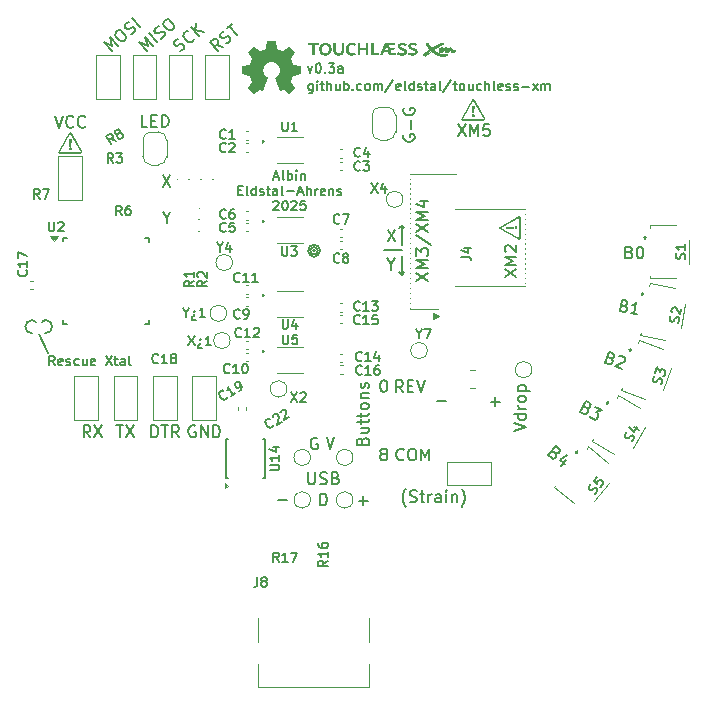
<source format=gto>
%TF.GenerationSoftware,KiCad,Pcbnew,8.0.9-8.0.9-0~ubuntu20.04.1*%
%TF.CreationDate,2025-05-20T18:40:30+02:00*%
%TF.ProjectId,tobo,746f626f-2e6b-4696-9361-645f70636258,rev?*%
%TF.SameCoordinates,Original*%
%TF.FileFunction,Legend,Top*%
%TF.FilePolarity,Positive*%
%FSLAX46Y46*%
G04 Gerber Fmt 4.6, Leading zero omitted, Abs format (unit mm)*
G04 Created by KiCad (PCBNEW 8.0.9-8.0.9-0~ubuntu20.04.1) date 2025-05-20 18:40:30*
%MOMM*%
%LPD*%
G01*
G04 APERTURE LIST*
%ADD10C,0.100000*%
%ADD11C,0.150000*%
%ADD12C,0.000000*%
%ADD13C,0.010000*%
%ADD14C,0.200000*%
%ADD15C,0.120000*%
G04 APERTURE END LIST*
D10*
X151911704Y-86450000D02*
X157820000Y-86450000D01*
D11*
X147435000Y-87885000D02*
X147635000Y-88105000D01*
D10*
X148120000Y-83470000D02*
X148120000Y-83490000D01*
X148120000Y-83890000D02*
X148120000Y-83910000D01*
X148120000Y-84310000D02*
X148120000Y-84330000D01*
X148120000Y-84730000D02*
X148120000Y-84750000D01*
X148120000Y-85150000D02*
X148120000Y-85170000D01*
X148120000Y-85570000D02*
X148120000Y-85590000D01*
X148120000Y-85990000D02*
X148120000Y-86010000D01*
X148120000Y-86410000D02*
X148120000Y-86430000D01*
X148120000Y-86830000D02*
X148120000Y-86850000D01*
X148120000Y-87250000D02*
X148120000Y-87270000D01*
X148120000Y-87670000D02*
X148120000Y-87690000D01*
X148120000Y-88090000D02*
X148120000Y-88110000D01*
X148120000Y-88510000D02*
X148120000Y-88530000D01*
X148120000Y-88930000D02*
X148120000Y-88950000D01*
X148120000Y-89350000D02*
X148120000Y-89370000D01*
X148120000Y-89770000D02*
X148120000Y-89790000D01*
X148120000Y-90190000D02*
X148120000Y-90210000D01*
X148120000Y-90610000D02*
X148120000Y-90630000D01*
X148120000Y-91030000D02*
X148120000Y-91050000D01*
X148120000Y-91450000D02*
X148120000Y-91470000D01*
X148120000Y-91870000D02*
X148120000Y-91890000D01*
X148120000Y-92290000D02*
X148120000Y-92310000D01*
X148120000Y-92710000D02*
X148120000Y-92730000D01*
X148120000Y-93130000D02*
X148120000Y-93150000D01*
X148120000Y-93550000D02*
X148120000Y-93570000D01*
X148120000Y-93970000D02*
X148120000Y-93990000D01*
X148120000Y-94390000D02*
X148120000Y-94410000D01*
X148120000Y-94810000D02*
X148120000Y-94830000D01*
D12*
G36*
X146877494Y-72611825D02*
G01*
X146352694Y-72611825D01*
X146421494Y-72845425D01*
X146829494Y-72845425D01*
X146803894Y-73027825D01*
X146475894Y-73027825D01*
X146549494Y-73279025D01*
X146970293Y-73279025D01*
X146970293Y-73464624D01*
X146362294Y-73464624D01*
X146298294Y-73216625D01*
X145912694Y-73216625D01*
X145811894Y-73464624D01*
X145575095Y-73464624D01*
X145575095Y-73451824D01*
X145754532Y-73034225D01*
X145986294Y-73034225D01*
X146250294Y-73034225D01*
X146147894Y-72639025D01*
X145986294Y-73034225D01*
X145754532Y-73034225D01*
X146015094Y-72427825D01*
X146877494Y-72427825D01*
X146877494Y-72611825D01*
G37*
D13*
X150882002Y-72399018D02*
X150890080Y-72399688D01*
X150897376Y-72400839D01*
X150903919Y-72402438D01*
X150909743Y-72404452D01*
X150914878Y-72406848D01*
X150919356Y-72409591D01*
X150923209Y-72412650D01*
X150926468Y-72415990D01*
X150929166Y-72419579D01*
X150931332Y-72423383D01*
X150933000Y-72427368D01*
X150934201Y-72431501D01*
X150934966Y-72435750D01*
X150935327Y-72440081D01*
X150935316Y-72444459D01*
X150934964Y-72448853D01*
X150934302Y-72453229D01*
X150933363Y-72457554D01*
X150932178Y-72461793D01*
X150930778Y-72465915D01*
X150929196Y-72469885D01*
X150927463Y-72473670D01*
X150923668Y-72480554D01*
X150921671Y-72483585D01*
X150919648Y-72486299D01*
X150917633Y-72488661D01*
X150915656Y-72490639D01*
X150913749Y-72492199D01*
X150911943Y-72493307D01*
X150707662Y-72593616D01*
X150618454Y-72637911D01*
X150537499Y-72678567D01*
X150464520Y-72715783D01*
X150399239Y-72749760D01*
X150341379Y-72780696D01*
X150290664Y-72808792D01*
X150246816Y-72834248D01*
X150209558Y-72857263D01*
X150178613Y-72878037D01*
X150165422Y-72887647D01*
X150153705Y-72896771D01*
X150143428Y-72905435D01*
X150134556Y-72913664D01*
X150127054Y-72921482D01*
X150120888Y-72928915D01*
X150116024Y-72935988D01*
X150112426Y-72942726D01*
X150110060Y-72949153D01*
X150108891Y-72955295D01*
X150109998Y-72962364D01*
X150112526Y-72970084D01*
X150121692Y-72987322D01*
X150136084Y-73006705D01*
X150155398Y-73027928D01*
X150179329Y-73050689D01*
X150207573Y-73074684D01*
X150239825Y-73099609D01*
X150275782Y-73125160D01*
X150315137Y-73151035D01*
X150357587Y-73176929D01*
X150402828Y-73202539D01*
X150450554Y-73227561D01*
X150500461Y-73251691D01*
X150552245Y-73274627D01*
X150605602Y-73296063D01*
X150660226Y-73315698D01*
X150692354Y-73326051D01*
X150724685Y-73335473D01*
X150757178Y-73343953D01*
X150789790Y-73351478D01*
X150822481Y-73358035D01*
X150855208Y-73363612D01*
X150887931Y-73368197D01*
X150920609Y-73371778D01*
X150953199Y-73374343D01*
X150985660Y-73375878D01*
X151017951Y-73376372D01*
X151050030Y-73375813D01*
X151081856Y-73374188D01*
X151113388Y-73371484D01*
X151144583Y-73367691D01*
X151175402Y-73362794D01*
X151178564Y-73362336D01*
X151181941Y-73362046D01*
X151185502Y-73361923D01*
X151189214Y-73361966D01*
X151193047Y-73362174D01*
X151196969Y-73362545D01*
X151200948Y-73363080D01*
X151204954Y-73363777D01*
X151208954Y-73364635D01*
X151212917Y-73365653D01*
X151216812Y-73366830D01*
X151220607Y-73368165D01*
X151224272Y-73369657D01*
X151227774Y-73371306D01*
X151231081Y-73373110D01*
X151234164Y-73375068D01*
X151236989Y-73377179D01*
X151239526Y-73379443D01*
X151241744Y-73381858D01*
X151243610Y-73384423D01*
X151245094Y-73387138D01*
X151246163Y-73390002D01*
X151246788Y-73393012D01*
X151246935Y-73396169D01*
X151246574Y-73399472D01*
X151245673Y-73402919D01*
X151244200Y-73406510D01*
X151242125Y-73410244D01*
X151239416Y-73414119D01*
X151236042Y-73418134D01*
X151231970Y-73422290D01*
X151227170Y-73426584D01*
X151190276Y-73447350D01*
X151144977Y-73466147D01*
X151091792Y-73482162D01*
X151031239Y-73494581D01*
X150963838Y-73502590D01*
X150890106Y-73505376D01*
X150810562Y-73502124D01*
X150725726Y-73492021D01*
X150636115Y-73474254D01*
X150542248Y-73448008D01*
X150444644Y-73412470D01*
X150343822Y-73366826D01*
X150240300Y-73310262D01*
X150187689Y-73277631D01*
X150134597Y-73241965D01*
X150081090Y-73203162D01*
X150027232Y-73161121D01*
X149973088Y-73115739D01*
X149918723Y-73066916D01*
X149401958Y-73480327D01*
X149397439Y-73480901D01*
X149392439Y-73480897D01*
X149387003Y-73480341D01*
X149381177Y-73479263D01*
X149375007Y-73477689D01*
X149368537Y-73475647D01*
X149361815Y-73473163D01*
X149354885Y-73470266D01*
X149340584Y-73463342D01*
X149326001Y-73455092D01*
X149311499Y-73445738D01*
X149297443Y-73435498D01*
X149284200Y-73424591D01*
X149277996Y-73418957D01*
X149272132Y-73413238D01*
X149266653Y-73407463D01*
X149261606Y-73401658D01*
X149257034Y-73395852D01*
X149252985Y-73390071D01*
X149249504Y-73384343D01*
X149246636Y-73378695D01*
X149244427Y-73373156D01*
X149242922Y-73367751D01*
X149242168Y-73362509D01*
X149242209Y-73357458D01*
X149243092Y-73352624D01*
X149244862Y-73348035D01*
X149253751Y-73333356D01*
X149264620Y-73318408D01*
X149277319Y-73303227D01*
X149291696Y-73287848D01*
X149324878Y-73256635D01*
X149362959Y-73225045D01*
X149404727Y-73193359D01*
X149448974Y-73161855D01*
X149540064Y-73100505D01*
X149626551Y-73043225D01*
X149665045Y-73016808D01*
X149698759Y-72992243D01*
X149726484Y-72969810D01*
X149737722Y-72959480D01*
X149747010Y-72949788D01*
X149754195Y-72940767D01*
X149759127Y-72932454D01*
X149761655Y-72924882D01*
X149761626Y-72918087D01*
X149625459Y-72761120D01*
X149528792Y-72647319D01*
X149494762Y-72605625D01*
X149484004Y-72591584D01*
X149478439Y-72583224D01*
X149476716Y-72578036D01*
X149475410Y-72572565D01*
X149474501Y-72566839D01*
X149473970Y-72560884D01*
X149473798Y-72554727D01*
X149473966Y-72548395D01*
X149474453Y-72541914D01*
X149475242Y-72535310D01*
X149476312Y-72528612D01*
X149477645Y-72521845D01*
X149481019Y-72508211D01*
X149485211Y-72494622D01*
X149490067Y-72481292D01*
X149495431Y-72468435D01*
X149501149Y-72456264D01*
X149507067Y-72444992D01*
X149513030Y-72434832D01*
X149518885Y-72425999D01*
X149524476Y-72418705D01*
X149529649Y-72413165D01*
X149532031Y-72411119D01*
X149534250Y-72409591D01*
X149536897Y-72408719D01*
X149539924Y-72407948D01*
X149543317Y-72407352D01*
X149547061Y-72407000D01*
X149551141Y-72406964D01*
X149555541Y-72407315D01*
X149560248Y-72408124D01*
X149565246Y-72409462D01*
X149570520Y-72411400D01*
X149576056Y-72414008D01*
X149578917Y-72415586D01*
X149581837Y-72417359D01*
X149584816Y-72419335D01*
X149587851Y-72421523D01*
X149590940Y-72423932D01*
X149594081Y-72426570D01*
X149597272Y-72429448D01*
X149600512Y-72432573D01*
X149603799Y-72435955D01*
X149607130Y-72439602D01*
X149610505Y-72443524D01*
X149613920Y-72447728D01*
X149655766Y-72499818D01*
X149703647Y-72557505D01*
X149754861Y-72616955D01*
X149780872Y-72646144D01*
X149806702Y-72674335D01*
X149832013Y-72701050D01*
X149856467Y-72725810D01*
X149879726Y-72748135D01*
X149901452Y-72767546D01*
X149921307Y-72783564D01*
X149930427Y-72790151D01*
X149938953Y-72795710D01*
X149946842Y-72800181D01*
X149954051Y-72803504D01*
X149960540Y-72805619D01*
X149966265Y-72806466D01*
X149980348Y-72801973D01*
X150001124Y-72791979D01*
X150061818Y-72757810D01*
X150146469Y-72708598D01*
X150253199Y-72648982D01*
X150380131Y-72583602D01*
X150450586Y-72550199D01*
X150525388Y-72517095D01*
X150604302Y-72484868D01*
X150687093Y-72454100D01*
X150773527Y-72425369D01*
X150863368Y-72399256D01*
X150873108Y-72398863D01*
X150882002Y-72399018D01*
G36*
X150882002Y-72399018D02*
G01*
X150890080Y-72399688D01*
X150897376Y-72400839D01*
X150903919Y-72402438D01*
X150909743Y-72404452D01*
X150914878Y-72406848D01*
X150919356Y-72409591D01*
X150923209Y-72412650D01*
X150926468Y-72415990D01*
X150929166Y-72419579D01*
X150931332Y-72423383D01*
X150933000Y-72427368D01*
X150934201Y-72431501D01*
X150934966Y-72435750D01*
X150935327Y-72440081D01*
X150935316Y-72444459D01*
X150934964Y-72448853D01*
X150934302Y-72453229D01*
X150933363Y-72457554D01*
X150932178Y-72461793D01*
X150930778Y-72465915D01*
X150929196Y-72469885D01*
X150927463Y-72473670D01*
X150923668Y-72480554D01*
X150921671Y-72483585D01*
X150919648Y-72486299D01*
X150917633Y-72488661D01*
X150915656Y-72490639D01*
X150913749Y-72492199D01*
X150911943Y-72493307D01*
X150707662Y-72593616D01*
X150618454Y-72637911D01*
X150537499Y-72678567D01*
X150464520Y-72715783D01*
X150399239Y-72749760D01*
X150341379Y-72780696D01*
X150290664Y-72808792D01*
X150246816Y-72834248D01*
X150209558Y-72857263D01*
X150178613Y-72878037D01*
X150165422Y-72887647D01*
X150153705Y-72896771D01*
X150143428Y-72905435D01*
X150134556Y-72913664D01*
X150127054Y-72921482D01*
X150120888Y-72928915D01*
X150116024Y-72935988D01*
X150112426Y-72942726D01*
X150110060Y-72949153D01*
X150108891Y-72955295D01*
X150109998Y-72962364D01*
X150112526Y-72970084D01*
X150121692Y-72987322D01*
X150136084Y-73006705D01*
X150155398Y-73027928D01*
X150179329Y-73050689D01*
X150207573Y-73074684D01*
X150239825Y-73099609D01*
X150275782Y-73125160D01*
X150315137Y-73151035D01*
X150357587Y-73176929D01*
X150402828Y-73202539D01*
X150450554Y-73227561D01*
X150500461Y-73251691D01*
X150552245Y-73274627D01*
X150605602Y-73296063D01*
X150660226Y-73315698D01*
X150692354Y-73326051D01*
X150724685Y-73335473D01*
X150757178Y-73343953D01*
X150789790Y-73351478D01*
X150822481Y-73358035D01*
X150855208Y-73363612D01*
X150887931Y-73368197D01*
X150920609Y-73371778D01*
X150953199Y-73374343D01*
X150985660Y-73375878D01*
X151017951Y-73376372D01*
X151050030Y-73375813D01*
X151081856Y-73374188D01*
X151113388Y-73371484D01*
X151144583Y-73367691D01*
X151175402Y-73362794D01*
X151178564Y-73362336D01*
X151181941Y-73362046D01*
X151185502Y-73361923D01*
X151189214Y-73361966D01*
X151193047Y-73362174D01*
X151196969Y-73362545D01*
X151200948Y-73363080D01*
X151204954Y-73363777D01*
X151208954Y-73364635D01*
X151212917Y-73365653D01*
X151216812Y-73366830D01*
X151220607Y-73368165D01*
X151224272Y-73369657D01*
X151227774Y-73371306D01*
X151231081Y-73373110D01*
X151234164Y-73375068D01*
X151236989Y-73377179D01*
X151239526Y-73379443D01*
X151241744Y-73381858D01*
X151243610Y-73384423D01*
X151245094Y-73387138D01*
X151246163Y-73390002D01*
X151246788Y-73393012D01*
X151246935Y-73396169D01*
X151246574Y-73399472D01*
X151245673Y-73402919D01*
X151244200Y-73406510D01*
X151242125Y-73410244D01*
X151239416Y-73414119D01*
X151236042Y-73418134D01*
X151231970Y-73422290D01*
X151227170Y-73426584D01*
X151190276Y-73447350D01*
X151144977Y-73466147D01*
X151091792Y-73482162D01*
X151031239Y-73494581D01*
X150963838Y-73502590D01*
X150890106Y-73505376D01*
X150810562Y-73502124D01*
X150725726Y-73492021D01*
X150636115Y-73474254D01*
X150542248Y-73448008D01*
X150444644Y-73412470D01*
X150343822Y-73366826D01*
X150240300Y-73310262D01*
X150187689Y-73277631D01*
X150134597Y-73241965D01*
X150081090Y-73203162D01*
X150027232Y-73161121D01*
X149973088Y-73115739D01*
X149918723Y-73066916D01*
X149401958Y-73480327D01*
X149397439Y-73480901D01*
X149392439Y-73480897D01*
X149387003Y-73480341D01*
X149381177Y-73479263D01*
X149375007Y-73477689D01*
X149368537Y-73475647D01*
X149361815Y-73473163D01*
X149354885Y-73470266D01*
X149340584Y-73463342D01*
X149326001Y-73455092D01*
X149311499Y-73445738D01*
X149297443Y-73435498D01*
X149284200Y-73424591D01*
X149277996Y-73418957D01*
X149272132Y-73413238D01*
X149266653Y-73407463D01*
X149261606Y-73401658D01*
X149257034Y-73395852D01*
X149252985Y-73390071D01*
X149249504Y-73384343D01*
X149246636Y-73378695D01*
X149244427Y-73373156D01*
X149242922Y-73367751D01*
X149242168Y-73362509D01*
X149242209Y-73357458D01*
X149243092Y-73352624D01*
X149244862Y-73348035D01*
X149253751Y-73333356D01*
X149264620Y-73318408D01*
X149277319Y-73303227D01*
X149291696Y-73287848D01*
X149324878Y-73256635D01*
X149362959Y-73225045D01*
X149404727Y-73193359D01*
X149448974Y-73161855D01*
X149540064Y-73100505D01*
X149626551Y-73043225D01*
X149665045Y-73016808D01*
X149698759Y-72992243D01*
X149726484Y-72969810D01*
X149737722Y-72959480D01*
X149747010Y-72949788D01*
X149754195Y-72940767D01*
X149759127Y-72932454D01*
X149761655Y-72924882D01*
X149761626Y-72918087D01*
X149625459Y-72761120D01*
X149528792Y-72647319D01*
X149494762Y-72605625D01*
X149484004Y-72591584D01*
X149478439Y-72583224D01*
X149476716Y-72578036D01*
X149475410Y-72572565D01*
X149474501Y-72566839D01*
X149473970Y-72560884D01*
X149473798Y-72554727D01*
X149473966Y-72548395D01*
X149474453Y-72541914D01*
X149475242Y-72535310D01*
X149476312Y-72528612D01*
X149477645Y-72521845D01*
X149481019Y-72508211D01*
X149485211Y-72494622D01*
X149490067Y-72481292D01*
X149495431Y-72468435D01*
X149501149Y-72456264D01*
X149507067Y-72444992D01*
X149513030Y-72434832D01*
X149518885Y-72425999D01*
X149524476Y-72418705D01*
X149529649Y-72413165D01*
X149532031Y-72411119D01*
X149534250Y-72409591D01*
X149536897Y-72408719D01*
X149539924Y-72407948D01*
X149543317Y-72407352D01*
X149547061Y-72407000D01*
X149551141Y-72406964D01*
X149555541Y-72407315D01*
X149560248Y-72408124D01*
X149565246Y-72409462D01*
X149570520Y-72411400D01*
X149576056Y-72414008D01*
X149578917Y-72415586D01*
X149581837Y-72417359D01*
X149584816Y-72419335D01*
X149587851Y-72421523D01*
X149590940Y-72423932D01*
X149594081Y-72426570D01*
X149597272Y-72429448D01*
X149600512Y-72432573D01*
X149603799Y-72435955D01*
X149607130Y-72439602D01*
X149610505Y-72443524D01*
X149613920Y-72447728D01*
X149655766Y-72499818D01*
X149703647Y-72557505D01*
X149754861Y-72616955D01*
X149780872Y-72646144D01*
X149806702Y-72674335D01*
X149832013Y-72701050D01*
X149856467Y-72725810D01*
X149879726Y-72748135D01*
X149901452Y-72767546D01*
X149921307Y-72783564D01*
X149930427Y-72790151D01*
X149938953Y-72795710D01*
X149946842Y-72800181D01*
X149954051Y-72803504D01*
X149960540Y-72805619D01*
X149966265Y-72806466D01*
X149980348Y-72801973D01*
X150001124Y-72791979D01*
X150061818Y-72757810D01*
X150146469Y-72708598D01*
X150253199Y-72648982D01*
X150380131Y-72583602D01*
X150450586Y-72550199D01*
X150525388Y-72517095D01*
X150604302Y-72484868D01*
X150687093Y-72454100D01*
X150773527Y-72425369D01*
X150863368Y-72399256D01*
X150873108Y-72398863D01*
X150882002Y-72399018D01*
G37*
D11*
X140100000Y-90000000D02*
G75*
G02*
X139900000Y-90000000I-100000J0D01*
G01*
X139900000Y-90000000D02*
G75*
G02*
X140100000Y-90000000I100000J0D01*
G01*
D12*
G36*
X119375116Y-79976175D02*
G01*
X119383601Y-79977246D01*
X119391931Y-79978873D01*
X119400084Y-79981042D01*
X119408037Y-79983736D01*
X119415769Y-79986943D01*
X119423256Y-79990645D01*
X119430476Y-79994828D01*
X119437407Y-79999478D01*
X119444025Y-80004579D01*
X119450310Y-80010115D01*
X119456237Y-80016073D01*
X119461785Y-80022436D01*
X119466931Y-80029190D01*
X119471653Y-80036320D01*
X119475928Y-80043811D01*
X120345217Y-81597104D01*
X120348853Y-81604609D01*
X120351979Y-81612275D01*
X120354595Y-81620079D01*
X120356700Y-81627994D01*
X120358291Y-81635996D01*
X120359368Y-81644061D01*
X120359930Y-81652163D01*
X120359974Y-81660278D01*
X120359500Y-81668382D01*
X120358506Y-81676449D01*
X120356991Y-81684454D01*
X120354954Y-81692374D01*
X120352393Y-81700182D01*
X120349306Y-81707855D01*
X120345694Y-81715368D01*
X120341553Y-81722696D01*
X120339318Y-81726228D01*
X120336979Y-81729673D01*
X120334539Y-81733029D01*
X120332002Y-81736294D01*
X120329369Y-81739467D01*
X120326644Y-81742546D01*
X120323830Y-81745529D01*
X120320928Y-81748415D01*
X120314875Y-81753890D01*
X120308507Y-81758956D01*
X120301846Y-81763601D01*
X120294914Y-81767813D01*
X120287733Y-81771577D01*
X120280325Y-81774882D01*
X120272712Y-81777714D01*
X120268835Y-81778948D01*
X120264915Y-81780060D01*
X120260955Y-81781047D01*
X120256957Y-81781907D01*
X120252924Y-81782640D01*
X120248860Y-81783243D01*
X120244765Y-81783714D01*
X120240645Y-81784053D01*
X120236500Y-81784258D01*
X120232334Y-81784326D01*
X118487853Y-81784326D01*
X118479260Y-81784038D01*
X118470775Y-81783182D01*
X118462421Y-81781772D01*
X118454221Y-81779823D01*
X118446199Y-81777348D01*
X118438379Y-81774362D01*
X118430785Y-81770878D01*
X118423440Y-81766911D01*
X118416368Y-81762474D01*
X118409593Y-81757582D01*
X118403138Y-81752249D01*
X118397028Y-81746487D01*
X118391285Y-81740313D01*
X118385933Y-81733739D01*
X118380997Y-81726779D01*
X118376499Y-81719448D01*
X118372555Y-81711837D01*
X118369149Y-81704045D01*
X118366282Y-81696099D01*
X118363954Y-81688025D01*
X118362164Y-81679850D01*
X118360913Y-81671601D01*
X118360201Y-81663305D01*
X118360050Y-81656080D01*
X118487957Y-81656080D01*
X120232334Y-81656080D01*
X119362940Y-80103297D01*
X118487957Y-81656080D01*
X118360050Y-81656080D01*
X118360027Y-81654988D01*
X118360392Y-81646677D01*
X118361296Y-81638399D01*
X118362738Y-81630180D01*
X118364719Y-81622047D01*
X118367239Y-81614027D01*
X118370297Y-81606146D01*
X118373894Y-81598432D01*
X118378029Y-81590910D01*
X119253523Y-80037711D01*
X119255731Y-80034125D01*
X119258046Y-80030630D01*
X119260465Y-80027229D01*
X119262984Y-80023923D01*
X119265601Y-80020713D01*
X119268313Y-80017600D01*
X119271117Y-80014587D01*
X119274011Y-80011674D01*
X119276991Y-80008863D01*
X119280056Y-80006156D01*
X119283201Y-80003554D01*
X119286425Y-80001058D01*
X119289724Y-79998669D01*
X119293096Y-79996390D01*
X119296538Y-79994222D01*
X119300047Y-79992165D01*
X119303621Y-79990222D01*
X119307256Y-79988394D01*
X119310950Y-79986682D01*
X119314699Y-79985089D01*
X119318502Y-79983614D01*
X119322356Y-79982260D01*
X119326256Y-79981028D01*
X119330202Y-79979920D01*
X119334190Y-79978937D01*
X119338216Y-79978080D01*
X119342280Y-79977351D01*
X119346377Y-79976752D01*
X119350504Y-79976283D01*
X119354660Y-79975946D01*
X119358841Y-79975743D01*
X119363044Y-79975675D01*
X119366500Y-79975675D01*
X119375116Y-79976175D01*
G37*
G36*
X141863100Y-73015025D02*
G01*
X141863306Y-73031594D01*
X141863925Y-73047700D01*
X141864956Y-73063343D01*
X141866400Y-73078525D01*
X141868256Y-73093243D01*
X141870525Y-73107500D01*
X141873206Y-73121293D01*
X141876300Y-73134625D01*
X141879806Y-73147493D01*
X141883725Y-73159900D01*
X141888056Y-73171843D01*
X141892800Y-73183325D01*
X141897956Y-73194343D01*
X141903525Y-73204900D01*
X141909506Y-73214993D01*
X141915900Y-73224625D01*
X141919277Y-73229153D01*
X141922806Y-73233537D01*
X141926489Y-73237778D01*
X141930325Y-73241875D01*
X141934314Y-73245828D01*
X141938456Y-73249637D01*
X141942752Y-73253303D01*
X141947200Y-73256825D01*
X141951802Y-73260203D01*
X141956556Y-73263437D01*
X141961464Y-73266528D01*
X141966525Y-73269475D01*
X141971739Y-73272278D01*
X141977106Y-73274937D01*
X141988300Y-73279825D01*
X142000106Y-73284137D01*
X142012525Y-73287875D01*
X142025556Y-73291037D01*
X142039200Y-73293625D01*
X142053456Y-73295637D01*
X142068325Y-73297075D01*
X142083806Y-73297937D01*
X142099900Y-73298225D01*
X142115212Y-73297937D01*
X142129950Y-73297075D01*
X142144112Y-73295637D01*
X142157700Y-73293625D01*
X142170712Y-73291037D01*
X142183150Y-73287875D01*
X142195012Y-73284137D01*
X142206300Y-73279825D01*
X142217012Y-73274937D01*
X142227150Y-73269475D01*
X142236712Y-73263437D01*
X142245700Y-73256825D01*
X142254112Y-73249637D01*
X142261950Y-73241875D01*
X142269212Y-73233537D01*
X142275900Y-73224625D01*
X142282100Y-73215056D01*
X142287900Y-73205150D01*
X142293300Y-73194906D01*
X142298300Y-73184325D01*
X142302900Y-73173406D01*
X142307100Y-73162150D01*
X142310900Y-73150556D01*
X142314300Y-73138625D01*
X142317300Y-73126356D01*
X142319900Y-73113750D01*
X142322100Y-73100806D01*
X142323900Y-73087525D01*
X142325300Y-73073906D01*
X142326300Y-73059950D01*
X142326900Y-73045656D01*
X142327100Y-73031025D01*
X142327100Y-72427825D01*
X142554300Y-72427825D01*
X142554300Y-73037425D01*
X142554062Y-73057000D01*
X142553350Y-73076125D01*
X142552162Y-73094800D01*
X142550500Y-73113025D01*
X142548362Y-73130800D01*
X142545750Y-73148125D01*
X142542662Y-73165000D01*
X142539100Y-73181425D01*
X142535062Y-73197400D01*
X142530550Y-73212925D01*
X142525562Y-73228000D01*
X142520100Y-73242625D01*
X142514162Y-73256800D01*
X142507750Y-73270525D01*
X142500862Y-73283800D01*
X142493500Y-73296625D01*
X142485724Y-73308818D01*
X142477599Y-73320600D01*
X142469124Y-73331968D01*
X142460299Y-73342925D01*
X142451124Y-73353468D01*
X142441600Y-73363600D01*
X142431725Y-73373318D01*
X142421500Y-73382625D01*
X142410925Y-73391518D01*
X142400000Y-73400000D01*
X142388725Y-73408068D01*
X142377100Y-73415725D01*
X142365125Y-73422968D01*
X142352800Y-73429800D01*
X142340125Y-73436218D01*
X142327100Y-73442225D01*
X142313969Y-73447649D01*
X142300575Y-73452724D01*
X142286919Y-73457449D01*
X142273000Y-73461824D01*
X142258819Y-73465849D01*
X142244375Y-73469524D01*
X142229669Y-73472849D01*
X142214700Y-73475824D01*
X142199469Y-73478449D01*
X142183975Y-73480724D01*
X142168219Y-73482649D01*
X142152200Y-73484224D01*
X142135919Y-73485449D01*
X142119375Y-73486324D01*
X142102569Y-73486849D01*
X142085500Y-73487024D01*
X142066119Y-73486799D01*
X142047175Y-73486124D01*
X142028669Y-73484999D01*
X142010600Y-73483424D01*
X141992969Y-73481399D01*
X141975775Y-73478924D01*
X141959019Y-73475999D01*
X141942700Y-73472624D01*
X141926819Y-73468799D01*
X141911375Y-73464524D01*
X141896369Y-73459799D01*
X141881800Y-73454624D01*
X141867669Y-73448999D01*
X141853975Y-73442925D01*
X141840719Y-73436400D01*
X141827900Y-73429425D01*
X141815513Y-73421868D01*
X141803550Y-73414000D01*
X141792013Y-73405818D01*
X141780900Y-73397324D01*
X141770213Y-73388518D01*
X141759950Y-73379399D01*
X141750113Y-73369968D01*
X141740700Y-73360225D01*
X141731713Y-73350168D01*
X141723150Y-73339800D01*
X141715013Y-73329118D01*
X141707300Y-73318125D01*
X141700013Y-73306818D01*
X141693150Y-73295200D01*
X141686713Y-73283268D01*
X141680700Y-73271025D01*
X141675275Y-73258318D01*
X141670200Y-73245400D01*
X141665475Y-73232268D01*
X141661100Y-73218925D01*
X141657075Y-73205368D01*
X141653400Y-73191600D01*
X141650075Y-73177618D01*
X141647100Y-73163425D01*
X141644475Y-73149018D01*
X141642200Y-73134400D01*
X141640275Y-73119568D01*
X141638700Y-73104525D01*
X141637475Y-73089268D01*
X141636600Y-73073800D01*
X141636076Y-73058118D01*
X141635901Y-73042225D01*
X141635901Y-72427825D01*
X141863100Y-72427825D01*
X141863100Y-73015025D01*
G37*
D11*
X147435000Y-89970000D02*
X145925000Y-89970000D01*
D12*
G36*
X145063095Y-73269425D02*
G01*
X145533494Y-73269425D01*
X145533494Y-73464624D01*
X144835895Y-73464624D01*
X144835895Y-72427825D01*
X145063095Y-72427825D01*
X145063095Y-73269425D01*
G37*
D11*
X147434999Y-92044999D02*
X147634997Y-91825001D01*
D10*
X150470000Y-94970000D02*
X148120000Y-94970000D01*
D11*
X147435000Y-89495000D02*
X147435000Y-87885000D01*
D12*
G36*
X143224849Y-72405800D02*
G01*
X143248499Y-72406925D01*
X143271649Y-72408800D01*
X143294299Y-72411425D01*
X143316449Y-72414800D01*
X143338099Y-72418925D01*
X143359249Y-72423800D01*
X143379899Y-72429425D01*
X143400299Y-72435425D01*
X143420699Y-72442225D01*
X143441099Y-72449825D01*
X143461499Y-72458225D01*
X143481899Y-72467425D01*
X143502299Y-72477425D01*
X143522699Y-72488225D01*
X143543099Y-72499825D01*
X143458299Y-72667825D01*
X143444024Y-72658913D01*
X143429599Y-72650575D01*
X143415024Y-72642813D01*
X143400299Y-72635625D01*
X143385424Y-72629013D01*
X143370399Y-72622975D01*
X143355224Y-72617513D01*
X143339899Y-72612625D01*
X143324424Y-72608313D01*
X143308799Y-72604575D01*
X143293024Y-72601413D01*
X143277099Y-72598825D01*
X143261024Y-72596813D01*
X143244799Y-72595375D01*
X143228424Y-72594513D01*
X143211899Y-72594225D01*
X143195263Y-72594564D01*
X143179155Y-72595581D01*
X143163575Y-72597277D01*
X143148524Y-72599650D01*
X143134000Y-72602702D01*
X143120005Y-72606431D01*
X143106538Y-72610839D01*
X143093599Y-72615925D01*
X143081188Y-72621689D01*
X143069305Y-72628131D01*
X143057950Y-72635252D01*
X143047124Y-72643050D01*
X143036825Y-72651527D01*
X143027055Y-72660681D01*
X143017813Y-72670514D01*
X143009099Y-72681025D01*
X143000913Y-72692214D01*
X142993255Y-72704081D01*
X142986125Y-72716627D01*
X142979524Y-72729850D01*
X142973450Y-72743752D01*
X142967905Y-72758331D01*
X142962888Y-72773589D01*
X142958399Y-72789525D01*
X142954438Y-72806139D01*
X142951005Y-72823431D01*
X142948100Y-72841401D01*
X142945724Y-72860050D01*
X142943875Y-72879376D01*
X142942555Y-72899381D01*
X142941763Y-72920064D01*
X142941499Y-72941425D01*
X142941793Y-72962700D01*
X142942674Y-72983325D01*
X142944143Y-73003300D01*
X142946199Y-73022625D01*
X142948843Y-73041300D01*
X142952074Y-73059325D01*
X142955893Y-73076700D01*
X142960299Y-73093425D01*
X142965293Y-73109500D01*
X142970874Y-73124925D01*
X142977043Y-73139700D01*
X142983799Y-73153825D01*
X142991143Y-73167300D01*
X142999074Y-73180125D01*
X143007593Y-73192300D01*
X143016699Y-73203825D01*
X143026343Y-73214675D01*
X143036474Y-73224825D01*
X143047093Y-73234275D01*
X143058199Y-73243025D01*
X143069793Y-73251075D01*
X143081874Y-73258425D01*
X143094443Y-73265075D01*
X143107499Y-73271025D01*
X143121042Y-73276275D01*
X143135074Y-73280825D01*
X143149592Y-73284674D01*
X143164599Y-73287824D01*
X143180092Y-73290274D01*
X143196074Y-73292024D01*
X143212542Y-73293074D01*
X143229499Y-73293424D01*
X143246824Y-73293149D01*
X143263599Y-73292324D01*
X143279824Y-73290949D01*
X143295499Y-73289024D01*
X143310624Y-73286549D01*
X143325199Y-73283524D01*
X143339224Y-73279949D01*
X143352699Y-73275824D01*
X143365974Y-73270799D01*
X143379399Y-73265324D01*
X143392974Y-73259399D01*
X143406699Y-73253024D01*
X143420574Y-73246199D01*
X143434599Y-73238924D01*
X143448774Y-73231199D01*
X143463099Y-73223024D01*
X143551098Y-73383024D01*
X143529548Y-73395449D01*
X143508098Y-73407124D01*
X143486748Y-73418049D01*
X143465498Y-73428224D01*
X143444348Y-73437649D01*
X143423298Y-73446324D01*
X143402348Y-73454249D01*
X143381498Y-73461424D01*
X143360923Y-73467424D01*
X143339998Y-73472624D01*
X143318724Y-73477024D01*
X143297099Y-73480624D01*
X143275124Y-73483424D01*
X143252799Y-73485424D01*
X143230124Y-73486624D01*
X143207098Y-73487023D01*
X143175043Y-73486462D01*
X143144074Y-73484774D01*
X143114193Y-73481962D01*
X143085399Y-73478024D01*
X143057693Y-73472962D01*
X143031074Y-73466774D01*
X143005543Y-73459462D01*
X142981099Y-73451024D01*
X142957743Y-73441462D01*
X142935474Y-73430775D01*
X142914293Y-73418962D01*
X142894199Y-73406025D01*
X142875193Y-73391962D01*
X142857274Y-73376775D01*
X142840443Y-73360462D01*
X142824699Y-73343024D01*
X142810168Y-73324443D01*
X142796574Y-73305100D01*
X142783918Y-73284993D01*
X142772199Y-73264125D01*
X142761418Y-73242493D01*
X142751574Y-73220100D01*
X142742668Y-73196943D01*
X142734699Y-73173025D01*
X142727668Y-73148343D01*
X142721574Y-73122900D01*
X142716418Y-73096693D01*
X142712200Y-73069725D01*
X142708918Y-73041993D01*
X142706575Y-73013500D01*
X142705168Y-72984243D01*
X142704700Y-72954225D01*
X142704962Y-72929919D01*
X142705750Y-72906200D01*
X142707062Y-72883069D01*
X142708900Y-72860525D01*
X142711262Y-72838569D01*
X142714149Y-72817200D01*
X142717562Y-72796419D01*
X142721499Y-72776225D01*
X142725962Y-72756619D01*
X142730949Y-72737600D01*
X142736462Y-72719169D01*
X142742499Y-72701325D01*
X142749062Y-72684069D01*
X142756149Y-72667400D01*
X142763762Y-72651319D01*
X142771899Y-72635825D01*
X142780468Y-72620700D01*
X142789374Y-72606125D01*
X142798618Y-72592100D01*
X142808199Y-72578625D01*
X142818118Y-72565700D01*
X142828374Y-72553325D01*
X142838968Y-72541500D01*
X142849899Y-72530225D01*
X142861168Y-72519500D01*
X142872774Y-72509325D01*
X142884718Y-72499700D01*
X142896999Y-72490625D01*
X142909618Y-72482100D01*
X142922574Y-72474125D01*
X142935868Y-72466700D01*
X142949499Y-72459825D01*
X142963605Y-72453238D01*
X142977924Y-72447075D01*
X142992455Y-72441338D01*
X143007199Y-72436025D01*
X143022155Y-72431138D01*
X143037324Y-72426675D01*
X143052705Y-72422638D01*
X143068299Y-72419025D01*
X143084105Y-72415838D01*
X143100124Y-72413075D01*
X143116355Y-72410738D01*
X143132799Y-72408825D01*
X143149455Y-72407338D01*
X143166324Y-72406275D01*
X143183405Y-72405638D01*
X143200699Y-72405425D01*
X143224849Y-72405800D01*
G37*
G36*
X157384381Y-87068459D02*
G01*
X157392449Y-87069451D01*
X157400454Y-87070966D01*
X157408374Y-87073002D01*
X157416181Y-87075564D01*
X157423856Y-87078652D01*
X157431367Y-87082263D01*
X157438696Y-87086404D01*
X157442228Y-87088639D01*
X157445673Y-87090977D01*
X157449030Y-87093419D01*
X157452295Y-87095956D01*
X157455468Y-87098588D01*
X157458546Y-87101313D01*
X157461529Y-87104128D01*
X157464415Y-87107030D01*
X157469889Y-87113081D01*
X157474956Y-87119449D01*
X157479602Y-87126110D01*
X157483814Y-87133043D01*
X157487577Y-87140225D01*
X157490882Y-87147631D01*
X157493715Y-87155246D01*
X157494949Y-87159122D01*
X157496060Y-87163043D01*
X157497048Y-87167001D01*
X157497907Y-87171000D01*
X157498639Y-87175032D01*
X157499243Y-87179097D01*
X157499715Y-87183191D01*
X157500053Y-87187312D01*
X157500260Y-87191455D01*
X157500326Y-87195623D01*
X157500327Y-88940105D01*
X157500039Y-88948696D01*
X157499184Y-88957182D01*
X157497772Y-88965537D01*
X157495825Y-88973736D01*
X157493349Y-88981758D01*
X157490363Y-88989576D01*
X157486879Y-88997172D01*
X157482912Y-89004516D01*
X157478474Y-89011589D01*
X157473582Y-89018364D01*
X157468251Y-89024818D01*
X157462487Y-89030928D01*
X157456314Y-89036672D01*
X157449739Y-89042024D01*
X157442780Y-89046961D01*
X157435448Y-89051457D01*
X157427838Y-89055403D01*
X157420047Y-89058808D01*
X157412099Y-89061675D01*
X157404026Y-89064003D01*
X157395850Y-89065792D01*
X157387602Y-89067043D01*
X157379304Y-89067755D01*
X157372081Y-89067907D01*
X157370988Y-89067930D01*
X157362677Y-89067565D01*
X157354399Y-89066660D01*
X157346181Y-89065219D01*
X157338047Y-89063239D01*
X157330028Y-89060718D01*
X157322146Y-89057660D01*
X157314432Y-89054062D01*
X157306911Y-89049927D01*
X155753711Y-88174433D01*
X155750125Y-88172227D01*
X155746631Y-88169911D01*
X155743229Y-88167493D01*
X155739924Y-88164971D01*
X155736714Y-88162355D01*
X155733599Y-88159643D01*
X155730587Y-88156839D01*
X155727675Y-88153947D01*
X155724864Y-88150967D01*
X155722157Y-88147901D01*
X155719553Y-88144757D01*
X155717059Y-88141533D01*
X155714670Y-88138233D01*
X155712390Y-88134861D01*
X155710222Y-88131420D01*
X155708166Y-88127909D01*
X155706222Y-88124336D01*
X155704395Y-88120701D01*
X155702683Y-88117006D01*
X155701089Y-88113257D01*
X155699614Y-88109455D01*
X155698260Y-88105600D01*
X155697027Y-88101701D01*
X155695920Y-88097755D01*
X155694937Y-88093767D01*
X155694080Y-88089742D01*
X155693351Y-88085676D01*
X155692752Y-88081580D01*
X155692283Y-88077452D01*
X155691948Y-88073297D01*
X155691743Y-88069117D01*
X155691676Y-88065016D01*
X155819297Y-88065016D01*
X157372081Y-88940000D01*
X157372079Y-87195622D01*
X155819297Y-88065016D01*
X155691676Y-88065016D01*
X155691674Y-88064915D01*
X155691675Y-88061457D01*
X155692176Y-88052840D01*
X155693246Y-88044356D01*
X155694872Y-88036025D01*
X155697044Y-88027874D01*
X155699737Y-88019918D01*
X155702945Y-88012187D01*
X155706646Y-88004701D01*
X155710828Y-87997481D01*
X155715479Y-87990551D01*
X155720579Y-87983933D01*
X155726115Y-87977647D01*
X155732074Y-87971720D01*
X155738436Y-87966171D01*
X155745190Y-87961025D01*
X155752319Y-87956305D01*
X155759811Y-87952029D01*
X157313104Y-87082740D01*
X157320609Y-87079104D01*
X157328276Y-87075978D01*
X157336079Y-87073362D01*
X157343994Y-87071257D01*
X157351996Y-87069666D01*
X157360062Y-87068590D01*
X157368164Y-87068026D01*
X157376279Y-87067984D01*
X157384381Y-87068459D01*
G37*
G36*
X153486375Y-78453942D02*
G01*
X153493138Y-78454393D01*
X153499745Y-78455138D01*
X153506193Y-78456172D01*
X153512476Y-78457491D01*
X153518592Y-78459088D01*
X153524535Y-78460960D01*
X153530301Y-78463100D01*
X153535886Y-78465504D01*
X153541286Y-78468167D01*
X153546497Y-78471083D01*
X153551515Y-78474248D01*
X153556334Y-78477657D01*
X153560952Y-78481304D01*
X153565364Y-78485184D01*
X153569565Y-78489293D01*
X153573552Y-78493624D01*
X153577320Y-78498174D01*
X153580865Y-78502937D01*
X153584183Y-78507907D01*
X153587270Y-78513081D01*
X153590121Y-78518452D01*
X153592732Y-78524016D01*
X153595100Y-78529768D01*
X153597219Y-78535702D01*
X153599086Y-78541813D01*
X153600696Y-78548097D01*
X153602045Y-78554548D01*
X153603130Y-78561161D01*
X153603945Y-78567931D01*
X153604487Y-78574854D01*
X153604751Y-78581923D01*
X153604607Y-78588751D01*
X153604179Y-78595463D01*
X153603471Y-78602053D01*
X153602487Y-78608514D01*
X153601231Y-78614839D01*
X153599707Y-78621022D01*
X153597919Y-78627057D01*
X153595871Y-78632936D01*
X153593568Y-78638652D01*
X153591013Y-78644200D01*
X153588211Y-78649573D01*
X153585165Y-78654764D01*
X153581880Y-78659766D01*
X153578360Y-78664573D01*
X153574609Y-78669178D01*
X153570631Y-78673575D01*
X153566430Y-78677757D01*
X153562010Y-78681716D01*
X153557376Y-78685448D01*
X153552531Y-78688944D01*
X153547480Y-78692199D01*
X153542226Y-78695206D01*
X153536774Y-78697957D01*
X153531128Y-78700448D01*
X153525291Y-78702670D01*
X153519269Y-78704617D01*
X153513065Y-78706283D01*
X153506683Y-78707661D01*
X153500128Y-78708744D01*
X153493403Y-78709526D01*
X153486512Y-78710000D01*
X153479460Y-78710159D01*
X153476816Y-78710159D01*
X153470000Y-78710000D01*
X153463323Y-78709526D01*
X153456789Y-78708744D01*
X153450404Y-78707661D01*
X153444173Y-78706283D01*
X153438101Y-78704617D01*
X153432193Y-78702670D01*
X153426454Y-78700448D01*
X153420890Y-78697957D01*
X153415505Y-78695206D01*
X153410304Y-78692199D01*
X153405293Y-78688944D01*
X153400476Y-78685448D01*
X153395860Y-78681716D01*
X153391448Y-78677757D01*
X153387246Y-78673575D01*
X153383259Y-78669178D01*
X153379493Y-78664573D01*
X153375952Y-78659766D01*
X153372641Y-78654764D01*
X153369566Y-78649573D01*
X153366731Y-78644200D01*
X153364143Y-78638652D01*
X153361805Y-78632935D01*
X153359723Y-78627057D01*
X153357902Y-78621022D01*
X153356347Y-78614839D01*
X153355063Y-78608514D01*
X153354056Y-78602053D01*
X153353330Y-78595463D01*
X153352891Y-78588751D01*
X153352744Y-78581923D01*
X153352895Y-78574872D01*
X153353348Y-78567966D01*
X153354095Y-78561209D01*
X153355131Y-78554608D01*
X153356451Y-78548166D01*
X153358049Y-78541890D01*
X153359921Y-78535785D01*
X153362060Y-78529855D01*
X153364461Y-78524107D01*
X153367118Y-78518544D01*
X153370027Y-78513173D01*
X153373181Y-78507999D01*
X153376576Y-78503026D01*
X153380205Y-78498260D01*
X153384064Y-78493707D01*
X153388146Y-78489371D01*
X153392447Y-78485257D01*
X153396961Y-78481371D01*
X153401683Y-78477718D01*
X153406606Y-78474303D01*
X153411726Y-78471132D01*
X153417037Y-78468209D01*
X153422534Y-78465540D01*
X153428211Y-78463129D01*
X153434063Y-78460983D01*
X153440084Y-78459106D01*
X153446269Y-78457504D01*
X153452612Y-78456181D01*
X153459108Y-78455143D01*
X153465752Y-78454395D01*
X153472538Y-78453943D01*
X153479460Y-78453791D01*
X153486375Y-78453942D01*
G37*
D11*
X117250000Y-95860000D02*
X116940000Y-96010000D01*
D12*
G36*
X140990901Y-72405694D02*
G01*
X141011101Y-72406500D01*
X141030901Y-72407844D01*
X141050301Y-72409725D01*
X141069301Y-72412144D01*
X141087901Y-72415100D01*
X141106101Y-72418594D01*
X141123901Y-72422625D01*
X141141301Y-72427194D01*
X141158301Y-72432300D01*
X141174901Y-72437944D01*
X141191101Y-72444125D01*
X141206901Y-72450844D01*
X141222301Y-72458100D01*
X141237301Y-72465894D01*
X141251901Y-72474225D01*
X141266270Y-72483038D01*
X141280176Y-72492275D01*
X141293620Y-72501938D01*
X141306601Y-72512025D01*
X141319120Y-72522538D01*
X141331176Y-72533475D01*
X141342770Y-72544838D01*
X141353901Y-72556625D01*
X141364570Y-72568838D01*
X141374776Y-72581475D01*
X141384520Y-72594538D01*
X141393801Y-72608025D01*
X141402620Y-72621938D01*
X141410976Y-72636275D01*
X141418870Y-72651038D01*
X141426301Y-72666225D01*
X141433470Y-72681581D01*
X141440176Y-72697250D01*
X141446419Y-72713231D01*
X141452201Y-72729525D01*
X141457519Y-72746131D01*
X141462376Y-72763050D01*
X141466769Y-72780281D01*
X141470701Y-72797825D01*
X141474169Y-72815681D01*
X141477176Y-72833850D01*
X141479719Y-72852331D01*
X141481801Y-72871125D01*
X141483419Y-72890231D01*
X141484576Y-72909650D01*
X141485269Y-72929381D01*
X141485501Y-72949425D01*
X141485219Y-72971600D01*
X141484376Y-72993325D01*
X141482969Y-73014600D01*
X141481001Y-73035425D01*
X141478469Y-73055800D01*
X141475376Y-73075725D01*
X141471719Y-73095200D01*
X141467501Y-73114225D01*
X141462719Y-73132800D01*
X141457376Y-73150925D01*
X141451469Y-73168600D01*
X141445001Y-73185825D01*
X141437969Y-73202600D01*
X141430376Y-73218925D01*
X141422220Y-73234800D01*
X141413501Y-73250225D01*
X141404507Y-73264987D01*
X141395126Y-73279275D01*
X141385357Y-73293087D01*
X141375201Y-73306425D01*
X141364657Y-73319287D01*
X141353726Y-73331675D01*
X141342407Y-73343587D01*
X141330701Y-73355024D01*
X141318607Y-73365987D01*
X141306126Y-73376474D01*
X141293257Y-73386487D01*
X141280001Y-73396024D01*
X141266357Y-73405087D01*
X141252326Y-73413674D01*
X141237907Y-73421787D01*
X141223101Y-73429424D01*
X141208195Y-73436399D01*
X141193076Y-73442924D01*
X141177745Y-73448999D01*
X141162201Y-73454624D01*
X141146445Y-73459799D01*
X141130476Y-73464524D01*
X141114295Y-73468799D01*
X141097901Y-73472624D01*
X141081295Y-73475999D01*
X141064476Y-73478924D01*
X141047445Y-73481399D01*
X141030201Y-73483424D01*
X141012745Y-73484999D01*
X140995076Y-73486124D01*
X140977195Y-73486799D01*
X140959101Y-73487024D01*
X140938495Y-73486756D01*
X140918276Y-73485949D01*
X140898445Y-73484606D01*
X140879001Y-73482724D01*
X140859945Y-73480306D01*
X140841276Y-73477349D01*
X140822995Y-73473856D01*
X140805101Y-73469824D01*
X140787595Y-73465256D01*
X140770476Y-73460149D01*
X140753745Y-73454506D01*
X140737401Y-73448324D01*
X140721445Y-73441606D01*
X140705876Y-73434349D01*
X140690695Y-73426556D01*
X140675901Y-73418224D01*
X140661720Y-73409418D01*
X140647976Y-73400199D01*
X140634670Y-73390568D01*
X140621801Y-73380524D01*
X140609370Y-73370068D01*
X140597376Y-73359199D01*
X140585820Y-73347918D01*
X140574701Y-73336224D01*
X140564020Y-73324118D01*
X140553776Y-73311600D01*
X140543970Y-73298668D01*
X140534601Y-73285325D01*
X140525670Y-73271568D01*
X140517176Y-73257400D01*
X140509120Y-73242818D01*
X140501501Y-73227825D01*
X140494333Y-73212275D01*
X140487626Y-73196425D01*
X140481383Y-73180275D01*
X140475601Y-73163825D01*
X140470283Y-73147075D01*
X140465426Y-73130025D01*
X140461033Y-73112675D01*
X140457102Y-73095025D01*
X140453633Y-73077075D01*
X140450627Y-73058825D01*
X140448083Y-73040275D01*
X140446002Y-73021425D01*
X140444383Y-73002275D01*
X140443227Y-72982825D01*
X140442533Y-72963075D01*
X140442302Y-72943025D01*
X140442322Y-72941425D01*
X140675901Y-72941425D01*
X140676183Y-72962337D01*
X140677026Y-72982675D01*
X140678433Y-73002437D01*
X140680401Y-73021625D01*
X140682933Y-73040237D01*
X140686026Y-73058275D01*
X140689683Y-73075737D01*
X140693901Y-73092625D01*
X140698683Y-73108937D01*
X140704026Y-73124675D01*
X140709933Y-73139837D01*
X140716401Y-73154425D01*
X140723433Y-73168437D01*
X140731026Y-73181875D01*
X140739183Y-73194737D01*
X140747901Y-73207025D01*
X140757164Y-73218456D01*
X140766951Y-73229150D01*
X140777264Y-73239106D01*
X140788101Y-73248325D01*
X140799464Y-73256806D01*
X140811351Y-73264550D01*
X140823764Y-73271556D01*
X140836701Y-73277825D01*
X140850164Y-73283356D01*
X140864151Y-73288150D01*
X140878664Y-73292206D01*
X140893701Y-73295525D01*
X140909264Y-73298106D01*
X140925351Y-73299950D01*
X140941964Y-73301056D01*
X140959101Y-73301425D01*
X140970789Y-73301262D01*
X140982251Y-73300775D01*
X140993489Y-73299962D01*
X141004501Y-73298825D01*
X141015289Y-73297362D01*
X141025851Y-73295575D01*
X141036189Y-73293462D01*
X141046301Y-73291025D01*
X141056189Y-73288262D01*
X141065851Y-73285175D01*
X141075289Y-73281762D01*
X141084501Y-73278025D01*
X141093489Y-73273962D01*
X141102251Y-73269575D01*
X141110789Y-73264862D01*
X141119101Y-73259825D01*
X141127364Y-73254287D01*
X141135351Y-73248475D01*
X141143064Y-73242387D01*
X141150501Y-73236025D01*
X141157664Y-73229387D01*
X141164551Y-73222475D01*
X141171164Y-73215287D01*
X141177501Y-73207825D01*
X141183564Y-73200087D01*
X141189351Y-73192075D01*
X141194864Y-73183787D01*
X141200101Y-73175225D01*
X141205063Y-73166387D01*
X141209751Y-73157275D01*
X141214163Y-73147887D01*
X141218301Y-73138225D01*
X141222370Y-73128118D01*
X141226176Y-73117800D01*
X141229720Y-73107268D01*
X141233001Y-73096525D01*
X141236020Y-73085568D01*
X141238776Y-73074400D01*
X141241270Y-73063018D01*
X141243501Y-73051425D01*
X141245470Y-73039618D01*
X141247176Y-73027600D01*
X141248620Y-73015368D01*
X141249801Y-73002925D01*
X141250720Y-72990269D01*
X141251376Y-72977400D01*
X141251770Y-72964319D01*
X141251901Y-72951025D01*
X141251620Y-72930119D01*
X141250776Y-72909800D01*
X141249370Y-72890069D01*
X141247401Y-72870925D01*
X141244870Y-72852369D01*
X141241776Y-72834400D01*
X141238120Y-72817019D01*
X141233901Y-72800225D01*
X141229120Y-72784019D01*
X141223776Y-72768400D01*
X141217870Y-72753369D01*
X141211401Y-72738925D01*
X141204370Y-72725069D01*
X141196776Y-72711800D01*
X141188620Y-72699119D01*
X141179901Y-72687025D01*
X141170645Y-72675400D01*
X141160876Y-72664525D01*
X141150595Y-72654400D01*
X141139801Y-72645025D01*
X141128495Y-72636400D01*
X141116676Y-72628525D01*
X141104345Y-72621400D01*
X141091501Y-72615025D01*
X141078145Y-72609400D01*
X141064276Y-72604525D01*
X141049895Y-72600400D01*
X141035001Y-72597025D01*
X141019595Y-72594400D01*
X141003676Y-72592525D01*
X140987245Y-72591400D01*
X140970301Y-72591025D01*
X140952570Y-72591394D01*
X140935376Y-72592500D01*
X140918720Y-72594344D01*
X140902601Y-72596925D01*
X140887020Y-72600244D01*
X140871976Y-72604300D01*
X140857470Y-72609094D01*
X140843501Y-72614625D01*
X140830070Y-72620894D01*
X140817176Y-72627900D01*
X140804820Y-72635644D01*
X140793001Y-72644125D01*
X140781720Y-72653344D01*
X140770976Y-72663300D01*
X140760770Y-72673994D01*
X140751101Y-72685425D01*
X140741995Y-72697300D01*
X140733476Y-72709725D01*
X140725545Y-72722700D01*
X140718201Y-72736225D01*
X140711445Y-72750300D01*
X140705276Y-72764925D01*
X140699695Y-72780100D01*
X140694701Y-72795825D01*
X140690295Y-72812100D01*
X140686476Y-72828925D01*
X140683245Y-72846300D01*
X140680601Y-72864225D01*
X140678545Y-72882700D01*
X140677076Y-72901725D01*
X140676195Y-72921300D01*
X140675901Y-72941425D01*
X140442322Y-72941425D01*
X140442583Y-72920856D01*
X140443427Y-72899150D01*
X140444833Y-72877906D01*
X140446802Y-72857125D01*
X140449333Y-72836806D01*
X140452427Y-72816950D01*
X140456083Y-72797556D01*
X140460302Y-72778625D01*
X140465083Y-72760156D01*
X140470427Y-72742150D01*
X140476333Y-72724606D01*
X140482801Y-72707525D01*
X140489833Y-72690906D01*
X140497426Y-72674750D01*
X140505583Y-72659056D01*
X140514301Y-72643825D01*
X140523483Y-72628875D01*
X140533026Y-72614425D01*
X140542933Y-72600475D01*
X140553201Y-72587025D01*
X140563833Y-72574075D01*
X140574826Y-72561625D01*
X140586183Y-72549675D01*
X140597901Y-72538225D01*
X140609983Y-72527275D01*
X140622426Y-72516825D01*
X140635233Y-72506875D01*
X140648401Y-72497425D01*
X140661933Y-72488475D01*
X140675826Y-72480025D01*
X140690083Y-72472075D01*
X140704701Y-72464625D01*
X140719801Y-72457456D01*
X140735101Y-72450750D01*
X140750601Y-72444506D01*
X140766301Y-72438725D01*
X140782201Y-72433406D01*
X140798301Y-72428550D01*
X140814601Y-72424156D01*
X140831101Y-72420225D01*
X140847801Y-72416756D01*
X140864701Y-72413750D01*
X140881801Y-72411206D01*
X140899101Y-72409125D01*
X140916601Y-72407506D01*
X140934301Y-72406350D01*
X140952201Y-72405656D01*
X140970301Y-72405425D01*
X140990901Y-72405694D01*
G37*
G36*
X148399164Y-72405900D02*
G01*
X148421789Y-72407325D01*
X148444564Y-72409700D01*
X148467489Y-72413025D01*
X148490564Y-72417300D01*
X148513789Y-72422525D01*
X148537164Y-72428700D01*
X148560689Y-72435825D01*
X148584539Y-72443475D01*
X148608089Y-72452025D01*
X148631339Y-72461475D01*
X148654289Y-72471825D01*
X148676939Y-72483075D01*
X148699289Y-72495225D01*
X148721339Y-72508275D01*
X148743089Y-72522225D01*
X148639090Y-72679025D01*
X148620164Y-72667825D01*
X148601789Y-72657425D01*
X148583964Y-72647825D01*
X148566689Y-72639025D01*
X148549964Y-72631025D01*
X148533789Y-72623825D01*
X148518164Y-72617425D01*
X148503089Y-72611825D01*
X148495651Y-72609306D01*
X148488139Y-72606950D01*
X148480551Y-72604756D01*
X148472889Y-72602725D01*
X148465151Y-72600856D01*
X148457339Y-72599150D01*
X148449451Y-72597606D01*
X148441489Y-72596225D01*
X148433452Y-72595006D01*
X148425339Y-72593950D01*
X148417152Y-72593056D01*
X148408889Y-72592325D01*
X148400552Y-72591756D01*
X148392139Y-72591350D01*
X148375090Y-72591025D01*
X148365633Y-72591125D01*
X148356464Y-72591425D01*
X148347583Y-72591925D01*
X148338989Y-72592625D01*
X148330683Y-72593525D01*
X148322664Y-72594625D01*
X148314933Y-72595925D01*
X148307489Y-72597425D01*
X148300333Y-72599125D01*
X148293464Y-72601025D01*
X148286883Y-72603125D01*
X148280589Y-72605425D01*
X148274583Y-72607925D01*
X148268864Y-72610625D01*
X148263433Y-72613525D01*
X148258289Y-72616625D01*
X148253639Y-72619894D01*
X148249289Y-72623300D01*
X148245239Y-72626844D01*
X148241489Y-72630525D01*
X148238039Y-72634344D01*
X148236427Y-72636305D01*
X148234889Y-72638300D01*
X148233427Y-72640330D01*
X148232039Y-72642394D01*
X148230727Y-72644492D01*
X148229489Y-72646625D01*
X148228327Y-72648792D01*
X148227239Y-72650994D01*
X148226227Y-72653230D01*
X148225289Y-72655500D01*
X148224427Y-72657805D01*
X148223639Y-72660144D01*
X148222927Y-72662517D01*
X148222290Y-72664925D01*
X148221727Y-72667367D01*
X148221240Y-72669844D01*
X148220490Y-72674900D01*
X148220040Y-72680094D01*
X148219890Y-72685425D01*
X148219952Y-72688806D01*
X148220140Y-72692150D01*
X148220452Y-72695456D01*
X148220890Y-72698725D01*
X148221452Y-72701956D01*
X148222139Y-72705150D01*
X148222952Y-72708306D01*
X148223889Y-72711425D01*
X148224952Y-72714506D01*
X148226139Y-72717550D01*
X148227452Y-72720556D01*
X148228889Y-72723525D01*
X148230451Y-72726456D01*
X148232139Y-72729350D01*
X148233951Y-72732206D01*
X148235888Y-72735025D01*
X148237989Y-72737631D01*
X148240289Y-72740250D01*
X148242789Y-72742881D01*
X148245489Y-72745525D01*
X148248389Y-72748181D01*
X148251489Y-72750850D01*
X148254789Y-72753531D01*
X148258289Y-72756225D01*
X148261989Y-72758931D01*
X148265889Y-72761650D01*
X148269989Y-72764381D01*
X148274289Y-72767125D01*
X148278789Y-72769881D01*
X148283489Y-72772650D01*
X148288389Y-72775431D01*
X148293489Y-72778225D01*
X148304463Y-72783550D01*
X148316588Y-72789125D01*
X148329863Y-72794950D01*
X148344289Y-72801025D01*
X148359864Y-72807350D01*
X148376589Y-72813925D01*
X148394464Y-72820750D01*
X148413489Y-72827825D01*
X148448689Y-72840625D01*
X148473664Y-72850150D01*
X148497389Y-72859525D01*
X148519864Y-72868750D01*
X148541089Y-72877825D01*
X148561064Y-72886750D01*
X148579789Y-72895525D01*
X148597264Y-72904150D01*
X148613489Y-72912625D01*
X148621408Y-72916937D01*
X148629164Y-72921475D01*
X148636758Y-72926237D01*
X148644189Y-72931225D01*
X148651458Y-72936437D01*
X148658564Y-72941875D01*
X148665508Y-72947537D01*
X148672289Y-72953425D01*
X148678908Y-72959537D01*
X148685364Y-72965875D01*
X148691658Y-72972437D01*
X148697789Y-72979225D01*
X148703758Y-72986237D01*
X148709564Y-72993475D01*
X148715208Y-73000937D01*
X148720690Y-73008625D01*
X148725921Y-73016569D01*
X148730815Y-73024800D01*
X148735371Y-73033319D01*
X148739590Y-73042125D01*
X148743471Y-73051219D01*
X148747015Y-73060600D01*
X148750221Y-73070269D01*
X148753090Y-73080225D01*
X148755621Y-73090469D01*
X148757814Y-73101000D01*
X148759671Y-73111818D01*
X148761189Y-73122925D01*
X148762371Y-73134318D01*
X148763214Y-73146000D01*
X148763721Y-73157968D01*
X148763889Y-73170225D01*
X148763677Y-73183100D01*
X148763039Y-73195725D01*
X148761977Y-73208100D01*
X148760489Y-73220225D01*
X148758577Y-73232100D01*
X148756239Y-73243725D01*
X148753477Y-73255100D01*
X148750289Y-73266225D01*
X148746677Y-73277100D01*
X148742640Y-73287725D01*
X148738177Y-73298100D01*
X148733290Y-73308225D01*
X148727977Y-73318100D01*
X148722240Y-73327725D01*
X148716077Y-73337100D01*
X148709490Y-73346225D01*
X148702534Y-73354887D01*
X148695265Y-73363275D01*
X148687684Y-73371387D01*
X148679790Y-73379225D01*
X148671584Y-73386787D01*
X148663065Y-73394075D01*
X148654234Y-73401087D01*
X148645090Y-73407825D01*
X148635634Y-73414287D01*
X148625865Y-73420475D01*
X148615784Y-73426387D01*
X148605390Y-73432025D01*
X148594684Y-73437387D01*
X148583665Y-73442475D01*
X148572334Y-73447287D01*
X148560690Y-73451825D01*
X148548990Y-73456087D01*
X148537090Y-73460075D01*
X148524990Y-73463787D01*
X148512690Y-73467225D01*
X148500190Y-73470387D01*
X148487490Y-73473275D01*
X148474591Y-73475887D01*
X148461491Y-73478225D01*
X148448191Y-73480287D01*
X148434690Y-73482075D01*
X148420990Y-73483587D01*
X148407090Y-73484825D01*
X148392990Y-73485787D01*
X148378690Y-73486475D01*
X148364190Y-73486887D01*
X148349490Y-73487025D01*
X148349489Y-73487024D01*
X148319770Y-73486537D01*
X148290614Y-73485074D01*
X148262021Y-73482637D01*
X148233989Y-73479224D01*
X148206521Y-73474837D01*
X148179614Y-73469474D01*
X148153271Y-73463137D01*
X148127489Y-73455824D01*
X148102271Y-73447537D01*
X148077614Y-73438274D01*
X148053521Y-73428037D01*
X148029989Y-73416824D01*
X148007021Y-73404637D01*
X147984614Y-73391474D01*
X147962771Y-73377337D01*
X147941489Y-73362224D01*
X148043890Y-73203825D01*
X148062465Y-73215256D01*
X148080990Y-73225950D01*
X148099465Y-73235906D01*
X148117890Y-73245125D01*
X148136265Y-73253606D01*
X148154590Y-73261350D01*
X148172865Y-73268356D01*
X148191090Y-73274625D01*
X148209265Y-73280156D01*
X148227390Y-73284950D01*
X148245465Y-73289006D01*
X148263490Y-73292325D01*
X148281465Y-73294906D01*
X148299390Y-73296750D01*
X148317265Y-73297856D01*
X148335090Y-73298225D01*
X148346333Y-73298112D01*
X148357265Y-73297775D01*
X148367883Y-73297212D01*
X148378189Y-73296425D01*
X148388183Y-73295412D01*
X148397864Y-73294175D01*
X148407233Y-73292712D01*
X148416289Y-73291025D01*
X148425033Y-73289112D01*
X148433464Y-73286975D01*
X148441583Y-73284612D01*
X148449389Y-73282025D01*
X148456883Y-73279212D01*
X148464064Y-73276175D01*
X148470933Y-73272912D01*
X148477489Y-73269425D01*
X148483883Y-73265712D01*
X148489864Y-73261775D01*
X148492700Y-73259721D01*
X148495433Y-73257612D01*
X148498062Y-73255446D01*
X148500589Y-73253225D01*
X148503012Y-73250946D01*
X148505333Y-73248612D01*
X148507550Y-73246221D01*
X148509664Y-73243775D01*
X148511675Y-73241271D01*
X148513583Y-73238712D01*
X148515387Y-73236096D01*
X148517089Y-73233425D01*
X148518687Y-73230696D01*
X148520182Y-73227912D01*
X148521575Y-73225071D01*
X148522864Y-73222175D01*
X148524050Y-73219221D01*
X148525132Y-73216212D01*
X148526112Y-73213146D01*
X148526989Y-73210025D01*
X148527762Y-73206846D01*
X148528432Y-73203612D01*
X148529000Y-73200321D01*
X148529464Y-73196975D01*
X148529825Y-73193572D01*
X148530082Y-73190112D01*
X148530289Y-73183025D01*
X148530220Y-73178675D01*
X148530014Y-73174425D01*
X148529670Y-73170275D01*
X148529189Y-73166225D01*
X148528570Y-73162275D01*
X148527814Y-73158425D01*
X148526920Y-73154675D01*
X148525889Y-73151025D01*
X148524720Y-73147475D01*
X148523414Y-73144025D01*
X148521970Y-73140675D01*
X148520389Y-73137425D01*
X148518670Y-73134275D01*
X148516814Y-73131225D01*
X148514820Y-73128275D01*
X148512689Y-73125425D01*
X148510583Y-73122437D01*
X148508264Y-73119475D01*
X148505733Y-73116537D01*
X148502989Y-73113625D01*
X148500033Y-73110737D01*
X148496864Y-73107875D01*
X148493483Y-73105037D01*
X148489889Y-73102225D01*
X148486083Y-73099437D01*
X148482064Y-73096675D01*
X148477833Y-73093937D01*
X148473389Y-73091225D01*
X148468733Y-73088537D01*
X148463864Y-73085875D01*
X148458783Y-73083237D01*
X148453489Y-73080625D01*
X148442414Y-73074850D01*
X148429990Y-73068725D01*
X148416215Y-73062250D01*
X148401090Y-73055425D01*
X148384615Y-73048250D01*
X148366790Y-73040725D01*
X148347614Y-73032850D01*
X148327089Y-73024625D01*
X148290289Y-73010225D01*
X148265314Y-73000275D01*
X148241589Y-72990425D01*
X148219114Y-72980675D01*
X148197889Y-72971025D01*
X148177914Y-72961475D01*
X148159189Y-72952025D01*
X148141714Y-72942675D01*
X148125489Y-72933425D01*
X148117789Y-72928744D01*
X148110289Y-72923900D01*
X148102989Y-72918894D01*
X148095889Y-72913725D01*
X148088989Y-72908394D01*
X148082289Y-72902900D01*
X148075789Y-72897244D01*
X148069489Y-72891425D01*
X148063389Y-72885444D01*
X148057489Y-72879300D01*
X148051789Y-72872994D01*
X148046289Y-72866525D01*
X148040989Y-72859894D01*
X148035889Y-72853100D01*
X148030989Y-72846144D01*
X148026289Y-72839025D01*
X148021833Y-72831706D01*
X148017664Y-72824150D01*
X148013783Y-72816356D01*
X148010190Y-72808325D01*
X148006883Y-72800056D01*
X148003865Y-72791550D01*
X148001133Y-72782806D01*
X147998690Y-72773825D01*
X147996533Y-72764606D01*
X147994665Y-72755150D01*
X147993083Y-72745456D01*
X147991790Y-72735525D01*
X147990783Y-72725356D01*
X147990065Y-72714950D01*
X147989633Y-72704306D01*
X147989490Y-72693425D01*
X147989708Y-72681356D01*
X147990365Y-72669550D01*
X147991458Y-72658006D01*
X147992990Y-72646725D01*
X147994958Y-72635706D01*
X147997364Y-72624950D01*
X148000208Y-72614456D01*
X148003489Y-72604225D01*
X148007208Y-72594256D01*
X148011364Y-72584550D01*
X148015958Y-72575106D01*
X148020989Y-72565925D01*
X148026458Y-72557006D01*
X148032364Y-72548350D01*
X148038708Y-72539956D01*
X148045489Y-72531825D01*
X148052614Y-72523763D01*
X148059989Y-72515975D01*
X148067614Y-72508463D01*
X148075489Y-72501225D01*
X148083614Y-72494263D01*
X148091990Y-72487575D01*
X148100615Y-72481163D01*
X148109490Y-72475025D01*
X148118615Y-72469163D01*
X148127990Y-72463575D01*
X148137615Y-72458263D01*
X148147490Y-72453225D01*
X148157615Y-72448463D01*
X148167990Y-72443975D01*
X148178614Y-72439763D01*
X148189489Y-72435825D01*
X148200533Y-72432144D01*
X148211664Y-72428700D01*
X148222883Y-72425494D01*
X148234189Y-72422525D01*
X148245583Y-72419794D01*
X148257064Y-72417300D01*
X148268633Y-72415044D01*
X148280289Y-72413025D01*
X148292033Y-72411244D01*
X148303864Y-72409700D01*
X148315783Y-72408394D01*
X148327789Y-72407325D01*
X148339883Y-72406494D01*
X148352064Y-72405900D01*
X148376689Y-72405425D01*
X148399164Y-72405900D01*
G37*
G36*
X143911097Y-72842225D02*
G01*
X144379897Y-72842225D01*
X144379896Y-72427825D01*
X144607096Y-72427825D01*
X144607096Y-73464624D01*
X144379896Y-73464624D01*
X144379896Y-73034225D01*
X143911097Y-73034225D01*
X143911097Y-73464624D01*
X143683897Y-73464624D01*
X143683897Y-72427825D01*
X143911097Y-72427825D01*
X143911097Y-72842225D01*
G37*
G36*
X153560003Y-78383417D02*
G01*
X153399219Y-78383417D01*
X153368201Y-77745380D01*
X153590720Y-77745380D01*
X153560003Y-78383417D01*
G37*
D13*
X151116582Y-72787863D02*
X151127323Y-72790345D01*
X151137353Y-72793449D01*
X151146706Y-72797131D01*
X151155415Y-72801344D01*
X151163513Y-72806044D01*
X151171032Y-72811184D01*
X151178008Y-72816721D01*
X151184472Y-72822608D01*
X151190458Y-72828800D01*
X151195999Y-72835251D01*
X151201129Y-72841918D01*
X151205880Y-72848753D01*
X151210287Y-72855712D01*
X151214381Y-72862750D01*
X151221767Y-72876879D01*
X151228305Y-72890777D01*
X151234260Y-72904083D01*
X151239899Y-72916434D01*
X151245486Y-72927466D01*
X151248344Y-72932375D01*
X151251288Y-72936818D01*
X151254353Y-72940750D01*
X151257572Y-72944126D01*
X151260977Y-72946900D01*
X151264602Y-72949027D01*
X151268480Y-72950463D01*
X151272645Y-72951160D01*
X151277602Y-72951001D01*
X151282819Y-72949867D01*
X151288290Y-72947823D01*
X151294005Y-72944938D01*
X151299956Y-72941276D01*
X151306135Y-72936905D01*
X151319139Y-72926301D01*
X151332950Y-72913657D01*
X151347500Y-72899504D01*
X151378543Y-72868801D01*
X151394900Y-72853314D01*
X151411723Y-72838445D01*
X151428944Y-72824727D01*
X151437682Y-72818465D01*
X151446494Y-72812690D01*
X151455371Y-72807469D01*
X151464305Y-72802867D01*
X151473287Y-72798952D01*
X151482310Y-72795789D01*
X151491363Y-72793446D01*
X151500439Y-72791989D01*
X151509529Y-72791484D01*
X151518625Y-72791997D01*
X151526837Y-72793525D01*
X151535309Y-72796206D01*
X151544017Y-72799963D01*
X151552938Y-72804721D01*
X151562048Y-72810406D01*
X151571322Y-72816941D01*
X151590267Y-72832264D01*
X151609583Y-72850087D01*
X151629075Y-72869809D01*
X151648553Y-72890828D01*
X151667825Y-72912541D01*
X151704977Y-72955643D01*
X151738995Y-72994300D01*
X151754348Y-73010455D01*
X151768340Y-73023694D01*
X151774767Y-73029031D01*
X151780781Y-73033413D01*
X151786359Y-73036764D01*
X151791476Y-73039010D01*
X151794019Y-73039754D01*
X151796590Y-73040268D01*
X151799185Y-73040568D01*
X151801804Y-73040670D01*
X151804445Y-73040589D01*
X151807104Y-73040342D01*
X151809781Y-73039944D01*
X151812472Y-73039412D01*
X151817893Y-73038007D01*
X151823348Y-73036255D01*
X151834300Y-73032219D01*
X151839763Y-73030189D01*
X151845196Y-73028321D01*
X151850581Y-73026742D01*
X151855903Y-73025579D01*
X151858535Y-73025194D01*
X151861145Y-73024961D01*
X151863731Y-73024895D01*
X151866290Y-73025013D01*
X151868822Y-73025331D01*
X151871323Y-73025865D01*
X151873791Y-73026629D01*
X151876225Y-73027642D01*
X151879751Y-73029480D01*
X151883407Y-73031717D01*
X151887122Y-73034309D01*
X151890825Y-73037209D01*
X151894444Y-73040371D01*
X151897907Y-73043749D01*
X151901144Y-73047297D01*
X151904082Y-73050970D01*
X151905417Y-73052838D01*
X151906650Y-73054721D01*
X151907773Y-73056611D01*
X151908777Y-73058504D01*
X151909652Y-73060394D01*
X151910391Y-73062274D01*
X151910983Y-73064140D01*
X151911420Y-73065985D01*
X151911694Y-73067804D01*
X151911794Y-73069591D01*
X151911713Y-73071340D01*
X151911440Y-73073046D01*
X151910968Y-73074702D01*
X151910288Y-73076303D01*
X151909390Y-73077844D01*
X151908265Y-73079318D01*
X151901455Y-73086710D01*
X151893038Y-73094938D01*
X151883161Y-73103802D01*
X151871973Y-73113106D01*
X151859621Y-73122650D01*
X151846252Y-73132237D01*
X151832015Y-73141667D01*
X151817057Y-73150743D01*
X151801525Y-73159267D01*
X151785568Y-73167040D01*
X151769333Y-73173863D01*
X151752968Y-73179540D01*
X151736620Y-73183870D01*
X151728499Y-73185469D01*
X151720437Y-73186657D01*
X151712454Y-73187409D01*
X151704567Y-73187701D01*
X151696796Y-73187508D01*
X151689157Y-73186805D01*
X151680003Y-73185122D01*
X151671099Y-73182487D01*
X151662441Y-73178965D01*
X151654023Y-73174620D01*
X151645842Y-73169517D01*
X151637890Y-73163720D01*
X151630163Y-73157294D01*
X151622657Y-73150304D01*
X151615364Y-73142814D01*
X151608281Y-73134889D01*
X151594723Y-73117992D01*
X151581939Y-73100128D01*
X151569888Y-73081815D01*
X151528178Y-73014403D01*
X151519165Y-73001593D01*
X151510635Y-72991433D01*
X151506537Y-72987509D01*
X151502545Y-72984441D01*
X151498652Y-72982294D01*
X151494854Y-72981133D01*
X151492332Y-72981097D01*
X151489451Y-72981769D01*
X151486227Y-72983111D01*
X151482675Y-72985085D01*
X151474646Y-72990772D01*
X151465484Y-72998523D01*
X151455309Y-73008029D01*
X151444241Y-73018981D01*
X151419908Y-73043995D01*
X151393445Y-73071099D01*
X151379715Y-73084664D01*
X151365813Y-73097827D01*
X151351859Y-73110280D01*
X151337973Y-73121715D01*
X151324275Y-73131823D01*
X151317534Y-73136283D01*
X151310885Y-73140296D01*
X151280349Y-73158583D01*
X151272413Y-73163231D01*
X151264387Y-73167724D01*
X151256289Y-73171969D01*
X151248133Y-73175874D01*
X151239935Y-73179344D01*
X151231712Y-73182289D01*
X151223480Y-73184614D01*
X151219365Y-73185515D01*
X151215253Y-73186227D01*
X151211147Y-73186738D01*
X151207049Y-73187036D01*
X151202960Y-73187109D01*
X151198883Y-73186947D01*
X151194819Y-73186537D01*
X151190770Y-73185867D01*
X151186739Y-73184927D01*
X151182728Y-73183704D01*
X151175038Y-73180676D01*
X151167794Y-73177034D01*
X151160980Y-73172819D01*
X151154577Y-73168072D01*
X151148567Y-73162835D01*
X151142931Y-73157148D01*
X151137653Y-73151052D01*
X151132714Y-73144589D01*
X151128096Y-73137800D01*
X151123781Y-73130727D01*
X151115987Y-73115889D01*
X151109189Y-73100405D01*
X151103243Y-73084604D01*
X151098004Y-73068816D01*
X151093329Y-73053370D01*
X151085092Y-73024819D01*
X151081242Y-73012372D01*
X151077380Y-73001584D01*
X151073361Y-72992784D01*
X151071247Y-72989232D01*
X151069040Y-72986300D01*
X151068072Y-72985260D01*
X151067035Y-72984291D01*
X151065934Y-72983392D01*
X151064772Y-72982563D01*
X151063553Y-72981802D01*
X151062281Y-72981108D01*
X151060961Y-72980480D01*
X151059595Y-72979917D01*
X151058189Y-72979418D01*
X151056745Y-72978982D01*
X151053763Y-72978295D01*
X151050679Y-72977848D01*
X151047526Y-72977631D01*
X151044335Y-72977637D01*
X151041136Y-72977857D01*
X151037963Y-72978282D01*
X151034845Y-72978905D01*
X151031815Y-72979716D01*
X151028904Y-72980708D01*
X151026143Y-72981872D01*
X151023564Y-72983200D01*
X151002635Y-72996254D01*
X150981015Y-73011720D01*
X150958745Y-73029083D01*
X150935865Y-73047830D01*
X150888442Y-73087427D01*
X150863982Y-73107250D01*
X150839076Y-73126405D01*
X150813767Y-73144379D01*
X150788096Y-73160660D01*
X150775137Y-73168004D01*
X150762103Y-73174733D01*
X150748999Y-73180782D01*
X150735830Y-73186087D01*
X150722601Y-73190583D01*
X150709317Y-73194207D01*
X150695984Y-73196895D01*
X150682607Y-73198582D01*
X150669190Y-73199204D01*
X150655740Y-73198697D01*
X150642260Y-73196997D01*
X150628757Y-73194040D01*
X150627005Y-73193510D01*
X150625284Y-73192867D01*
X150623596Y-73192116D01*
X150621943Y-73191261D01*
X150620327Y-73190307D01*
X150618749Y-73189258D01*
X150617212Y-73188120D01*
X150615718Y-73186898D01*
X150612865Y-73184217D01*
X150610206Y-73181254D01*
X150607757Y-73178047D01*
X150605533Y-73174633D01*
X150603551Y-73171050D01*
X150601826Y-73167336D01*
X150600373Y-73163530D01*
X150599209Y-73159669D01*
X150598349Y-73155790D01*
X150597809Y-73151932D01*
X150597604Y-73148133D01*
X150597633Y-73146267D01*
X150597751Y-73144430D01*
X150598357Y-73139255D01*
X150599240Y-73134037D01*
X150600379Y-73128782D01*
X150601752Y-73123499D01*
X150605112Y-73112874D01*
X150609148Y-73102218D01*
X150613687Y-73091587D01*
X150618556Y-73081039D01*
X150628592Y-73060415D01*
X150633414Y-73050451D01*
X150637875Y-73040796D01*
X150641801Y-73031506D01*
X150645019Y-73022637D01*
X150646309Y-73018378D01*
X150647357Y-73014245D01*
X150648142Y-73010246D01*
X150648642Y-73006388D01*
X150648836Y-73002677D01*
X150648701Y-72999121D01*
X150648217Y-72995727D01*
X150647361Y-72992501D01*
X150646744Y-72990947D01*
X150645971Y-72989491D01*
X150645051Y-72988131D01*
X150643992Y-72986867D01*
X150642803Y-72985697D01*
X150641493Y-72984622D01*
X150640071Y-72983639D01*
X150638545Y-72982748D01*
X150636924Y-72981947D01*
X150635217Y-72981237D01*
X150633433Y-72980615D01*
X150631580Y-72980081D01*
X150627704Y-72979272D01*
X150623659Y-72978803D01*
X150619514Y-72978665D01*
X150615341Y-72978849D01*
X150611209Y-72979350D01*
X150607188Y-72980157D01*
X150603348Y-72981264D01*
X150599759Y-72982662D01*
X150598081Y-72983468D01*
X150596492Y-72984343D01*
X150595001Y-72985288D01*
X150593616Y-72986300D01*
X150590695Y-72988353D01*
X150587851Y-72989870D01*
X150585090Y-72990877D01*
X150582416Y-72991402D01*
X150579834Y-72991471D01*
X150577348Y-72991111D01*
X150574963Y-72990349D01*
X150572684Y-72989212D01*
X150570514Y-72987726D01*
X150568460Y-72985919D01*
X150566524Y-72983817D01*
X150564713Y-72981448D01*
X150563030Y-72978837D01*
X150561480Y-72976012D01*
X150560068Y-72973000D01*
X150558798Y-72969827D01*
X150556703Y-72963107D01*
X150555233Y-72956066D01*
X150554423Y-72948921D01*
X150554312Y-72941884D01*
X150554529Y-72938473D01*
X150554934Y-72935171D01*
X150555533Y-72932003D01*
X150556329Y-72928996D01*
X150557326Y-72926178D01*
X150558531Y-72923575D01*
X150559946Y-72921213D01*
X150561578Y-72919121D01*
X150572818Y-72907304D01*
X150585774Y-72895078D01*
X150600225Y-72882655D01*
X150615951Y-72870246D01*
X150632734Y-72858062D01*
X150650351Y-72846313D01*
X150668585Y-72835211D01*
X150687214Y-72824967D01*
X150706019Y-72815792D01*
X150724779Y-72807897D01*
X150743275Y-72801494D01*
X150761287Y-72796792D01*
X150770043Y-72795146D01*
X150778595Y-72794004D01*
X150786916Y-72793394D01*
X150794979Y-72793341D01*
X150802755Y-72793872D01*
X150810218Y-72795013D01*
X150817340Y-72796791D01*
X150824094Y-72799232D01*
X150828258Y-72801301D01*
X150831880Y-72803722D01*
X150834995Y-72806469D01*
X150837636Y-72809517D01*
X150839838Y-72812840D01*
X150841636Y-72816413D01*
X150843064Y-72820210D01*
X150844156Y-72824207D01*
X150844948Y-72828378D01*
X150845473Y-72832697D01*
X150845765Y-72837139D01*
X150845860Y-72841679D01*
X150845593Y-72850952D01*
X150844949Y-72860311D01*
X150843627Y-72878477D01*
X150843501Y-72886878D01*
X150843692Y-72890820D01*
X150844098Y-72894555D01*
X150844755Y-72898058D01*
X150845695Y-72901304D01*
X150846954Y-72904267D01*
X150848566Y-72906922D01*
X150850566Y-72909243D01*
X150852987Y-72911206D01*
X150855865Y-72912784D01*
X150859234Y-72913953D01*
X150863489Y-72914532D01*
X150868326Y-72914224D01*
X150873709Y-72913089D01*
X150879607Y-72911185D01*
X150892808Y-72905313D01*
X150907660Y-72897084D01*
X150923893Y-72886973D01*
X150941238Y-72875459D01*
X150978187Y-72850122D01*
X150997252Y-72837252D01*
X151016351Y-72824883D01*
X151035215Y-72813491D01*
X151053575Y-72803553D01*
X151071161Y-72795545D01*
X151079579Y-72792413D01*
X151087703Y-72789943D01*
X151095499Y-72788193D01*
X151102934Y-72787223D01*
X151109972Y-72787093D01*
X151116582Y-72787863D01*
G36*
X151116582Y-72787863D02*
G01*
X151127323Y-72790345D01*
X151137353Y-72793449D01*
X151146706Y-72797131D01*
X151155415Y-72801344D01*
X151163513Y-72806044D01*
X151171032Y-72811184D01*
X151178008Y-72816721D01*
X151184472Y-72822608D01*
X151190458Y-72828800D01*
X151195999Y-72835251D01*
X151201129Y-72841918D01*
X151205880Y-72848753D01*
X151210287Y-72855712D01*
X151214381Y-72862750D01*
X151221767Y-72876879D01*
X151228305Y-72890777D01*
X151234260Y-72904083D01*
X151239899Y-72916434D01*
X151245486Y-72927466D01*
X151248344Y-72932375D01*
X151251288Y-72936818D01*
X151254353Y-72940750D01*
X151257572Y-72944126D01*
X151260977Y-72946900D01*
X151264602Y-72949027D01*
X151268480Y-72950463D01*
X151272645Y-72951160D01*
X151277602Y-72951001D01*
X151282819Y-72949867D01*
X151288290Y-72947823D01*
X151294005Y-72944938D01*
X151299956Y-72941276D01*
X151306135Y-72936905D01*
X151319139Y-72926301D01*
X151332950Y-72913657D01*
X151347500Y-72899504D01*
X151378543Y-72868801D01*
X151394900Y-72853314D01*
X151411723Y-72838445D01*
X151428944Y-72824727D01*
X151437682Y-72818465D01*
X151446494Y-72812690D01*
X151455371Y-72807469D01*
X151464305Y-72802867D01*
X151473287Y-72798952D01*
X151482310Y-72795789D01*
X151491363Y-72793446D01*
X151500439Y-72791989D01*
X151509529Y-72791484D01*
X151518625Y-72791997D01*
X151526837Y-72793525D01*
X151535309Y-72796206D01*
X151544017Y-72799963D01*
X151552938Y-72804721D01*
X151562048Y-72810406D01*
X151571322Y-72816941D01*
X151590267Y-72832264D01*
X151609583Y-72850087D01*
X151629075Y-72869809D01*
X151648553Y-72890828D01*
X151667825Y-72912541D01*
X151704977Y-72955643D01*
X151738995Y-72994300D01*
X151754348Y-73010455D01*
X151768340Y-73023694D01*
X151774767Y-73029031D01*
X151780781Y-73033413D01*
X151786359Y-73036764D01*
X151791476Y-73039010D01*
X151794019Y-73039754D01*
X151796590Y-73040268D01*
X151799185Y-73040568D01*
X151801804Y-73040670D01*
X151804445Y-73040589D01*
X151807104Y-73040342D01*
X151809781Y-73039944D01*
X151812472Y-73039412D01*
X151817893Y-73038007D01*
X151823348Y-73036255D01*
X151834300Y-73032219D01*
X151839763Y-73030189D01*
X151845196Y-73028321D01*
X151850581Y-73026742D01*
X151855903Y-73025579D01*
X151858535Y-73025194D01*
X151861145Y-73024961D01*
X151863731Y-73024895D01*
X151866290Y-73025013D01*
X151868822Y-73025331D01*
X151871323Y-73025865D01*
X151873791Y-73026629D01*
X151876225Y-73027642D01*
X151879751Y-73029480D01*
X151883407Y-73031717D01*
X151887122Y-73034309D01*
X151890825Y-73037209D01*
X151894444Y-73040371D01*
X151897907Y-73043749D01*
X151901144Y-73047297D01*
X151904082Y-73050970D01*
X151905417Y-73052838D01*
X151906650Y-73054721D01*
X151907773Y-73056611D01*
X151908777Y-73058504D01*
X151909652Y-73060394D01*
X151910391Y-73062274D01*
X151910983Y-73064140D01*
X151911420Y-73065985D01*
X151911694Y-73067804D01*
X151911794Y-73069591D01*
X151911713Y-73071340D01*
X151911440Y-73073046D01*
X151910968Y-73074702D01*
X151910288Y-73076303D01*
X151909390Y-73077844D01*
X151908265Y-73079318D01*
X151901455Y-73086710D01*
X151893038Y-73094938D01*
X151883161Y-73103802D01*
X151871973Y-73113106D01*
X151859621Y-73122650D01*
X151846252Y-73132237D01*
X151832015Y-73141667D01*
X151817057Y-73150743D01*
X151801525Y-73159267D01*
X151785568Y-73167040D01*
X151769333Y-73173863D01*
X151752968Y-73179540D01*
X151736620Y-73183870D01*
X151728499Y-73185469D01*
X151720437Y-73186657D01*
X151712454Y-73187409D01*
X151704567Y-73187701D01*
X151696796Y-73187508D01*
X151689157Y-73186805D01*
X151680003Y-73185122D01*
X151671099Y-73182487D01*
X151662441Y-73178965D01*
X151654023Y-73174620D01*
X151645842Y-73169517D01*
X151637890Y-73163720D01*
X151630163Y-73157294D01*
X151622657Y-73150304D01*
X151615364Y-73142814D01*
X151608281Y-73134889D01*
X151594723Y-73117992D01*
X151581939Y-73100128D01*
X151569888Y-73081815D01*
X151528178Y-73014403D01*
X151519165Y-73001593D01*
X151510635Y-72991433D01*
X151506537Y-72987509D01*
X151502545Y-72984441D01*
X151498652Y-72982294D01*
X151494854Y-72981133D01*
X151492332Y-72981097D01*
X151489451Y-72981769D01*
X151486227Y-72983111D01*
X151482675Y-72985085D01*
X151474646Y-72990772D01*
X151465484Y-72998523D01*
X151455309Y-73008029D01*
X151444241Y-73018981D01*
X151419908Y-73043995D01*
X151393445Y-73071099D01*
X151379715Y-73084664D01*
X151365813Y-73097827D01*
X151351859Y-73110280D01*
X151337973Y-73121715D01*
X151324275Y-73131823D01*
X151317534Y-73136283D01*
X151310885Y-73140296D01*
X151280349Y-73158583D01*
X151272413Y-73163231D01*
X151264387Y-73167724D01*
X151256289Y-73171969D01*
X151248133Y-73175874D01*
X151239935Y-73179344D01*
X151231712Y-73182289D01*
X151223480Y-73184614D01*
X151219365Y-73185515D01*
X151215253Y-73186227D01*
X151211147Y-73186738D01*
X151207049Y-73187036D01*
X151202960Y-73187109D01*
X151198883Y-73186947D01*
X151194819Y-73186537D01*
X151190770Y-73185867D01*
X151186739Y-73184927D01*
X151182728Y-73183704D01*
X151175038Y-73180676D01*
X151167794Y-73177034D01*
X151160980Y-73172819D01*
X151154577Y-73168072D01*
X151148567Y-73162835D01*
X151142931Y-73157148D01*
X151137653Y-73151052D01*
X151132714Y-73144589D01*
X151128096Y-73137800D01*
X151123781Y-73130727D01*
X151115987Y-73115889D01*
X151109189Y-73100405D01*
X151103243Y-73084604D01*
X151098004Y-73068816D01*
X151093329Y-73053370D01*
X151085092Y-73024819D01*
X151081242Y-73012372D01*
X151077380Y-73001584D01*
X151073361Y-72992784D01*
X151071247Y-72989232D01*
X151069040Y-72986300D01*
X151068072Y-72985260D01*
X151067035Y-72984291D01*
X151065934Y-72983392D01*
X151064772Y-72982563D01*
X151063553Y-72981802D01*
X151062281Y-72981108D01*
X151060961Y-72980480D01*
X151059595Y-72979917D01*
X151058189Y-72979418D01*
X151056745Y-72978982D01*
X151053763Y-72978295D01*
X151050679Y-72977848D01*
X151047526Y-72977631D01*
X151044335Y-72977637D01*
X151041136Y-72977857D01*
X151037963Y-72978282D01*
X151034845Y-72978905D01*
X151031815Y-72979716D01*
X151028904Y-72980708D01*
X151026143Y-72981872D01*
X151023564Y-72983200D01*
X151002635Y-72996254D01*
X150981015Y-73011720D01*
X150958745Y-73029083D01*
X150935865Y-73047830D01*
X150888442Y-73087427D01*
X150863982Y-73107250D01*
X150839076Y-73126405D01*
X150813767Y-73144379D01*
X150788096Y-73160660D01*
X150775137Y-73168004D01*
X150762103Y-73174733D01*
X150748999Y-73180782D01*
X150735830Y-73186087D01*
X150722601Y-73190583D01*
X150709317Y-73194207D01*
X150695984Y-73196895D01*
X150682607Y-73198582D01*
X150669190Y-73199204D01*
X150655740Y-73198697D01*
X150642260Y-73196997D01*
X150628757Y-73194040D01*
X150627005Y-73193510D01*
X150625284Y-73192867D01*
X150623596Y-73192116D01*
X150621943Y-73191261D01*
X150620327Y-73190307D01*
X150618749Y-73189258D01*
X150617212Y-73188120D01*
X150615718Y-73186898D01*
X150612865Y-73184217D01*
X150610206Y-73181254D01*
X150607757Y-73178047D01*
X150605533Y-73174633D01*
X150603551Y-73171050D01*
X150601826Y-73167336D01*
X150600373Y-73163530D01*
X150599209Y-73159669D01*
X150598349Y-73155790D01*
X150597809Y-73151932D01*
X150597604Y-73148133D01*
X150597633Y-73146267D01*
X150597751Y-73144430D01*
X150598357Y-73139255D01*
X150599240Y-73134037D01*
X150600379Y-73128782D01*
X150601752Y-73123499D01*
X150605112Y-73112874D01*
X150609148Y-73102218D01*
X150613687Y-73091587D01*
X150618556Y-73081039D01*
X150628592Y-73060415D01*
X150633414Y-73050451D01*
X150637875Y-73040796D01*
X150641801Y-73031506D01*
X150645019Y-73022637D01*
X150646309Y-73018378D01*
X150647357Y-73014245D01*
X150648142Y-73010246D01*
X150648642Y-73006388D01*
X150648836Y-73002677D01*
X150648701Y-72999121D01*
X150648217Y-72995727D01*
X150647361Y-72992501D01*
X150646744Y-72990947D01*
X150645971Y-72989491D01*
X150645051Y-72988131D01*
X150643992Y-72986867D01*
X150642803Y-72985697D01*
X150641493Y-72984622D01*
X150640071Y-72983639D01*
X150638545Y-72982748D01*
X150636924Y-72981947D01*
X150635217Y-72981237D01*
X150633433Y-72980615D01*
X150631580Y-72980081D01*
X150627704Y-72979272D01*
X150623659Y-72978803D01*
X150619514Y-72978665D01*
X150615341Y-72978849D01*
X150611209Y-72979350D01*
X150607188Y-72980157D01*
X150603348Y-72981264D01*
X150599759Y-72982662D01*
X150598081Y-72983468D01*
X150596492Y-72984343D01*
X150595001Y-72985288D01*
X150593616Y-72986300D01*
X150590695Y-72988353D01*
X150587851Y-72989870D01*
X150585090Y-72990877D01*
X150582416Y-72991402D01*
X150579834Y-72991471D01*
X150577348Y-72991111D01*
X150574963Y-72990349D01*
X150572684Y-72989212D01*
X150570514Y-72987726D01*
X150568460Y-72985919D01*
X150566524Y-72983817D01*
X150564713Y-72981448D01*
X150563030Y-72978837D01*
X150561480Y-72976012D01*
X150560068Y-72973000D01*
X150558798Y-72969827D01*
X150556703Y-72963107D01*
X150555233Y-72956066D01*
X150554423Y-72948921D01*
X150554312Y-72941884D01*
X150554529Y-72938473D01*
X150554934Y-72935171D01*
X150555533Y-72932003D01*
X150556329Y-72928996D01*
X150557326Y-72926178D01*
X150558531Y-72923575D01*
X150559946Y-72921213D01*
X150561578Y-72919121D01*
X150572818Y-72907304D01*
X150585774Y-72895078D01*
X150600225Y-72882655D01*
X150615951Y-72870246D01*
X150632734Y-72858062D01*
X150650351Y-72846313D01*
X150668585Y-72835211D01*
X150687214Y-72824967D01*
X150706019Y-72815792D01*
X150724779Y-72807897D01*
X150743275Y-72801494D01*
X150761287Y-72796792D01*
X150770043Y-72795146D01*
X150778595Y-72794004D01*
X150786916Y-72793394D01*
X150794979Y-72793341D01*
X150802755Y-72793872D01*
X150810218Y-72795013D01*
X150817340Y-72796791D01*
X150824094Y-72799232D01*
X150828258Y-72801301D01*
X150831880Y-72803722D01*
X150834995Y-72806469D01*
X150837636Y-72809517D01*
X150839838Y-72812840D01*
X150841636Y-72816413D01*
X150843064Y-72820210D01*
X150844156Y-72824207D01*
X150844948Y-72828378D01*
X150845473Y-72832697D01*
X150845765Y-72837139D01*
X150845860Y-72841679D01*
X150845593Y-72850952D01*
X150844949Y-72860311D01*
X150843627Y-72878477D01*
X150843501Y-72886878D01*
X150843692Y-72890820D01*
X150844098Y-72894555D01*
X150844755Y-72898058D01*
X150845695Y-72901304D01*
X150846954Y-72904267D01*
X150848566Y-72906922D01*
X150850566Y-72909243D01*
X150852987Y-72911206D01*
X150855865Y-72912784D01*
X150859234Y-72913953D01*
X150863489Y-72914532D01*
X150868326Y-72914224D01*
X150873709Y-72913089D01*
X150879607Y-72911185D01*
X150892808Y-72905313D01*
X150907660Y-72897084D01*
X150923893Y-72886973D01*
X150941238Y-72875459D01*
X150978187Y-72850122D01*
X150997252Y-72837252D01*
X151016351Y-72824883D01*
X151035215Y-72813491D01*
X151053575Y-72803553D01*
X151071161Y-72795545D01*
X151079579Y-72792413D01*
X151087703Y-72789943D01*
X151095499Y-72788193D01*
X151102934Y-72787223D01*
X151109972Y-72787093D01*
X151116582Y-72787863D01*
G37*
D12*
G36*
X147493564Y-72405900D02*
G01*
X147516189Y-72407325D01*
X147538964Y-72409700D01*
X147561890Y-72413025D01*
X147584965Y-72417300D01*
X147608190Y-72422525D01*
X147631564Y-72428700D01*
X147655089Y-72435825D01*
X147678939Y-72443475D01*
X147702490Y-72452025D01*
X147725740Y-72461475D01*
X147748690Y-72471825D01*
X147771340Y-72483075D01*
X147793690Y-72495225D01*
X147815739Y-72508275D01*
X147837489Y-72522225D01*
X147733489Y-72679025D01*
X147714564Y-72667825D01*
X147696190Y-72657425D01*
X147678365Y-72647825D01*
X147661090Y-72639025D01*
X147644365Y-72631025D01*
X147628190Y-72623825D01*
X147612564Y-72617425D01*
X147597489Y-72611825D01*
X147590052Y-72609306D01*
X147582540Y-72606950D01*
X147574952Y-72604756D01*
X147567290Y-72602725D01*
X147559552Y-72600856D01*
X147551740Y-72599150D01*
X147543852Y-72597606D01*
X147535890Y-72596225D01*
X147527852Y-72595006D01*
X147519740Y-72593950D01*
X147511552Y-72593056D01*
X147503289Y-72592325D01*
X147494952Y-72591756D01*
X147486539Y-72591350D01*
X147469489Y-72591025D01*
X147460033Y-72591125D01*
X147450864Y-72591425D01*
X147441983Y-72591925D01*
X147433389Y-72592625D01*
X147425083Y-72593525D01*
X147417064Y-72594625D01*
X147409333Y-72595925D01*
X147401889Y-72597425D01*
X147394733Y-72599125D01*
X147387864Y-72601025D01*
X147381283Y-72603125D01*
X147374990Y-72605425D01*
X147368983Y-72607925D01*
X147363265Y-72610625D01*
X147357833Y-72613525D01*
X147352690Y-72616625D01*
X147348040Y-72619894D01*
X147343690Y-72623300D01*
X147339640Y-72626844D01*
X147335890Y-72630525D01*
X147332440Y-72634344D01*
X147330828Y-72636305D01*
X147329290Y-72638300D01*
X147327828Y-72640330D01*
X147326440Y-72642394D01*
X147325128Y-72644492D01*
X147323890Y-72646625D01*
X147322728Y-72648792D01*
X147321640Y-72650994D01*
X147320628Y-72653230D01*
X147319690Y-72655500D01*
X147318828Y-72657805D01*
X147318040Y-72660144D01*
X147317328Y-72662517D01*
X147316690Y-72664925D01*
X147316128Y-72667367D01*
X147315640Y-72669844D01*
X147314890Y-72674900D01*
X147314440Y-72680094D01*
X147314290Y-72685425D01*
X147314353Y-72688806D01*
X147314540Y-72692150D01*
X147314853Y-72695456D01*
X147315290Y-72698725D01*
X147315853Y-72701956D01*
X147316540Y-72705150D01*
X147317353Y-72708306D01*
X147318290Y-72711425D01*
X147319353Y-72714506D01*
X147320540Y-72717550D01*
X147321853Y-72720556D01*
X147323290Y-72723525D01*
X147324852Y-72726456D01*
X147326540Y-72729350D01*
X147328352Y-72732206D01*
X147330290Y-72735025D01*
X147332390Y-72737631D01*
X147334690Y-72740250D01*
X147337190Y-72742881D01*
X147339890Y-72745525D01*
X147342790Y-72748181D01*
X147345890Y-72750850D01*
X147349190Y-72753531D01*
X147352690Y-72756225D01*
X147356390Y-72758931D01*
X147360290Y-72761650D01*
X147364390Y-72764381D01*
X147368690Y-72767125D01*
X147373190Y-72769881D01*
X147377890Y-72772650D01*
X147382790Y-72775431D01*
X147387890Y-72778225D01*
X147398865Y-72783550D01*
X147410990Y-72789125D01*
X147424265Y-72794950D01*
X147438690Y-72801025D01*
X147454265Y-72807350D01*
X147470990Y-72813925D01*
X147488865Y-72820750D01*
X147507890Y-72827825D01*
X147543090Y-72840625D01*
X147568065Y-72850150D01*
X147591790Y-72859525D01*
X147614265Y-72868750D01*
X147635490Y-72877825D01*
X147655465Y-72886750D01*
X147674190Y-72895525D01*
X147691665Y-72904150D01*
X147707890Y-72912625D01*
X147715808Y-72916937D01*
X147723565Y-72921475D01*
X147731158Y-72926237D01*
X147738590Y-72931225D01*
X147745858Y-72936437D01*
X147752965Y-72941875D01*
X147759908Y-72947537D01*
X147766690Y-72953425D01*
X147773309Y-72959537D01*
X147779765Y-72965875D01*
X147786059Y-72972437D01*
X147792190Y-72979225D01*
X147798159Y-72986237D01*
X147803965Y-72993475D01*
X147809609Y-73000937D01*
X147815090Y-73008625D01*
X147820321Y-73016569D01*
X147825215Y-73024800D01*
X147829771Y-73033319D01*
X147833990Y-73042125D01*
X147837871Y-73051219D01*
X147841415Y-73060600D01*
X147844621Y-73070269D01*
X147847490Y-73080225D01*
X147850021Y-73090469D01*
X147852215Y-73101000D01*
X147854071Y-73111818D01*
X147855590Y-73122925D01*
X147856771Y-73134318D01*
X147857615Y-73146000D01*
X147858121Y-73157968D01*
X147858290Y-73170225D01*
X147858077Y-73183100D01*
X147857440Y-73195725D01*
X147856377Y-73208100D01*
X147854890Y-73220225D01*
X147852977Y-73232100D01*
X147850640Y-73243725D01*
X147847877Y-73255100D01*
X147844690Y-73266225D01*
X147841077Y-73277100D01*
X147837040Y-73287725D01*
X147832577Y-73298100D01*
X147827690Y-73308225D01*
X147822377Y-73318100D01*
X147816639Y-73327725D01*
X147810477Y-73337100D01*
X147803889Y-73346225D01*
X147796933Y-73354887D01*
X147789664Y-73363275D01*
X147782083Y-73371387D01*
X147774190Y-73379225D01*
X147765983Y-73386787D01*
X147757465Y-73394075D01*
X147748633Y-73401087D01*
X147739490Y-73407825D01*
X147730033Y-73414287D01*
X147720265Y-73420475D01*
X147710183Y-73426387D01*
X147699790Y-73432025D01*
X147689083Y-73437387D01*
X147678065Y-73442475D01*
X147666733Y-73447287D01*
X147655089Y-73451825D01*
X147643389Y-73456087D01*
X147631489Y-73460075D01*
X147619389Y-73463787D01*
X147607089Y-73467225D01*
X147594589Y-73470387D01*
X147581889Y-73473275D01*
X147568989Y-73475887D01*
X147555889Y-73478225D01*
X147542589Y-73480287D01*
X147529089Y-73482075D01*
X147515389Y-73483587D01*
X147501489Y-73484825D01*
X147487389Y-73485787D01*
X147473089Y-73486475D01*
X147458590Y-73486887D01*
X147443890Y-73487025D01*
X147443890Y-73487024D01*
X147414171Y-73486537D01*
X147385015Y-73485074D01*
X147356421Y-73482637D01*
X147328390Y-73479224D01*
X147300921Y-73474837D01*
X147274015Y-73469474D01*
X147247671Y-73463137D01*
X147221890Y-73455824D01*
X147196671Y-73447537D01*
X147172015Y-73438274D01*
X147147921Y-73428037D01*
X147124390Y-73416824D01*
X147101421Y-73404637D01*
X147079015Y-73391474D01*
X147057171Y-73377337D01*
X147035890Y-73362224D01*
X147138290Y-73203825D01*
X147156865Y-73215256D01*
X147175390Y-73225950D01*
X147193865Y-73235906D01*
X147212290Y-73245125D01*
X147230665Y-73253606D01*
X147248990Y-73261350D01*
X147267265Y-73268356D01*
X147285490Y-73274625D01*
X147303665Y-73280156D01*
X147321790Y-73284950D01*
X147339865Y-73289006D01*
X147357890Y-73292325D01*
X147375865Y-73294906D01*
X147393790Y-73296750D01*
X147411665Y-73297856D01*
X147429490Y-73298225D01*
X147440733Y-73298112D01*
X147451665Y-73297775D01*
X147462283Y-73297212D01*
X147472590Y-73296425D01*
X147482583Y-73295412D01*
X147492265Y-73294175D01*
X147501633Y-73292712D01*
X147510690Y-73291025D01*
X147519433Y-73289112D01*
X147527865Y-73286975D01*
X147535983Y-73284612D01*
X147543790Y-73282025D01*
X147551283Y-73279212D01*
X147558465Y-73276175D01*
X147565334Y-73272912D01*
X147571890Y-73269425D01*
X147578284Y-73265712D01*
X147584265Y-73261775D01*
X147587101Y-73259721D01*
X147589834Y-73257612D01*
X147592463Y-73255446D01*
X147594990Y-73253225D01*
X147597413Y-73250946D01*
X147599734Y-73248612D01*
X147601951Y-73246221D01*
X147604065Y-73243775D01*
X147606076Y-73241271D01*
X147607983Y-73238712D01*
X147609788Y-73236096D01*
X147611490Y-73233425D01*
X147613088Y-73230696D01*
X147614583Y-73227912D01*
X147615975Y-73225071D01*
X147617264Y-73222175D01*
X147618450Y-73219221D01*
X147619533Y-73216212D01*
X147620513Y-73213146D01*
X147621389Y-73210025D01*
X147622163Y-73206846D01*
X147622833Y-73203612D01*
X147623400Y-73200321D01*
X147623864Y-73196975D01*
X147624225Y-73193572D01*
X147624483Y-73190112D01*
X147624689Y-73183025D01*
X147624620Y-73178675D01*
X147624414Y-73174425D01*
X147624070Y-73170275D01*
X147623589Y-73166225D01*
X147622970Y-73162275D01*
X147622214Y-73158425D01*
X147621321Y-73154675D01*
X147620289Y-73151025D01*
X147619121Y-73147475D01*
X147617814Y-73144025D01*
X147616371Y-73140675D01*
X147614789Y-73137425D01*
X147613071Y-73134275D01*
X147611214Y-73131225D01*
X147609220Y-73128275D01*
X147607089Y-73125425D01*
X147604983Y-73122437D01*
X147602664Y-73119475D01*
X147600133Y-73116537D01*
X147597389Y-73113625D01*
X147594433Y-73110737D01*
X147591265Y-73107875D01*
X147587883Y-73105037D01*
X147584290Y-73102225D01*
X147580483Y-73099437D01*
X147576465Y-73096675D01*
X147572233Y-73093937D01*
X147567790Y-73091225D01*
X147563133Y-73088537D01*
X147558265Y-73085875D01*
X147553183Y-73083237D01*
X147547890Y-73080625D01*
X147536815Y-73074850D01*
X147524389Y-73068725D01*
X147510614Y-73062250D01*
X147495489Y-73055425D01*
X147479015Y-73048250D01*
X147461190Y-73040725D01*
X147442015Y-73032850D01*
X147421490Y-73024625D01*
X147384690Y-73010225D01*
X147359715Y-73000275D01*
X147335990Y-72990425D01*
X147313515Y-72980675D01*
X147292290Y-72971025D01*
X147272315Y-72961475D01*
X147253590Y-72952025D01*
X147236115Y-72942675D01*
X147219890Y-72933425D01*
X147212190Y-72928744D01*
X147204690Y-72923900D01*
X147197390Y-72918894D01*
X147190290Y-72913725D01*
X147183390Y-72908394D01*
X147176690Y-72902900D01*
X147170190Y-72897244D01*
X147163890Y-72891425D01*
X147157790Y-72885444D01*
X147151890Y-72879300D01*
X147146190Y-72872994D01*
X147140690Y-72866525D01*
X147135390Y-72859894D01*
X147130290Y-72853100D01*
X147125390Y-72846144D01*
X147120690Y-72839025D01*
X147116234Y-72831706D01*
X147112065Y-72824150D01*
X147108184Y-72816356D01*
X147104590Y-72808325D01*
X147101284Y-72800056D01*
X147098265Y-72791550D01*
X147095534Y-72782806D01*
X147093090Y-72773825D01*
X147090934Y-72764606D01*
X147089065Y-72755150D01*
X147087484Y-72745456D01*
X147086190Y-72735525D01*
X147085184Y-72725356D01*
X147084465Y-72714950D01*
X147084034Y-72704306D01*
X147083890Y-72693425D01*
X147084109Y-72681356D01*
X147084765Y-72669550D01*
X147085859Y-72658006D01*
X147087390Y-72646725D01*
X147089359Y-72635706D01*
X147091765Y-72624950D01*
X147094609Y-72614456D01*
X147097890Y-72604225D01*
X147101609Y-72594256D01*
X147105765Y-72584550D01*
X147110359Y-72575106D01*
X147115390Y-72565925D01*
X147120859Y-72557006D01*
X147126765Y-72548350D01*
X147133109Y-72539956D01*
X147139890Y-72531825D01*
X147147015Y-72523763D01*
X147154390Y-72515975D01*
X147162015Y-72508463D01*
X147169890Y-72501225D01*
X147178015Y-72494263D01*
X147186390Y-72487575D01*
X147195015Y-72481163D01*
X147203890Y-72475025D01*
X147213015Y-72469163D01*
X147222390Y-72463575D01*
X147232015Y-72458263D01*
X147241890Y-72453225D01*
X147252015Y-72448463D01*
X147262390Y-72443975D01*
X147273015Y-72439763D01*
X147283890Y-72435825D01*
X147294934Y-72432144D01*
X147306065Y-72428700D01*
X147317284Y-72425494D01*
X147328590Y-72422525D01*
X147339984Y-72419794D01*
X147351465Y-72417300D01*
X147363033Y-72415044D01*
X147374690Y-72413025D01*
X147386433Y-72411244D01*
X147398265Y-72409700D01*
X147410183Y-72408394D01*
X147422190Y-72407325D01*
X147434283Y-72406494D01*
X147446464Y-72405900D01*
X147471089Y-72405425D01*
X147493564Y-72405900D01*
G37*
D10*
X157820000Y-86450000D02*
X157820000Y-86470000D01*
X157820000Y-86870000D02*
X157820000Y-86890000D01*
X157820000Y-87290000D02*
X157820000Y-87310000D01*
X157820000Y-87710000D02*
X157820000Y-87730000D01*
X157820000Y-88130000D02*
X157820000Y-88150000D01*
X157820000Y-88550000D02*
X157820000Y-88570000D01*
X157820000Y-88970000D02*
X157820000Y-88990000D01*
X157820000Y-89390000D02*
X157820000Y-89410000D01*
X157820000Y-89810000D02*
X157820000Y-89830000D01*
X157820000Y-90230000D02*
X157820000Y-90250000D01*
X157820000Y-90650000D02*
X157820000Y-90670000D01*
X157820000Y-91070000D02*
X157820000Y-91090000D01*
X157820000Y-91490000D02*
X157820000Y-91510000D01*
X157820000Y-91910000D02*
X157820000Y-91930000D01*
X157820000Y-92330000D02*
X157820000Y-92350000D01*
X157820000Y-92750000D02*
X157820000Y-92770000D01*
D12*
G36*
X157105552Y-87942004D02*
G01*
X157112265Y-87942432D01*
X157118854Y-87943140D01*
X157125315Y-87944124D01*
X157131639Y-87945379D01*
X157137825Y-87946903D01*
X157143859Y-87948691D01*
X157149738Y-87950740D01*
X157155453Y-87953043D01*
X157161001Y-87955597D01*
X157166373Y-87958400D01*
X157171566Y-87961444D01*
X157176567Y-87964731D01*
X157181375Y-87968250D01*
X157185978Y-87972002D01*
X157190375Y-87975980D01*
X157194557Y-87980180D01*
X157198518Y-87984601D01*
X157202249Y-87989235D01*
X157205745Y-87994080D01*
X157209001Y-87999131D01*
X157212007Y-88004384D01*
X157214758Y-88009837D01*
X157217251Y-88015481D01*
X157219473Y-88021319D01*
X157221419Y-88027342D01*
X157223083Y-88033546D01*
X157224462Y-88039929D01*
X157225544Y-88046482D01*
X157226328Y-88053208D01*
X157226801Y-88060099D01*
X157226961Y-88067150D01*
X157226962Y-88069796D01*
X157226802Y-88076611D01*
X157226327Y-88083287D01*
X157225545Y-88089820D01*
X157224463Y-88096208D01*
X157223086Y-88102438D01*
X157221418Y-88108509D01*
X157219471Y-88114419D01*
X157217250Y-88120156D01*
X157214758Y-88125721D01*
X157212007Y-88131105D01*
X157209001Y-88136306D01*
X157205745Y-88141318D01*
X157202249Y-88146135D01*
X157198517Y-88150750D01*
X157194559Y-88155165D01*
X157190378Y-88159364D01*
X157185980Y-88163352D01*
X157181375Y-88167117D01*
X157176568Y-88170659D01*
X157171565Y-88173971D01*
X157166374Y-88177045D01*
X157161002Y-88179881D01*
X157155453Y-88182468D01*
X157149737Y-88184808D01*
X157143859Y-88186890D01*
X157137824Y-88188710D01*
X157131640Y-88190265D01*
X157125315Y-88191547D01*
X157118857Y-88192554D01*
X157112263Y-88193280D01*
X157105553Y-88193719D01*
X157098726Y-88193867D01*
X157091672Y-88193716D01*
X157084767Y-88193264D01*
X157078010Y-88192515D01*
X157071409Y-88191480D01*
X157064967Y-88190160D01*
X157058692Y-88188562D01*
X157052585Y-88186690D01*
X157046658Y-88184550D01*
X157040908Y-88182150D01*
X157035347Y-88179492D01*
X157029974Y-88176585D01*
X157024799Y-88173428D01*
X157019826Y-88170036D01*
X157015061Y-88166406D01*
X157010508Y-88162547D01*
X157006173Y-88158464D01*
X157002059Y-88154164D01*
X156998174Y-88149649D01*
X156994519Y-88144929D01*
X156991104Y-88140006D01*
X156987935Y-88134886D01*
X156985010Y-88129574D01*
X156982342Y-88124078D01*
X156979930Y-88118399D01*
X156977785Y-88112547D01*
X156975908Y-88106528D01*
X156974305Y-88100343D01*
X156972983Y-88094000D01*
X156971945Y-88087502D01*
X156971196Y-88080860D01*
X156970745Y-88074072D01*
X156970592Y-88067152D01*
X156970743Y-88060236D01*
X156971193Y-88053473D01*
X156971939Y-88046866D01*
X156972974Y-88040419D01*
X156974293Y-88034137D01*
X156975887Y-88028020D01*
X156977761Y-88022076D01*
X156979900Y-88016309D01*
X156982307Y-88010726D01*
X156984970Y-88005325D01*
X156987883Y-88000114D01*
X156991049Y-87995094D01*
X156994459Y-87990278D01*
X156998105Y-87985658D01*
X157001986Y-87981246D01*
X157006094Y-87977047D01*
X157010426Y-87973059D01*
X157014975Y-87969290D01*
X157019740Y-87965747D01*
X157024709Y-87962427D01*
X157029884Y-87959340D01*
X157035254Y-87956489D01*
X157040819Y-87953878D01*
X157046569Y-87951511D01*
X157052503Y-87949392D01*
X157058614Y-87947525D01*
X157064898Y-87945916D01*
X157071349Y-87944567D01*
X157077963Y-87943480D01*
X157084732Y-87942667D01*
X157091657Y-87942124D01*
X157098724Y-87941860D01*
X157105552Y-87942004D01*
G37*
G36*
X156900218Y-87986608D02*
G01*
X156900219Y-88147392D01*
X156262181Y-88178410D01*
X156262181Y-87955892D01*
X156900218Y-87986608D01*
G37*
D11*
X147435000Y-90435000D02*
X147434999Y-92044999D01*
D12*
G36*
X119441349Y-81184218D02*
G01*
X119280565Y-81184218D01*
X119249547Y-80546181D01*
X119472066Y-80546181D01*
X119441349Y-81184218D01*
G37*
D11*
X117250000Y-95860000D02*
G75*
G02*
X117250000Y-97000000I0J-570000D01*
G01*
D12*
G36*
X136726024Y-72216469D02*
G01*
X136727445Y-72216574D01*
X136728860Y-72216748D01*
X136730266Y-72216989D01*
X136731660Y-72217294D01*
X136733041Y-72217662D01*
X136734406Y-72218092D01*
X136735754Y-72218581D01*
X136737082Y-72219128D01*
X136738388Y-72219731D01*
X136739671Y-72220389D01*
X136740927Y-72221099D01*
X136742155Y-72221859D01*
X136743353Y-72222669D01*
X136744519Y-72223527D01*
X136745650Y-72224430D01*
X136746745Y-72225376D01*
X136747801Y-72226365D01*
X136748816Y-72227395D01*
X136749789Y-72228463D01*
X136750716Y-72229568D01*
X136751597Y-72230708D01*
X136752428Y-72231881D01*
X136753208Y-72233086D01*
X136753934Y-72234321D01*
X136754605Y-72235584D01*
X136755219Y-72236874D01*
X136755772Y-72238188D01*
X136756264Y-72239525D01*
X136756692Y-72240884D01*
X136757054Y-72242262D01*
X136757348Y-72243657D01*
X136875544Y-72878628D01*
X136875842Y-72880035D01*
X136876205Y-72881447D01*
X136877114Y-72884275D01*
X136878254Y-72887095D01*
X136879611Y-72889887D01*
X136881166Y-72892633D01*
X136882906Y-72895315D01*
X136884814Y-72897915D01*
X136886873Y-72900414D01*
X136889069Y-72902793D01*
X136891385Y-72905034D01*
X136893805Y-72907119D01*
X136896314Y-72909029D01*
X136898895Y-72910746D01*
X136901532Y-72912252D01*
X136902867Y-72912919D01*
X136904210Y-72913527D01*
X136905560Y-72914072D01*
X136906913Y-72914553D01*
X137332493Y-73088766D01*
X137335137Y-73089930D01*
X137337941Y-73090902D01*
X137340880Y-73091684D01*
X137343930Y-73092278D01*
X137347066Y-73092685D01*
X137350264Y-73092908D01*
X137353498Y-73092947D01*
X137356744Y-73092804D01*
X137359977Y-73092482D01*
X137363173Y-73091981D01*
X137366307Y-73091304D01*
X137369354Y-73090452D01*
X137372290Y-73089427D01*
X137375089Y-73088231D01*
X137377728Y-73086864D01*
X137380182Y-73085330D01*
X137910662Y-72721295D01*
X137911857Y-72720517D01*
X137913087Y-72719799D01*
X137914350Y-72719142D01*
X137915643Y-72718544D01*
X137916964Y-72718007D01*
X137918308Y-72717529D01*
X137919675Y-72717110D01*
X137921061Y-72716751D01*
X137922463Y-72716450D01*
X137923879Y-72716208D01*
X137926742Y-72715899D01*
X137929627Y-72715822D01*
X137932514Y-72715973D01*
X137935379Y-72716353D01*
X137938203Y-72716958D01*
X137940963Y-72717787D01*
X137942312Y-72718285D01*
X137943637Y-72718837D01*
X137944936Y-72719445D01*
X137946205Y-72720107D01*
X137947441Y-72720824D01*
X137948643Y-72721595D01*
X137949808Y-72722420D01*
X137950932Y-72723299D01*
X137952013Y-72724231D01*
X137953049Y-72725216D01*
X138399802Y-73171970D01*
X138400787Y-73173006D01*
X138401718Y-73174087D01*
X138402596Y-73175212D01*
X138403420Y-73176377D01*
X138404189Y-73177580D01*
X138404904Y-73178817D01*
X138406170Y-73181387D01*
X138407216Y-73184064D01*
X138408040Y-73186827D01*
X138408641Y-73189654D01*
X138409017Y-73192524D01*
X138409166Y-73195413D01*
X138409086Y-73198302D01*
X138408777Y-73201168D01*
X138408236Y-73203989D01*
X138407462Y-73206744D01*
X138406987Y-73208090D01*
X138406453Y-73209411D01*
X138405860Y-73210704D01*
X138405207Y-73211968D01*
X138404495Y-73213198D01*
X138403724Y-73214394D01*
X138046036Y-73735724D01*
X138044498Y-73738189D01*
X138043133Y-73740832D01*
X138041942Y-73743630D01*
X138040927Y-73746559D01*
X138040090Y-73749596D01*
X138039433Y-73752715D01*
X138038956Y-73755893D01*
X138038661Y-73759107D01*
X138038550Y-73762331D01*
X138038624Y-73765542D01*
X138038886Y-73768716D01*
X138039335Y-73771829D01*
X138039975Y-73774857D01*
X138040806Y-73777775D01*
X138041830Y-73780561D01*
X138043049Y-73783189D01*
X138231228Y-74222213D01*
X138232303Y-74224909D01*
X138233624Y-74227580D01*
X138235173Y-74230210D01*
X138236932Y-74232784D01*
X138238881Y-74235286D01*
X138241002Y-74237699D01*
X138243276Y-74240008D01*
X138245685Y-74242197D01*
X138248210Y-74244249D01*
X138250832Y-74246150D01*
X138253533Y-74247883D01*
X138256294Y-74249432D01*
X138259096Y-74250781D01*
X138261921Y-74251914D01*
X138264750Y-74252816D01*
X138267565Y-74253470D01*
X138881473Y-74367633D01*
X138881476Y-74367633D01*
X138882869Y-74367934D01*
X138884243Y-74368302D01*
X138885599Y-74368735D01*
X138886933Y-74369232D01*
X138888244Y-74369790D01*
X138889531Y-74370407D01*
X138890792Y-74371082D01*
X138892024Y-74371812D01*
X138894398Y-74373428D01*
X138896638Y-74375239D01*
X138898731Y-74377230D01*
X138900663Y-74379383D01*
X138902419Y-74381681D01*
X138903986Y-74384109D01*
X138905350Y-74386649D01*
X138905951Y-74387956D01*
X138906496Y-74389285D01*
X138906983Y-74390634D01*
X138907411Y-74392001D01*
X138907777Y-74393383D01*
X138908080Y-74394779D01*
X138908318Y-74396187D01*
X138908490Y-74397604D01*
X138908593Y-74399029D01*
X138908626Y-74400459D01*
X138908548Y-75032292D01*
X138908512Y-75033719D01*
X138908406Y-75035142D01*
X138908232Y-75036557D01*
X138907991Y-75037964D01*
X138907685Y-75039360D01*
X138907315Y-75040743D01*
X138906885Y-75042110D01*
X138906395Y-75043460D01*
X138905846Y-75044791D01*
X138905242Y-75046100D01*
X138904584Y-75047385D01*
X138903873Y-75048644D01*
X138903111Y-75049875D01*
X138902299Y-75051076D01*
X138901441Y-75052244D01*
X138900537Y-75053378D01*
X138899590Y-75054475D01*
X138898600Y-75055534D01*
X138897570Y-75056551D01*
X138896502Y-75057526D01*
X138895397Y-75058455D01*
X138894257Y-75059337D01*
X138893084Y-75060170D01*
X138891879Y-75060950D01*
X138890645Y-75061677D01*
X138889383Y-75062348D01*
X138888095Y-75062962D01*
X138886782Y-75063514D01*
X138885447Y-75064005D01*
X138884091Y-75064431D01*
X138882716Y-75064790D01*
X138881324Y-75065081D01*
X138282503Y-75176517D01*
X138281093Y-75176806D01*
X138279681Y-75177161D01*
X138278267Y-75177578D01*
X138276855Y-75178057D01*
X138274044Y-75179190D01*
X138271266Y-75180544D01*
X138268538Y-75182101D01*
X138265879Y-75183846D01*
X138263307Y-75185762D01*
X138260838Y-75187833D01*
X138258491Y-75190042D01*
X138256285Y-75192373D01*
X138254236Y-75194809D01*
X138252364Y-75197335D01*
X138250684Y-75199933D01*
X138249217Y-75202587D01*
X138247979Y-75205282D01*
X138247451Y-75206638D01*
X138246988Y-75207999D01*
X138060040Y-75674993D01*
X138058884Y-75677650D01*
X138057920Y-75680463D01*
X138057146Y-75683409D01*
X138056561Y-75686462D01*
X138056163Y-75689600D01*
X138055949Y-75692797D01*
X138055918Y-75696029D01*
X138056068Y-75699272D01*
X138056397Y-75702502D01*
X138056903Y-75705693D01*
X138057584Y-75708822D01*
X138058439Y-75711865D01*
X138059465Y-75714797D01*
X138060660Y-75717593D01*
X138062023Y-75720230D01*
X138063551Y-75722683D01*
X138403724Y-76218358D01*
X138404502Y-76219553D01*
X138405220Y-76220784D01*
X138405877Y-76222048D01*
X138406474Y-76223342D01*
X138407012Y-76224664D01*
X138407490Y-76226011D01*
X138407908Y-76227380D01*
X138408268Y-76228768D01*
X138408568Y-76230173D01*
X138408810Y-76231592D01*
X138409119Y-76234461D01*
X138409197Y-76237353D01*
X138409045Y-76240246D01*
X138408665Y-76243119D01*
X138408060Y-76245949D01*
X138407231Y-76248715D01*
X138406734Y-76250067D01*
X138406181Y-76251395D01*
X138405573Y-76252696D01*
X138404911Y-76253967D01*
X138404194Y-76255206D01*
X138403423Y-76256410D01*
X138402598Y-76257576D01*
X138401719Y-76258701D01*
X138400787Y-76259783D01*
X138399802Y-76260818D01*
X137952973Y-76707572D01*
X137951944Y-76708551D01*
X137950869Y-76709477D01*
X137949750Y-76710349D01*
X137948589Y-76711169D01*
X137947391Y-76711935D01*
X137946157Y-76712647D01*
X137943593Y-76713909D01*
X137940921Y-76714954D01*
X137938161Y-76715778D01*
X137935335Y-76716381D01*
X137932467Y-76716759D01*
X137929576Y-76716912D01*
X137926687Y-76716837D01*
X137923819Y-76716532D01*
X137920997Y-76715996D01*
X137918240Y-76715226D01*
X137916893Y-76714752D01*
X137915572Y-76714220D01*
X137914277Y-76713628D01*
X137913013Y-76712976D01*
X137911782Y-76712265D01*
X137910587Y-76711493D01*
X137423650Y-76377296D01*
X137421203Y-76375773D01*
X137418581Y-76374437D01*
X137415809Y-76373289D01*
X137412912Y-76372330D01*
X137409911Y-76371560D01*
X137406832Y-76370980D01*
X137403699Y-76370589D01*
X137400534Y-76370389D01*
X137397363Y-76370379D01*
X137394208Y-76370561D01*
X137391094Y-76370935D01*
X137388045Y-76371500D01*
X137385084Y-76372258D01*
X137382235Y-76373209D01*
X137379522Y-76374354D01*
X137376969Y-76375692D01*
X137162238Y-76490340D01*
X137160954Y-76490951D01*
X137159659Y-76491488D01*
X137158356Y-76491951D01*
X137157047Y-76492343D01*
X137155734Y-76492663D01*
X137154419Y-76492913D01*
X137153104Y-76493093D01*
X137151793Y-76493204D01*
X137150486Y-76493247D01*
X137149186Y-76493223D01*
X137147896Y-76493133D01*
X137146618Y-76492977D01*
X137145353Y-76492756D01*
X137144105Y-76492471D01*
X137142875Y-76492123D01*
X137141666Y-76491713D01*
X137140479Y-76491241D01*
X137139318Y-76490709D01*
X137138184Y-76490116D01*
X137137080Y-76489465D01*
X137136007Y-76488756D01*
X137134969Y-76487989D01*
X137133966Y-76487165D01*
X137133002Y-76486286D01*
X137132079Y-76485352D01*
X137131199Y-76484364D01*
X137130365Y-76483322D01*
X137129577Y-76482228D01*
X137128840Y-76481083D01*
X137128154Y-76479886D01*
X137127522Y-76478640D01*
X137126947Y-76477344D01*
X136684227Y-75407495D01*
X136683715Y-75406164D01*
X136683271Y-75404813D01*
X136682894Y-75403445D01*
X136682583Y-75402061D01*
X136682337Y-75400664D01*
X136682156Y-75399258D01*
X136682038Y-75397844D01*
X136681983Y-75396425D01*
X136681989Y-75395004D01*
X136682057Y-75393583D01*
X136682185Y-75392164D01*
X136682372Y-75390751D01*
X136682617Y-75389345D01*
X136682920Y-75387950D01*
X136683280Y-75386568D01*
X136683695Y-75385201D01*
X136684165Y-75383852D01*
X136684689Y-75382523D01*
X136685267Y-75381218D01*
X136685897Y-75379938D01*
X136686578Y-75378686D01*
X136687310Y-75377465D01*
X136688091Y-75376277D01*
X136688922Y-75375125D01*
X136689800Y-75374011D01*
X136690726Y-75372938D01*
X136691698Y-75371908D01*
X136692716Y-75370924D01*
X136693778Y-75369989D01*
X136694884Y-75369105D01*
X136696032Y-75368274D01*
X136697223Y-75367499D01*
X136750962Y-75334598D01*
X136754830Y-75332135D01*
X136758959Y-75329324D01*
X136763273Y-75326225D01*
X136767692Y-75322901D01*
X136772139Y-75319411D01*
X136776537Y-75315819D01*
X136780807Y-75312185D01*
X136784871Y-75308570D01*
X136820445Y-75284220D01*
X136854395Y-75257782D01*
X136886630Y-75229348D01*
X136917055Y-75199010D01*
X136945579Y-75166860D01*
X136972109Y-75132991D01*
X136996552Y-75097494D01*
X137018816Y-75060461D01*
X137038807Y-75021985D01*
X137056434Y-74982159D01*
X137071603Y-74941073D01*
X137084222Y-74898820D01*
X137094198Y-74855492D01*
X137101438Y-74811181D01*
X137105850Y-74765980D01*
X137107341Y-74719981D01*
X137106432Y-74684022D01*
X137103734Y-74648536D01*
X137099290Y-74613566D01*
X137093146Y-74579155D01*
X137085343Y-74545349D01*
X137075928Y-74512190D01*
X137064942Y-74479722D01*
X137052431Y-74447991D01*
X137038439Y-74417038D01*
X137023008Y-74386909D01*
X137006184Y-74357648D01*
X136988009Y-74329297D01*
X136968528Y-74301901D01*
X136947785Y-74275505D01*
X136925824Y-74250151D01*
X136902688Y-74225884D01*
X136878422Y-74202747D01*
X136853069Y-74180785D01*
X136826674Y-74160041D01*
X136799279Y-74140560D01*
X136770930Y-74122385D01*
X136741670Y-74105560D01*
X136711543Y-74090129D01*
X136680592Y-74076136D01*
X136648863Y-74063625D01*
X136616397Y-74052640D01*
X136583241Y-74043224D01*
X136549437Y-74035422D01*
X136515029Y-74029277D01*
X136480062Y-74024833D01*
X136444579Y-74022135D01*
X136408624Y-74021226D01*
X136372668Y-74022135D01*
X136337185Y-74024833D01*
X136302217Y-74029277D01*
X136267809Y-74035422D01*
X136234004Y-74043224D01*
X136200846Y-74052640D01*
X136168380Y-74063625D01*
X136136649Y-74076136D01*
X136105697Y-74090129D01*
X136075569Y-74105560D01*
X136046307Y-74122385D01*
X136017956Y-74140560D01*
X135990560Y-74160041D01*
X135964163Y-74180785D01*
X135938808Y-74202747D01*
X135914540Y-74225884D01*
X135891403Y-74250151D01*
X135869440Y-74275505D01*
X135848695Y-74301901D01*
X135829213Y-74329297D01*
X135811036Y-74357648D01*
X135794210Y-74386909D01*
X135778778Y-74417038D01*
X135764784Y-74447991D01*
X135752272Y-74479722D01*
X135741286Y-74512190D01*
X135731869Y-74545349D01*
X135724066Y-74579155D01*
X135717920Y-74613566D01*
X135713476Y-74648536D01*
X135710778Y-74684022D01*
X135709868Y-74719981D01*
X135710243Y-74743075D01*
X135711360Y-74765980D01*
X135713207Y-74788686D01*
X135715773Y-74811181D01*
X135719047Y-74833454D01*
X135723015Y-74855492D01*
X135727668Y-74877284D01*
X135732993Y-74898820D01*
X135738979Y-74920086D01*
X135745614Y-74941073D01*
X135752887Y-74961767D01*
X135760786Y-74982159D01*
X135769299Y-75002235D01*
X135778414Y-75021985D01*
X135798408Y-75060461D01*
X135820673Y-75097494D01*
X135845117Y-75132991D01*
X135871647Y-75166860D01*
X135900170Y-75199010D01*
X135930594Y-75229348D01*
X135962825Y-75257782D01*
X135996771Y-75284220D01*
X136032339Y-75308570D01*
X136036426Y-75312185D01*
X136040710Y-75315819D01*
X136045117Y-75319411D01*
X136049569Y-75322901D01*
X136053991Y-75326225D01*
X136058308Y-75329324D01*
X136062444Y-75332135D01*
X136066322Y-75334598D01*
X136120062Y-75367499D01*
X136121259Y-75368274D01*
X136122414Y-75369105D01*
X136123525Y-75369989D01*
X136124592Y-75370924D01*
X136125613Y-75371908D01*
X136126589Y-75372938D01*
X136128399Y-75375125D01*
X136130015Y-75377465D01*
X136131431Y-75379938D01*
X136132638Y-75382523D01*
X136133632Y-75385201D01*
X136134404Y-75387950D01*
X136134949Y-75390751D01*
X136135259Y-75393583D01*
X136135328Y-75396425D01*
X136135149Y-75399258D01*
X136134964Y-75400664D01*
X136134715Y-75402061D01*
X136134401Y-75403445D01*
X136134020Y-75404813D01*
X136133573Y-75406164D01*
X136133057Y-75407495D01*
X135690300Y-76477307D01*
X135689724Y-76478603D01*
X135689093Y-76479849D01*
X135688406Y-76481046D01*
X135687668Y-76482192D01*
X135686880Y-76483287D01*
X135686044Y-76484329D01*
X135685163Y-76485318D01*
X135684239Y-76486253D01*
X135683274Y-76487134D01*
X135682271Y-76487958D01*
X135681231Y-76488726D01*
X135680158Y-76489437D01*
X135679052Y-76490089D01*
X135677917Y-76490683D01*
X135676755Y-76491216D01*
X135675567Y-76491689D01*
X135674357Y-76492100D01*
X135673127Y-76492449D01*
X135671878Y-76492734D01*
X135670613Y-76492955D01*
X135669334Y-76493112D01*
X135668044Y-76493202D01*
X135666745Y-76493226D01*
X135665439Y-76493182D01*
X135664128Y-76493070D01*
X135662814Y-76492889D01*
X135661501Y-76492638D01*
X135660189Y-76492316D01*
X135658882Y-76491923D01*
X135657582Y-76491456D01*
X135656290Y-76490917D01*
X135655009Y-76490303D01*
X135440277Y-76375655D01*
X135437731Y-76374317D01*
X135435023Y-76373173D01*
X135432177Y-76372224D01*
X135429218Y-76371467D01*
X135426170Y-76370904D01*
X135423056Y-76370533D01*
X135419900Y-76370353D01*
X135416727Y-76370365D01*
X135413561Y-76370566D01*
X135410425Y-76370958D01*
X135407344Y-76371539D01*
X135404341Y-76372308D01*
X135401441Y-76373265D01*
X135398667Y-76374410D01*
X135396045Y-76375742D01*
X135393597Y-76377259D01*
X134906698Y-76711456D01*
X134905499Y-76712228D01*
X134904265Y-76712939D01*
X134902999Y-76713591D01*
X134901703Y-76714183D01*
X134900379Y-76714715D01*
X134899031Y-76715189D01*
X134897661Y-76715603D01*
X134896272Y-76715959D01*
X134894867Y-76716256D01*
X134893448Y-76716495D01*
X134890580Y-76716800D01*
X134887690Y-76716875D01*
X134884800Y-76716722D01*
X134881931Y-76716344D01*
X134879105Y-76715741D01*
X134876344Y-76714917D01*
X134874995Y-76714422D01*
X134873670Y-76713872D01*
X134872373Y-76713268D01*
X134871105Y-76712610D01*
X134869869Y-76711898D01*
X134868669Y-76711132D01*
X134867506Y-76710312D01*
X134866385Y-76709440D01*
X134865306Y-76708514D01*
X134864274Y-76707535D01*
X134417446Y-76260781D01*
X134416464Y-76259746D01*
X134415535Y-76258664D01*
X134414659Y-76257539D01*
X134413837Y-76256373D01*
X134413068Y-76255169D01*
X134412354Y-76253931D01*
X134411088Y-76251358D01*
X134410040Y-76248678D01*
X134409214Y-76245912D01*
X134408610Y-76243082D01*
X134408231Y-76240209D01*
X134408078Y-76237316D01*
X134408155Y-76234424D01*
X134408462Y-76231555D01*
X134409001Y-76228731D01*
X134409775Y-76225974D01*
X134410251Y-76224627D01*
X134410786Y-76223305D01*
X134411380Y-76222010D01*
X134412035Y-76220746D01*
X134412749Y-76219515D01*
X134413524Y-76218320D01*
X134753659Y-75722645D01*
X134755200Y-75720193D01*
X134756573Y-75717556D01*
X134757777Y-75714759D01*
X134758809Y-75711828D01*
X134759668Y-75708785D01*
X134760352Y-75705656D01*
X134760859Y-75702464D01*
X134761189Y-75699235D01*
X134761338Y-75695992D01*
X134761307Y-75692760D01*
X134761091Y-75689563D01*
X134760691Y-75686425D01*
X134760104Y-75683371D01*
X134759329Y-75680426D01*
X134758364Y-75677612D01*
X134757207Y-75674956D01*
X134570260Y-75207962D01*
X134569800Y-75206601D01*
X134569274Y-75205244D01*
X134568038Y-75202550D01*
X134566570Y-75199895D01*
X134564889Y-75197297D01*
X134563012Y-75194772D01*
X134560957Y-75192335D01*
X134558744Y-75190004D01*
X134556391Y-75187795D01*
X134553915Y-75185725D01*
X134551336Y-75183809D01*
X134548672Y-75182064D01*
X134545940Y-75180506D01*
X134543159Y-75179153D01*
X134540348Y-75178020D01*
X134537525Y-75177123D01*
X134536114Y-75176769D01*
X134534708Y-75176480D01*
X133935887Y-75065044D01*
X133934491Y-75064753D01*
X133933113Y-75064394D01*
X133931755Y-75063968D01*
X133930417Y-75063477D01*
X133929103Y-75062924D01*
X133927814Y-75062311D01*
X133926550Y-75061640D01*
X133925315Y-75060913D01*
X133924110Y-75060132D01*
X133922937Y-75059300D01*
X133920692Y-75057489D01*
X133918595Y-75055497D01*
X133916659Y-75053341D01*
X133914899Y-75051038D01*
X133913328Y-75048606D01*
X133911961Y-75046062D01*
X133910810Y-75043423D01*
X133910321Y-75042073D01*
X133909892Y-75040705D01*
X133909523Y-75039323D01*
X133909218Y-75037927D01*
X133908978Y-75036520D01*
X133908804Y-75035104D01*
X133908698Y-75033682D01*
X133908663Y-75032255D01*
X133908626Y-74400421D01*
X133908661Y-74398995D01*
X133908767Y-74397573D01*
X133908940Y-74396159D01*
X133909180Y-74394754D01*
X133909485Y-74393361D01*
X133909852Y-74391981D01*
X133910281Y-74390616D01*
X133910769Y-74389269D01*
X133911315Y-74387942D01*
X133911916Y-74386637D01*
X133912573Y-74385355D01*
X133913282Y-74384099D01*
X133914041Y-74382872D01*
X133914850Y-74381674D01*
X133915706Y-74380509D01*
X133916608Y-74379378D01*
X133917554Y-74378283D01*
X133918543Y-74377226D01*
X133919571Y-74376210D01*
X133920639Y-74375237D01*
X133921744Y-74374308D01*
X133922884Y-74373426D01*
X133924057Y-74372593D01*
X133925263Y-74371811D01*
X133926499Y-74371081D01*
X133927763Y-74370407D01*
X133929054Y-74369790D01*
X133930370Y-74369231D01*
X133931710Y-74368735D01*
X133933071Y-74368301D01*
X133934451Y-74367933D01*
X133935850Y-74367633D01*
X134549721Y-74253470D01*
X134551132Y-74253175D01*
X134552548Y-74252816D01*
X134555387Y-74251914D01*
X134558220Y-74250781D01*
X134561028Y-74249432D01*
X134563793Y-74247883D01*
X134566496Y-74246150D01*
X134569119Y-74244249D01*
X134571642Y-74242197D01*
X134574049Y-74240008D01*
X134576320Y-74237699D01*
X134578436Y-74235286D01*
X134580380Y-74232784D01*
X134582132Y-74230210D01*
X134583675Y-74227580D01*
X134584990Y-74224909D01*
X134585556Y-74223563D01*
X134586057Y-74222213D01*
X134774274Y-73783189D01*
X134775486Y-73780561D01*
X134776505Y-73777776D01*
X134777331Y-73774857D01*
X134777967Y-73771829D01*
X134778415Y-73768716D01*
X134778675Y-73765542D01*
X134778749Y-73762331D01*
X134778639Y-73759107D01*
X134778347Y-73755894D01*
X134777874Y-73752715D01*
X134777221Y-73749596D01*
X134776391Y-73746560D01*
X134775384Y-73743630D01*
X134774203Y-73740832D01*
X134772849Y-73738189D01*
X134771324Y-73735724D01*
X134413600Y-73214394D01*
X134412822Y-73213198D01*
X134412104Y-73211968D01*
X134411447Y-73210704D01*
X134410851Y-73209411D01*
X134410314Y-73208090D01*
X134409837Y-73206744D01*
X134409419Y-73205376D01*
X134409061Y-73203989D01*
X134408761Y-73202585D01*
X134408521Y-73201168D01*
X134408214Y-73198302D01*
X134408138Y-73195413D01*
X134408292Y-73192524D01*
X134408673Y-73189654D01*
X134409279Y-73186827D01*
X134410108Y-73184064D01*
X134410606Y-73182714D01*
X134411158Y-73181387D01*
X134411765Y-73180088D01*
X134412426Y-73178817D01*
X134413142Y-73177580D01*
X134413911Y-73176377D01*
X134414734Y-73175212D01*
X134415610Y-73174087D01*
X134416539Y-73173006D01*
X134417521Y-73171970D01*
X134864312Y-72725216D01*
X134865344Y-72724231D01*
X134866423Y-72723299D01*
X134867544Y-72722420D01*
X134868707Y-72721595D01*
X134869907Y-72720824D01*
X134871143Y-72720108D01*
X134873708Y-72718837D01*
X134876383Y-72717787D01*
X134879143Y-72716958D01*
X134881969Y-72716353D01*
X134884838Y-72715974D01*
X134887728Y-72715822D01*
X134890618Y-72715899D01*
X134893486Y-72716208D01*
X134896310Y-72716751D01*
X134899069Y-72717529D01*
X134900417Y-72718007D01*
X134901741Y-72718544D01*
X134903037Y-72719142D01*
X134904303Y-72719799D01*
X134905537Y-72720517D01*
X134906736Y-72721295D01*
X135437179Y-73085331D01*
X135439626Y-73086865D01*
X135442259Y-73088231D01*
X135445054Y-73089427D01*
X135447986Y-73090452D01*
X135451030Y-73091304D01*
X135454162Y-73091981D01*
X135457356Y-73092482D01*
X135460589Y-73092804D01*
X135463835Y-73092947D01*
X135467071Y-73092908D01*
X135470270Y-73092686D01*
X135473409Y-73092278D01*
X135476463Y-73091685D01*
X135479407Y-73090902D01*
X135482217Y-73089930D01*
X135484868Y-73088766D01*
X135910484Y-72914554D01*
X135913193Y-72913527D01*
X135915876Y-72912252D01*
X135918517Y-72910746D01*
X135921100Y-72909030D01*
X135923609Y-72907119D01*
X135926029Y-72905034D01*
X135928344Y-72902793D01*
X135930538Y-72900414D01*
X135932596Y-72897915D01*
X135934502Y-72895316D01*
X135936239Y-72892633D01*
X135937793Y-72889887D01*
X135939147Y-72887095D01*
X135940285Y-72884275D01*
X135941193Y-72881447D01*
X135941854Y-72878628D01*
X136060013Y-72243657D01*
X136060306Y-72242262D01*
X136060668Y-72240884D01*
X136061096Y-72239525D01*
X136061588Y-72238188D01*
X136062142Y-72236874D01*
X136062755Y-72235584D01*
X136063426Y-72234321D01*
X136064153Y-72233086D01*
X136064932Y-72231881D01*
X136065763Y-72230708D01*
X136067570Y-72228463D01*
X136069557Y-72226365D01*
X136071706Y-72224430D01*
X136074001Y-72222669D01*
X136076425Y-72221099D01*
X136078960Y-72219731D01*
X136080265Y-72219128D01*
X136081591Y-72218581D01*
X136082937Y-72218092D01*
X136084300Y-72217662D01*
X136085678Y-72217294D01*
X136087070Y-72216989D01*
X136088473Y-72216748D01*
X136089884Y-72216574D01*
X136091303Y-72216469D01*
X136092726Y-72216433D01*
X136724597Y-72216433D01*
X136726024Y-72216469D01*
G37*
D11*
X140316228Y-90000000D02*
G75*
G02*
X139683772Y-90000000I-316228J0D01*
G01*
X139683772Y-90000000D02*
G75*
G02*
X140316228Y-90000000I316228J0D01*
G01*
D12*
G36*
X153493770Y-77175374D02*
G01*
X153502255Y-77176445D01*
X153510585Y-77178072D01*
X153518738Y-77180241D01*
X153526691Y-77182935D01*
X153534423Y-77186142D01*
X153541910Y-77189844D01*
X153549130Y-77194027D01*
X153556061Y-77198677D01*
X153562679Y-77203778D01*
X153568964Y-77209314D01*
X153574891Y-77215272D01*
X153580439Y-77221635D01*
X153585585Y-77228389D01*
X153590307Y-77235519D01*
X153594582Y-77243010D01*
X154463871Y-78796303D01*
X154467507Y-78803808D01*
X154470633Y-78811474D01*
X154473249Y-78819278D01*
X154475354Y-78827193D01*
X154476945Y-78835195D01*
X154478022Y-78843260D01*
X154478584Y-78851362D01*
X154478628Y-78859477D01*
X154478154Y-78867581D01*
X154477160Y-78875648D01*
X154475645Y-78883653D01*
X154473608Y-78891573D01*
X154471047Y-78899381D01*
X154467960Y-78907054D01*
X154464348Y-78914567D01*
X154460207Y-78921895D01*
X154457972Y-78925427D01*
X154455633Y-78928872D01*
X154453193Y-78932228D01*
X154450656Y-78935493D01*
X154448023Y-78938666D01*
X154445298Y-78941745D01*
X154442484Y-78944728D01*
X154439582Y-78947614D01*
X154433529Y-78953089D01*
X154427161Y-78958155D01*
X154420500Y-78962800D01*
X154413568Y-78967012D01*
X154406387Y-78970776D01*
X154398979Y-78974081D01*
X154391366Y-78976913D01*
X154387489Y-78978147D01*
X154383569Y-78979259D01*
X154379609Y-78980246D01*
X154375611Y-78981106D01*
X154371578Y-78981839D01*
X154367514Y-78982442D01*
X154363419Y-78982913D01*
X154359299Y-78983252D01*
X154355154Y-78983457D01*
X154350988Y-78983525D01*
X152606507Y-78983525D01*
X152597914Y-78983237D01*
X152589429Y-78982381D01*
X152581075Y-78980971D01*
X152572875Y-78979022D01*
X152564853Y-78976547D01*
X152557033Y-78973561D01*
X152549439Y-78970077D01*
X152542094Y-78966110D01*
X152535022Y-78961673D01*
X152528247Y-78956781D01*
X152521792Y-78951448D01*
X152515682Y-78945686D01*
X152509939Y-78939512D01*
X152504587Y-78932938D01*
X152499651Y-78925978D01*
X152495153Y-78918647D01*
X152491209Y-78911036D01*
X152487803Y-78903244D01*
X152484936Y-78895298D01*
X152482608Y-78887224D01*
X152480818Y-78879049D01*
X152479567Y-78870800D01*
X152478855Y-78862504D01*
X152478704Y-78855279D01*
X152606611Y-78855279D01*
X154350988Y-78855279D01*
X153481594Y-77302496D01*
X152606611Y-78855279D01*
X152478704Y-78855279D01*
X152478681Y-78854187D01*
X152479046Y-78845876D01*
X152479950Y-78837598D01*
X152481392Y-78829379D01*
X152483373Y-78821246D01*
X152485893Y-78813226D01*
X152488951Y-78805345D01*
X152492548Y-78797631D01*
X152496683Y-78790109D01*
X153372177Y-77236910D01*
X153374385Y-77233324D01*
X153376700Y-77229829D01*
X153379119Y-77226428D01*
X153381638Y-77223122D01*
X153384255Y-77219912D01*
X153386967Y-77216799D01*
X153389771Y-77213786D01*
X153392665Y-77210873D01*
X153395645Y-77208062D01*
X153398710Y-77205355D01*
X153401855Y-77202753D01*
X153405079Y-77200257D01*
X153408378Y-77197868D01*
X153411750Y-77195589D01*
X153415192Y-77193421D01*
X153418701Y-77191364D01*
X153422275Y-77189421D01*
X153425910Y-77187593D01*
X153429604Y-77185881D01*
X153433353Y-77184288D01*
X153437156Y-77182813D01*
X153441010Y-77181459D01*
X153444910Y-77180227D01*
X153448856Y-77179119D01*
X153452844Y-77178136D01*
X153456870Y-77177279D01*
X153460934Y-77176550D01*
X153465031Y-77175951D01*
X153469158Y-77175482D01*
X153473314Y-77175145D01*
X153477495Y-77174942D01*
X153481698Y-77174874D01*
X153485154Y-77174874D01*
X153493770Y-77175374D01*
G37*
D11*
X116690000Y-97020000D02*
X117470000Y-98620000D01*
X116440000Y-96020000D02*
X116130000Y-95870000D01*
X147434999Y-92044999D02*
X147234995Y-91825001D01*
D12*
G36*
X140399103Y-72621425D02*
G01*
X140075903Y-72621425D01*
X140075903Y-73464624D01*
X139848704Y-73464624D01*
X139848704Y-72621425D01*
X139517504Y-72621425D01*
X139517504Y-72427825D01*
X140399103Y-72427825D01*
X140399103Y-72621425D01*
G37*
D10*
X152060000Y-83470000D02*
X148120000Y-83470000D01*
D12*
G36*
X119367721Y-81254743D02*
G01*
X119374484Y-81255194D01*
X119381091Y-81255939D01*
X119387539Y-81256973D01*
X119393822Y-81258292D01*
X119399938Y-81259889D01*
X119405881Y-81261761D01*
X119411647Y-81263901D01*
X119417232Y-81266305D01*
X119422632Y-81268968D01*
X119427843Y-81271884D01*
X119432861Y-81275049D01*
X119437680Y-81278458D01*
X119442298Y-81282105D01*
X119446710Y-81285985D01*
X119450911Y-81290094D01*
X119454898Y-81294425D01*
X119458666Y-81298975D01*
X119462211Y-81303738D01*
X119465529Y-81308708D01*
X119468616Y-81313882D01*
X119471467Y-81319253D01*
X119474078Y-81324817D01*
X119476446Y-81330569D01*
X119478565Y-81336503D01*
X119480432Y-81342614D01*
X119482042Y-81348898D01*
X119483391Y-81355349D01*
X119484476Y-81361962D01*
X119485291Y-81368732D01*
X119485833Y-81375655D01*
X119486097Y-81382724D01*
X119485953Y-81389552D01*
X119485525Y-81396264D01*
X119484817Y-81402854D01*
X119483833Y-81409315D01*
X119482577Y-81415640D01*
X119481053Y-81421823D01*
X119479265Y-81427858D01*
X119477217Y-81433737D01*
X119474914Y-81439453D01*
X119472359Y-81445001D01*
X119469557Y-81450374D01*
X119466511Y-81455565D01*
X119463226Y-81460567D01*
X119459706Y-81465374D01*
X119455955Y-81469979D01*
X119451977Y-81474376D01*
X119447776Y-81478558D01*
X119443356Y-81482517D01*
X119438722Y-81486249D01*
X119433877Y-81489745D01*
X119428826Y-81493000D01*
X119423572Y-81496007D01*
X119418120Y-81498758D01*
X119412474Y-81501249D01*
X119406637Y-81503471D01*
X119400615Y-81505418D01*
X119394411Y-81507084D01*
X119388029Y-81508462D01*
X119381474Y-81509545D01*
X119374749Y-81510327D01*
X119367858Y-81510801D01*
X119360806Y-81510960D01*
X119358162Y-81510960D01*
X119351346Y-81510801D01*
X119344669Y-81510327D01*
X119338135Y-81509545D01*
X119331750Y-81508462D01*
X119325519Y-81507084D01*
X119319447Y-81505418D01*
X119313539Y-81503471D01*
X119307800Y-81501249D01*
X119302236Y-81498758D01*
X119296851Y-81496007D01*
X119291650Y-81493000D01*
X119286639Y-81489745D01*
X119281822Y-81486249D01*
X119277206Y-81482517D01*
X119272794Y-81478558D01*
X119268592Y-81474376D01*
X119264605Y-81469979D01*
X119260839Y-81465374D01*
X119257298Y-81460567D01*
X119253987Y-81455565D01*
X119250912Y-81450374D01*
X119248077Y-81445001D01*
X119245489Y-81439453D01*
X119243151Y-81433736D01*
X119241069Y-81427858D01*
X119239248Y-81421823D01*
X119237693Y-81415640D01*
X119236409Y-81409315D01*
X119235402Y-81402854D01*
X119234676Y-81396264D01*
X119234237Y-81389552D01*
X119234090Y-81382724D01*
X119234241Y-81375673D01*
X119234694Y-81368767D01*
X119235441Y-81362010D01*
X119236477Y-81355409D01*
X119237797Y-81348967D01*
X119239395Y-81342691D01*
X119241267Y-81336586D01*
X119243406Y-81330656D01*
X119245807Y-81324908D01*
X119248464Y-81319345D01*
X119251373Y-81313974D01*
X119254527Y-81308800D01*
X119257922Y-81303827D01*
X119261551Y-81299061D01*
X119265410Y-81294508D01*
X119269492Y-81290172D01*
X119273793Y-81286058D01*
X119278307Y-81282172D01*
X119283029Y-81278519D01*
X119287952Y-81275104D01*
X119293072Y-81271933D01*
X119298383Y-81269010D01*
X119303880Y-81266341D01*
X119309557Y-81263930D01*
X119315409Y-81261784D01*
X119321430Y-81259907D01*
X119327615Y-81258305D01*
X119333958Y-81256982D01*
X119340454Y-81255944D01*
X119347098Y-81255196D01*
X119353884Y-81254744D01*
X119360806Y-81254592D01*
X119367721Y-81254743D01*
G37*
D11*
X140509902Y-90000000D02*
G75*
G02*
X139490098Y-90000000I-509902J0D01*
G01*
X139490098Y-90000000D02*
G75*
G02*
X140509902Y-90000000I509902J0D01*
G01*
D10*
X151911704Y-92950000D02*
X157820000Y-92950000D01*
D11*
X116130000Y-97010000D02*
G75*
G02*
X116130000Y-95870000I0J570000D01*
G01*
X147435000Y-87885000D02*
X147235000Y-88105000D01*
X139899521Y-75869180D02*
X139899521Y-76516799D01*
X139899521Y-76516799D02*
X139861426Y-76592990D01*
X139861426Y-76592990D02*
X139823330Y-76631085D01*
X139823330Y-76631085D02*
X139747140Y-76669180D01*
X139747140Y-76669180D02*
X139632854Y-76669180D01*
X139632854Y-76669180D02*
X139556664Y-76631085D01*
X139899521Y-76364419D02*
X139823330Y-76402514D01*
X139823330Y-76402514D02*
X139670949Y-76402514D01*
X139670949Y-76402514D02*
X139594759Y-76364419D01*
X139594759Y-76364419D02*
X139556664Y-76326323D01*
X139556664Y-76326323D02*
X139518568Y-76250133D01*
X139518568Y-76250133D02*
X139518568Y-76021561D01*
X139518568Y-76021561D02*
X139556664Y-75945371D01*
X139556664Y-75945371D02*
X139594759Y-75907276D01*
X139594759Y-75907276D02*
X139670949Y-75869180D01*
X139670949Y-75869180D02*
X139823330Y-75869180D01*
X139823330Y-75869180D02*
X139899521Y-75907276D01*
X140280474Y-76402514D02*
X140280474Y-75869180D01*
X140280474Y-75602514D02*
X140242378Y-75640609D01*
X140242378Y-75640609D02*
X140280474Y-75678704D01*
X140280474Y-75678704D02*
X140318569Y-75640609D01*
X140318569Y-75640609D02*
X140280474Y-75602514D01*
X140280474Y-75602514D02*
X140280474Y-75678704D01*
X140547140Y-75869180D02*
X140851902Y-75869180D01*
X140661426Y-75602514D02*
X140661426Y-76288228D01*
X140661426Y-76288228D02*
X140699521Y-76364419D01*
X140699521Y-76364419D02*
X140775711Y-76402514D01*
X140775711Y-76402514D02*
X140851902Y-76402514D01*
X141118569Y-76402514D02*
X141118569Y-75602514D01*
X141461426Y-76402514D02*
X141461426Y-75983466D01*
X141461426Y-75983466D02*
X141423331Y-75907276D01*
X141423331Y-75907276D02*
X141347140Y-75869180D01*
X141347140Y-75869180D02*
X141232854Y-75869180D01*
X141232854Y-75869180D02*
X141156664Y-75907276D01*
X141156664Y-75907276D02*
X141118569Y-75945371D01*
X142185236Y-75869180D02*
X142185236Y-76402514D01*
X141842379Y-75869180D02*
X141842379Y-76288228D01*
X141842379Y-76288228D02*
X141880474Y-76364419D01*
X141880474Y-76364419D02*
X141956664Y-76402514D01*
X141956664Y-76402514D02*
X142070950Y-76402514D01*
X142070950Y-76402514D02*
X142147141Y-76364419D01*
X142147141Y-76364419D02*
X142185236Y-76326323D01*
X142566189Y-76402514D02*
X142566189Y-75602514D01*
X142566189Y-75907276D02*
X142642379Y-75869180D01*
X142642379Y-75869180D02*
X142794760Y-75869180D01*
X142794760Y-75869180D02*
X142870951Y-75907276D01*
X142870951Y-75907276D02*
X142909046Y-75945371D01*
X142909046Y-75945371D02*
X142947141Y-76021561D01*
X142947141Y-76021561D02*
X142947141Y-76250133D01*
X142947141Y-76250133D02*
X142909046Y-76326323D01*
X142909046Y-76326323D02*
X142870951Y-76364419D01*
X142870951Y-76364419D02*
X142794760Y-76402514D01*
X142794760Y-76402514D02*
X142642379Y-76402514D01*
X142642379Y-76402514D02*
X142566189Y-76364419D01*
X143289999Y-76326323D02*
X143328094Y-76364419D01*
X143328094Y-76364419D02*
X143289999Y-76402514D01*
X143289999Y-76402514D02*
X143251903Y-76364419D01*
X143251903Y-76364419D02*
X143289999Y-76326323D01*
X143289999Y-76326323D02*
X143289999Y-76402514D01*
X144013808Y-76364419D02*
X143937617Y-76402514D01*
X143937617Y-76402514D02*
X143785236Y-76402514D01*
X143785236Y-76402514D02*
X143709046Y-76364419D01*
X143709046Y-76364419D02*
X143670951Y-76326323D01*
X143670951Y-76326323D02*
X143632855Y-76250133D01*
X143632855Y-76250133D02*
X143632855Y-76021561D01*
X143632855Y-76021561D02*
X143670951Y-75945371D01*
X143670951Y-75945371D02*
X143709046Y-75907276D01*
X143709046Y-75907276D02*
X143785236Y-75869180D01*
X143785236Y-75869180D02*
X143937617Y-75869180D01*
X143937617Y-75869180D02*
X144013808Y-75907276D01*
X144470950Y-76402514D02*
X144394760Y-76364419D01*
X144394760Y-76364419D02*
X144356665Y-76326323D01*
X144356665Y-76326323D02*
X144318569Y-76250133D01*
X144318569Y-76250133D02*
X144318569Y-76021561D01*
X144318569Y-76021561D02*
X144356665Y-75945371D01*
X144356665Y-75945371D02*
X144394760Y-75907276D01*
X144394760Y-75907276D02*
X144470950Y-75869180D01*
X144470950Y-75869180D02*
X144585236Y-75869180D01*
X144585236Y-75869180D02*
X144661427Y-75907276D01*
X144661427Y-75907276D02*
X144699522Y-75945371D01*
X144699522Y-75945371D02*
X144737617Y-76021561D01*
X144737617Y-76021561D02*
X144737617Y-76250133D01*
X144737617Y-76250133D02*
X144699522Y-76326323D01*
X144699522Y-76326323D02*
X144661427Y-76364419D01*
X144661427Y-76364419D02*
X144585236Y-76402514D01*
X144585236Y-76402514D02*
X144470950Y-76402514D01*
X145080475Y-76402514D02*
X145080475Y-75869180D01*
X145080475Y-75945371D02*
X145118570Y-75907276D01*
X145118570Y-75907276D02*
X145194760Y-75869180D01*
X145194760Y-75869180D02*
X145309046Y-75869180D01*
X145309046Y-75869180D02*
X145385237Y-75907276D01*
X145385237Y-75907276D02*
X145423332Y-75983466D01*
X145423332Y-75983466D02*
X145423332Y-76402514D01*
X145423332Y-75983466D02*
X145461427Y-75907276D01*
X145461427Y-75907276D02*
X145537618Y-75869180D01*
X145537618Y-75869180D02*
X145651903Y-75869180D01*
X145651903Y-75869180D02*
X145728094Y-75907276D01*
X145728094Y-75907276D02*
X145766189Y-75983466D01*
X145766189Y-75983466D02*
X145766189Y-76402514D01*
X146718570Y-75564419D02*
X146032856Y-76592990D01*
X147289999Y-76364419D02*
X147213808Y-76402514D01*
X147213808Y-76402514D02*
X147061427Y-76402514D01*
X147061427Y-76402514D02*
X146985237Y-76364419D01*
X146985237Y-76364419D02*
X146947141Y-76288228D01*
X146947141Y-76288228D02*
X146947141Y-75983466D01*
X146947141Y-75983466D02*
X146985237Y-75907276D01*
X146985237Y-75907276D02*
X147061427Y-75869180D01*
X147061427Y-75869180D02*
X147213808Y-75869180D01*
X147213808Y-75869180D02*
X147289999Y-75907276D01*
X147289999Y-75907276D02*
X147328094Y-75983466D01*
X147328094Y-75983466D02*
X147328094Y-76059657D01*
X147328094Y-76059657D02*
X146947141Y-76135847D01*
X147785236Y-76402514D02*
X147709046Y-76364419D01*
X147709046Y-76364419D02*
X147670951Y-76288228D01*
X147670951Y-76288228D02*
X147670951Y-75602514D01*
X148432856Y-76402514D02*
X148432856Y-75602514D01*
X148432856Y-76364419D02*
X148356665Y-76402514D01*
X148356665Y-76402514D02*
X148204284Y-76402514D01*
X148204284Y-76402514D02*
X148128094Y-76364419D01*
X148128094Y-76364419D02*
X148089999Y-76326323D01*
X148089999Y-76326323D02*
X148051903Y-76250133D01*
X148051903Y-76250133D02*
X148051903Y-76021561D01*
X148051903Y-76021561D02*
X148089999Y-75945371D01*
X148089999Y-75945371D02*
X148128094Y-75907276D01*
X148128094Y-75907276D02*
X148204284Y-75869180D01*
X148204284Y-75869180D02*
X148356665Y-75869180D01*
X148356665Y-75869180D02*
X148432856Y-75907276D01*
X148775713Y-76364419D02*
X148851904Y-76402514D01*
X148851904Y-76402514D02*
X149004285Y-76402514D01*
X149004285Y-76402514D02*
X149080475Y-76364419D01*
X149080475Y-76364419D02*
X149118571Y-76288228D01*
X149118571Y-76288228D02*
X149118571Y-76250133D01*
X149118571Y-76250133D02*
X149080475Y-76173942D01*
X149080475Y-76173942D02*
X149004285Y-76135847D01*
X149004285Y-76135847D02*
X148889999Y-76135847D01*
X148889999Y-76135847D02*
X148813809Y-76097752D01*
X148813809Y-76097752D02*
X148775713Y-76021561D01*
X148775713Y-76021561D02*
X148775713Y-75983466D01*
X148775713Y-75983466D02*
X148813809Y-75907276D01*
X148813809Y-75907276D02*
X148889999Y-75869180D01*
X148889999Y-75869180D02*
X149004285Y-75869180D01*
X149004285Y-75869180D02*
X149080475Y-75907276D01*
X149347142Y-75869180D02*
X149651904Y-75869180D01*
X149461428Y-75602514D02*
X149461428Y-76288228D01*
X149461428Y-76288228D02*
X149499523Y-76364419D01*
X149499523Y-76364419D02*
X149575713Y-76402514D01*
X149575713Y-76402514D02*
X149651904Y-76402514D01*
X150261428Y-76402514D02*
X150261428Y-75983466D01*
X150261428Y-75983466D02*
X150223333Y-75907276D01*
X150223333Y-75907276D02*
X150147142Y-75869180D01*
X150147142Y-75869180D02*
X149994761Y-75869180D01*
X149994761Y-75869180D02*
X149918571Y-75907276D01*
X150261428Y-76364419D02*
X150185237Y-76402514D01*
X150185237Y-76402514D02*
X149994761Y-76402514D01*
X149994761Y-76402514D02*
X149918571Y-76364419D01*
X149918571Y-76364419D02*
X149880475Y-76288228D01*
X149880475Y-76288228D02*
X149880475Y-76212038D01*
X149880475Y-76212038D02*
X149918571Y-76135847D01*
X149918571Y-76135847D02*
X149994761Y-76097752D01*
X149994761Y-76097752D02*
X150185237Y-76097752D01*
X150185237Y-76097752D02*
X150261428Y-76059657D01*
X150756666Y-76402514D02*
X150680476Y-76364419D01*
X150680476Y-76364419D02*
X150642381Y-76288228D01*
X150642381Y-76288228D02*
X150642381Y-75602514D01*
X151632857Y-75564419D02*
X150947143Y-76592990D01*
X151785238Y-75869180D02*
X152090000Y-75869180D01*
X151899524Y-75602514D02*
X151899524Y-76288228D01*
X151899524Y-76288228D02*
X151937619Y-76364419D01*
X151937619Y-76364419D02*
X152013809Y-76402514D01*
X152013809Y-76402514D02*
X152090000Y-76402514D01*
X152470952Y-76402514D02*
X152394762Y-76364419D01*
X152394762Y-76364419D02*
X152356667Y-76326323D01*
X152356667Y-76326323D02*
X152318571Y-76250133D01*
X152318571Y-76250133D02*
X152318571Y-76021561D01*
X152318571Y-76021561D02*
X152356667Y-75945371D01*
X152356667Y-75945371D02*
X152394762Y-75907276D01*
X152394762Y-75907276D02*
X152470952Y-75869180D01*
X152470952Y-75869180D02*
X152585238Y-75869180D01*
X152585238Y-75869180D02*
X152661429Y-75907276D01*
X152661429Y-75907276D02*
X152699524Y-75945371D01*
X152699524Y-75945371D02*
X152737619Y-76021561D01*
X152737619Y-76021561D02*
X152737619Y-76250133D01*
X152737619Y-76250133D02*
X152699524Y-76326323D01*
X152699524Y-76326323D02*
X152661429Y-76364419D01*
X152661429Y-76364419D02*
X152585238Y-76402514D01*
X152585238Y-76402514D02*
X152470952Y-76402514D01*
X153423334Y-75869180D02*
X153423334Y-76402514D01*
X153080477Y-75869180D02*
X153080477Y-76288228D01*
X153080477Y-76288228D02*
X153118572Y-76364419D01*
X153118572Y-76364419D02*
X153194762Y-76402514D01*
X153194762Y-76402514D02*
X153309048Y-76402514D01*
X153309048Y-76402514D02*
X153385239Y-76364419D01*
X153385239Y-76364419D02*
X153423334Y-76326323D01*
X154147144Y-76364419D02*
X154070953Y-76402514D01*
X154070953Y-76402514D02*
X153918572Y-76402514D01*
X153918572Y-76402514D02*
X153842382Y-76364419D01*
X153842382Y-76364419D02*
X153804287Y-76326323D01*
X153804287Y-76326323D02*
X153766191Y-76250133D01*
X153766191Y-76250133D02*
X153766191Y-76021561D01*
X153766191Y-76021561D02*
X153804287Y-75945371D01*
X153804287Y-75945371D02*
X153842382Y-75907276D01*
X153842382Y-75907276D02*
X153918572Y-75869180D01*
X153918572Y-75869180D02*
X154070953Y-75869180D01*
X154070953Y-75869180D02*
X154147144Y-75907276D01*
X154490001Y-76402514D02*
X154490001Y-75602514D01*
X154832858Y-76402514D02*
X154832858Y-75983466D01*
X154832858Y-75983466D02*
X154794763Y-75907276D01*
X154794763Y-75907276D02*
X154718572Y-75869180D01*
X154718572Y-75869180D02*
X154604286Y-75869180D01*
X154604286Y-75869180D02*
X154528096Y-75907276D01*
X154528096Y-75907276D02*
X154490001Y-75945371D01*
X155328096Y-76402514D02*
X155251906Y-76364419D01*
X155251906Y-76364419D02*
X155213811Y-76288228D01*
X155213811Y-76288228D02*
X155213811Y-75602514D01*
X155937621Y-76364419D02*
X155861430Y-76402514D01*
X155861430Y-76402514D02*
X155709049Y-76402514D01*
X155709049Y-76402514D02*
X155632859Y-76364419D01*
X155632859Y-76364419D02*
X155594763Y-76288228D01*
X155594763Y-76288228D02*
X155594763Y-75983466D01*
X155594763Y-75983466D02*
X155632859Y-75907276D01*
X155632859Y-75907276D02*
X155709049Y-75869180D01*
X155709049Y-75869180D02*
X155861430Y-75869180D01*
X155861430Y-75869180D02*
X155937621Y-75907276D01*
X155937621Y-75907276D02*
X155975716Y-75983466D01*
X155975716Y-75983466D02*
X155975716Y-76059657D01*
X155975716Y-76059657D02*
X155594763Y-76135847D01*
X156280477Y-76364419D02*
X156356668Y-76402514D01*
X156356668Y-76402514D02*
X156509049Y-76402514D01*
X156509049Y-76402514D02*
X156585239Y-76364419D01*
X156585239Y-76364419D02*
X156623335Y-76288228D01*
X156623335Y-76288228D02*
X156623335Y-76250133D01*
X156623335Y-76250133D02*
X156585239Y-76173942D01*
X156585239Y-76173942D02*
X156509049Y-76135847D01*
X156509049Y-76135847D02*
X156394763Y-76135847D01*
X156394763Y-76135847D02*
X156318573Y-76097752D01*
X156318573Y-76097752D02*
X156280477Y-76021561D01*
X156280477Y-76021561D02*
X156280477Y-75983466D01*
X156280477Y-75983466D02*
X156318573Y-75907276D01*
X156318573Y-75907276D02*
X156394763Y-75869180D01*
X156394763Y-75869180D02*
X156509049Y-75869180D01*
X156509049Y-75869180D02*
X156585239Y-75907276D01*
X156928096Y-76364419D02*
X157004287Y-76402514D01*
X157004287Y-76402514D02*
X157156668Y-76402514D01*
X157156668Y-76402514D02*
X157232858Y-76364419D01*
X157232858Y-76364419D02*
X157270954Y-76288228D01*
X157270954Y-76288228D02*
X157270954Y-76250133D01*
X157270954Y-76250133D02*
X157232858Y-76173942D01*
X157232858Y-76173942D02*
X157156668Y-76135847D01*
X157156668Y-76135847D02*
X157042382Y-76135847D01*
X157042382Y-76135847D02*
X156966192Y-76097752D01*
X156966192Y-76097752D02*
X156928096Y-76021561D01*
X156928096Y-76021561D02*
X156928096Y-75983466D01*
X156928096Y-75983466D02*
X156966192Y-75907276D01*
X156966192Y-75907276D02*
X157042382Y-75869180D01*
X157042382Y-75869180D02*
X157156668Y-75869180D01*
X157156668Y-75869180D02*
X157232858Y-75907276D01*
X157613811Y-76097752D02*
X158223335Y-76097752D01*
X158528096Y-76402514D02*
X158947144Y-75869180D01*
X158528096Y-75869180D02*
X158947144Y-76402514D01*
X159251906Y-76402514D02*
X159251906Y-75869180D01*
X159251906Y-75945371D02*
X159290001Y-75907276D01*
X159290001Y-75907276D02*
X159366191Y-75869180D01*
X159366191Y-75869180D02*
X159480477Y-75869180D01*
X159480477Y-75869180D02*
X159556668Y-75907276D01*
X159556668Y-75907276D02*
X159594763Y-75983466D01*
X159594763Y-75983466D02*
X159594763Y-76402514D01*
X159594763Y-75983466D02*
X159632858Y-75907276D01*
X159632858Y-75907276D02*
X159709049Y-75869180D01*
X159709049Y-75869180D02*
X159823334Y-75869180D01*
X159823334Y-75869180D02*
X159899525Y-75907276D01*
X159899525Y-75907276D02*
X159937620Y-75983466D01*
X159937620Y-75983466D02*
X159937620Y-76402514D01*
D14*
X118046816Y-78577219D02*
X118380149Y-79577219D01*
X118380149Y-79577219D02*
X118713482Y-78577219D01*
X119618244Y-79481980D02*
X119570625Y-79529600D01*
X119570625Y-79529600D02*
X119427768Y-79577219D01*
X119427768Y-79577219D02*
X119332530Y-79577219D01*
X119332530Y-79577219D02*
X119189673Y-79529600D01*
X119189673Y-79529600D02*
X119094435Y-79434361D01*
X119094435Y-79434361D02*
X119046816Y-79339123D01*
X119046816Y-79339123D02*
X118999197Y-79148647D01*
X118999197Y-79148647D02*
X118999197Y-79005790D01*
X118999197Y-79005790D02*
X119046816Y-78815314D01*
X119046816Y-78815314D02*
X119094435Y-78720076D01*
X119094435Y-78720076D02*
X119189673Y-78624838D01*
X119189673Y-78624838D02*
X119332530Y-78577219D01*
X119332530Y-78577219D02*
X119427768Y-78577219D01*
X119427768Y-78577219D02*
X119570625Y-78624838D01*
X119570625Y-78624838D02*
X119618244Y-78672457D01*
X120618244Y-79481980D02*
X120570625Y-79529600D01*
X120570625Y-79529600D02*
X120427768Y-79577219D01*
X120427768Y-79577219D02*
X120332530Y-79577219D01*
X120332530Y-79577219D02*
X120189673Y-79529600D01*
X120189673Y-79529600D02*
X120094435Y-79434361D01*
X120094435Y-79434361D02*
X120046816Y-79339123D01*
X120046816Y-79339123D02*
X119999197Y-79148647D01*
X119999197Y-79148647D02*
X119999197Y-79005790D01*
X119999197Y-79005790D02*
X120046816Y-78815314D01*
X120046816Y-78815314D02*
X120094435Y-78720076D01*
X120094435Y-78720076D02*
X120189673Y-78624838D01*
X120189673Y-78624838D02*
X120332530Y-78577219D01*
X120332530Y-78577219D02*
X120427768Y-78577219D01*
X120427768Y-78577219D02*
X120570625Y-78624838D01*
X120570625Y-78624838D02*
X120618244Y-78672457D01*
X165115177Y-99103449D02*
X165233132Y-99197056D01*
X165233132Y-99197056D02*
X165261592Y-99258090D01*
X165261592Y-99258090D02*
X165273766Y-99363871D01*
X165273766Y-99363871D02*
X165224906Y-99498113D01*
X165224906Y-99498113D02*
X165147586Y-99571321D01*
X165147586Y-99571321D02*
X165086552Y-99599781D01*
X165086552Y-99599781D02*
X164980771Y-99611955D01*
X164980771Y-99611955D02*
X164622792Y-99481662D01*
X164622792Y-99481662D02*
X164964813Y-98541969D01*
X164964813Y-98541969D02*
X165278043Y-98655976D01*
X165278043Y-98655976D02*
X165351251Y-98733297D01*
X165351251Y-98733297D02*
X165379712Y-98794331D01*
X165379712Y-98794331D02*
X165391886Y-98900112D01*
X165391886Y-98900112D02*
X165359313Y-98989606D01*
X165359313Y-98989606D02*
X165281992Y-99062814D01*
X165281992Y-99062814D02*
X165220958Y-99091275D01*
X165220958Y-99091275D02*
X165115177Y-99103449D01*
X165115177Y-99103449D02*
X164801946Y-98989442D01*
X165827185Y-98957197D02*
X165888219Y-98928737D01*
X165888219Y-98928737D02*
X165994000Y-98916563D01*
X165994000Y-98916563D02*
X166217736Y-98997996D01*
X166217736Y-98997996D02*
X166290944Y-99075317D01*
X166290944Y-99075317D02*
X166319405Y-99136351D01*
X166319405Y-99136351D02*
X166331578Y-99242132D01*
X166331578Y-99242132D02*
X166299005Y-99331626D01*
X166299005Y-99331626D02*
X166205398Y-99449582D01*
X166205398Y-99449582D02*
X165472991Y-99791109D01*
X165472991Y-99791109D02*
X166054705Y-100002835D01*
X154978422Y-102806266D02*
X155740327Y-102806266D01*
X155359374Y-103187219D02*
X155359374Y-102425314D01*
X160440582Y-107138906D02*
X160519408Y-107267211D01*
X160519408Y-107267211D02*
X160525277Y-107334298D01*
X160525277Y-107334298D02*
X160500538Y-107437864D01*
X160500538Y-107437864D02*
X160408711Y-107547299D01*
X160408711Y-107547299D02*
X160311015Y-107589646D01*
X160311015Y-107589646D02*
X160243928Y-107595516D01*
X160243928Y-107595516D02*
X160140362Y-107570776D01*
X160140362Y-107570776D02*
X159848536Y-107325905D01*
X159848536Y-107325905D02*
X160491323Y-106559860D01*
X160491323Y-106559860D02*
X160746671Y-106774123D01*
X160746671Y-106774123D02*
X160789019Y-106871819D01*
X160789019Y-106871819D02*
X160794888Y-106938906D01*
X160794888Y-106938906D02*
X160770149Y-107042472D01*
X160770149Y-107042472D02*
X160708931Y-107115428D01*
X160708931Y-107115428D02*
X160611235Y-107157776D01*
X160611235Y-107157776D02*
X160544148Y-107163645D01*
X160544148Y-107163645D02*
X160440582Y-107138906D01*
X160440582Y-107138906D02*
X160185234Y-106924643D01*
X161371410Y-107733476D02*
X160942885Y-108244173D01*
X161433890Y-107288605D02*
X160792364Y-107682735D01*
X160792364Y-107682735D02*
X161266582Y-108080651D01*
X156127219Y-92235564D02*
X157127219Y-91568898D01*
X156127219Y-91568898D02*
X157127219Y-92235564D01*
X157127219Y-91187945D02*
X156127219Y-91187945D01*
X156127219Y-91187945D02*
X156841504Y-90854612D01*
X156841504Y-90854612D02*
X156127219Y-90521279D01*
X156127219Y-90521279D02*
X157127219Y-90521279D01*
X156222457Y-90092707D02*
X156174838Y-90045088D01*
X156174838Y-90045088D02*
X156127219Y-89949850D01*
X156127219Y-89949850D02*
X156127219Y-89711755D01*
X156127219Y-89711755D02*
X156174838Y-89616517D01*
X156174838Y-89616517D02*
X156222457Y-89568898D01*
X156222457Y-89568898D02*
X156317695Y-89521279D01*
X156317695Y-89521279D02*
X156412933Y-89521279D01*
X156412933Y-89521279D02*
X156555790Y-89568898D01*
X156555790Y-89568898D02*
X157127219Y-90140326D01*
X157127219Y-90140326D02*
X157127219Y-89521279D01*
X147597887Y-80191565D02*
X147550268Y-80286803D01*
X147550268Y-80286803D02*
X147550268Y-80429660D01*
X147550268Y-80429660D02*
X147597887Y-80572517D01*
X147597887Y-80572517D02*
X147693125Y-80667755D01*
X147693125Y-80667755D02*
X147788363Y-80715374D01*
X147788363Y-80715374D02*
X147978839Y-80762993D01*
X147978839Y-80762993D02*
X148121696Y-80762993D01*
X148121696Y-80762993D02*
X148312172Y-80715374D01*
X148312172Y-80715374D02*
X148407410Y-80667755D01*
X148407410Y-80667755D02*
X148502649Y-80572517D01*
X148502649Y-80572517D02*
X148550268Y-80429660D01*
X148550268Y-80429660D02*
X148550268Y-80334422D01*
X148550268Y-80334422D02*
X148502649Y-80191565D01*
X148502649Y-80191565D02*
X148455029Y-80143946D01*
X148455029Y-80143946D02*
X148121696Y-80143946D01*
X148121696Y-80143946D02*
X148121696Y-80334422D01*
X148169315Y-79715374D02*
X148169315Y-78953470D01*
X147597887Y-77953470D02*
X147550268Y-78048708D01*
X147550268Y-78048708D02*
X147550268Y-78191565D01*
X147550268Y-78191565D02*
X147597887Y-78334422D01*
X147597887Y-78334422D02*
X147693125Y-78429660D01*
X147693125Y-78429660D02*
X147788363Y-78477279D01*
X147788363Y-78477279D02*
X147978839Y-78524898D01*
X147978839Y-78524898D02*
X148121696Y-78524898D01*
X148121696Y-78524898D02*
X148312172Y-78477279D01*
X148312172Y-78477279D02*
X148407410Y-78429660D01*
X148407410Y-78429660D02*
X148502649Y-78334422D01*
X148502649Y-78334422D02*
X148550268Y-78191565D01*
X148550268Y-78191565D02*
X148550268Y-78096327D01*
X148550268Y-78096327D02*
X148502649Y-77953470D01*
X148502649Y-77953470D02*
X148455029Y-77905851D01*
X148455029Y-77905851D02*
X148121696Y-77905851D01*
X148121696Y-77905851D02*
X148121696Y-78096327D01*
X125883145Y-79511216D02*
X125406955Y-79511216D01*
X125406955Y-79511216D02*
X125406955Y-78511216D01*
X126216479Y-78987406D02*
X126549812Y-78987406D01*
X126692669Y-79511216D02*
X126216479Y-79511216D01*
X126216479Y-79511216D02*
X126216479Y-78511216D01*
X126216479Y-78511216D02*
X126692669Y-78511216D01*
X127121241Y-79511216D02*
X127121241Y-78511216D01*
X127121241Y-78511216D02*
X127359336Y-78511216D01*
X127359336Y-78511216D02*
X127502193Y-78558835D01*
X127502193Y-78558835D02*
X127597431Y-78654073D01*
X127597431Y-78654073D02*
X127645050Y-78749311D01*
X127645050Y-78749311D02*
X127692669Y-78939787D01*
X127692669Y-78939787D02*
X127692669Y-79082644D01*
X127692669Y-79082644D02*
X127645050Y-79273120D01*
X127645050Y-79273120D02*
X127597431Y-79368358D01*
X127597431Y-79368358D02*
X127502193Y-79463597D01*
X127502193Y-79463597D02*
X127359336Y-79511216D01*
X127359336Y-79511216D02*
X127121241Y-79511216D01*
X121053333Y-105797219D02*
X120720000Y-105321028D01*
X120481905Y-105797219D02*
X120481905Y-104797219D01*
X120481905Y-104797219D02*
X120862857Y-104797219D01*
X120862857Y-104797219D02*
X120958095Y-104844838D01*
X120958095Y-104844838D02*
X121005714Y-104892457D01*
X121005714Y-104892457D02*
X121053333Y-104987695D01*
X121053333Y-104987695D02*
X121053333Y-105130552D01*
X121053333Y-105130552D02*
X121005714Y-105225790D01*
X121005714Y-105225790D02*
X120958095Y-105273409D01*
X120958095Y-105273409D02*
X120862857Y-105321028D01*
X120862857Y-105321028D02*
X120481905Y-105321028D01*
X121386667Y-104797219D02*
X122053333Y-105797219D01*
X122053333Y-104797219D02*
X121386667Y-105797219D01*
D11*
X139480473Y-74389008D02*
X139670949Y-74922342D01*
X139670949Y-74922342D02*
X139861426Y-74389008D01*
X140318569Y-74122342D02*
X140394759Y-74122342D01*
X140394759Y-74122342D02*
X140470950Y-74160437D01*
X140470950Y-74160437D02*
X140509045Y-74198532D01*
X140509045Y-74198532D02*
X140547140Y-74274723D01*
X140547140Y-74274723D02*
X140585235Y-74427104D01*
X140585235Y-74427104D02*
X140585235Y-74617580D01*
X140585235Y-74617580D02*
X140547140Y-74769961D01*
X140547140Y-74769961D02*
X140509045Y-74846151D01*
X140509045Y-74846151D02*
X140470950Y-74884247D01*
X140470950Y-74884247D02*
X140394759Y-74922342D01*
X140394759Y-74922342D02*
X140318569Y-74922342D01*
X140318569Y-74922342D02*
X140242378Y-74884247D01*
X140242378Y-74884247D02*
X140204283Y-74846151D01*
X140204283Y-74846151D02*
X140166188Y-74769961D01*
X140166188Y-74769961D02*
X140128092Y-74617580D01*
X140128092Y-74617580D02*
X140128092Y-74427104D01*
X140128092Y-74427104D02*
X140166188Y-74274723D01*
X140166188Y-74274723D02*
X140204283Y-74198532D01*
X140204283Y-74198532D02*
X140242378Y-74160437D01*
X140242378Y-74160437D02*
X140318569Y-74122342D01*
X140928093Y-74846151D02*
X140966188Y-74884247D01*
X140966188Y-74884247D02*
X140928093Y-74922342D01*
X140928093Y-74922342D02*
X140889997Y-74884247D01*
X140889997Y-74884247D02*
X140928093Y-74846151D01*
X140928093Y-74846151D02*
X140928093Y-74922342D01*
X141232854Y-74122342D02*
X141728092Y-74122342D01*
X141728092Y-74122342D02*
X141461426Y-74427104D01*
X141461426Y-74427104D02*
X141575711Y-74427104D01*
X141575711Y-74427104D02*
X141651902Y-74465199D01*
X141651902Y-74465199D02*
X141689997Y-74503294D01*
X141689997Y-74503294D02*
X141728092Y-74579485D01*
X141728092Y-74579485D02*
X141728092Y-74769961D01*
X141728092Y-74769961D02*
X141689997Y-74846151D01*
X141689997Y-74846151D02*
X141651902Y-74884247D01*
X141651902Y-74884247D02*
X141575711Y-74922342D01*
X141575711Y-74922342D02*
X141347140Y-74922342D01*
X141347140Y-74922342D02*
X141270949Y-74884247D01*
X141270949Y-74884247D02*
X141232854Y-74846151D01*
X142413807Y-74922342D02*
X142413807Y-74503294D01*
X142413807Y-74503294D02*
X142375712Y-74427104D01*
X142375712Y-74427104D02*
X142299521Y-74389008D01*
X142299521Y-74389008D02*
X142147140Y-74389008D01*
X142147140Y-74389008D02*
X142070950Y-74427104D01*
X142413807Y-74884247D02*
X142337616Y-74922342D01*
X142337616Y-74922342D02*
X142147140Y-74922342D01*
X142147140Y-74922342D02*
X142070950Y-74884247D01*
X142070950Y-74884247D02*
X142032854Y-74808056D01*
X142032854Y-74808056D02*
X142032854Y-74731866D01*
X142032854Y-74731866D02*
X142070950Y-74655675D01*
X142070950Y-74655675D02*
X142147140Y-74617580D01*
X142147140Y-74617580D02*
X142337616Y-74617580D01*
X142337616Y-74617580D02*
X142413807Y-74579485D01*
D14*
X147780325Y-111678171D02*
X147732706Y-111630552D01*
X147732706Y-111630552D02*
X147637468Y-111487695D01*
X147637468Y-111487695D02*
X147589849Y-111392457D01*
X147589849Y-111392457D02*
X147542230Y-111249600D01*
X147542230Y-111249600D02*
X147494611Y-111011504D01*
X147494611Y-111011504D02*
X147494611Y-110821028D01*
X147494611Y-110821028D02*
X147542230Y-110582933D01*
X147542230Y-110582933D02*
X147589849Y-110440076D01*
X147589849Y-110440076D02*
X147637468Y-110344838D01*
X147637468Y-110344838D02*
X147732706Y-110201980D01*
X147732706Y-110201980D02*
X147780325Y-110154361D01*
X148113659Y-111249600D02*
X148256516Y-111297219D01*
X148256516Y-111297219D02*
X148494611Y-111297219D01*
X148494611Y-111297219D02*
X148589849Y-111249600D01*
X148589849Y-111249600D02*
X148637468Y-111201980D01*
X148637468Y-111201980D02*
X148685087Y-111106742D01*
X148685087Y-111106742D02*
X148685087Y-111011504D01*
X148685087Y-111011504D02*
X148637468Y-110916266D01*
X148637468Y-110916266D02*
X148589849Y-110868647D01*
X148589849Y-110868647D02*
X148494611Y-110821028D01*
X148494611Y-110821028D02*
X148304135Y-110773409D01*
X148304135Y-110773409D02*
X148208897Y-110725790D01*
X148208897Y-110725790D02*
X148161278Y-110678171D01*
X148161278Y-110678171D02*
X148113659Y-110582933D01*
X148113659Y-110582933D02*
X148113659Y-110487695D01*
X148113659Y-110487695D02*
X148161278Y-110392457D01*
X148161278Y-110392457D02*
X148208897Y-110344838D01*
X148208897Y-110344838D02*
X148304135Y-110297219D01*
X148304135Y-110297219D02*
X148542230Y-110297219D01*
X148542230Y-110297219D02*
X148685087Y-110344838D01*
X148970802Y-110630552D02*
X149351754Y-110630552D01*
X149113659Y-110297219D02*
X149113659Y-111154361D01*
X149113659Y-111154361D02*
X149161278Y-111249600D01*
X149161278Y-111249600D02*
X149256516Y-111297219D01*
X149256516Y-111297219D02*
X149351754Y-111297219D01*
X149685088Y-111297219D02*
X149685088Y-110630552D01*
X149685088Y-110821028D02*
X149732707Y-110725790D01*
X149732707Y-110725790D02*
X149780326Y-110678171D01*
X149780326Y-110678171D02*
X149875564Y-110630552D01*
X149875564Y-110630552D02*
X149970802Y-110630552D01*
X150732707Y-111297219D02*
X150732707Y-110773409D01*
X150732707Y-110773409D02*
X150685088Y-110678171D01*
X150685088Y-110678171D02*
X150589850Y-110630552D01*
X150589850Y-110630552D02*
X150399374Y-110630552D01*
X150399374Y-110630552D02*
X150304136Y-110678171D01*
X150732707Y-111249600D02*
X150637469Y-111297219D01*
X150637469Y-111297219D02*
X150399374Y-111297219D01*
X150399374Y-111297219D02*
X150304136Y-111249600D01*
X150304136Y-111249600D02*
X150256517Y-111154361D01*
X150256517Y-111154361D02*
X150256517Y-111059123D01*
X150256517Y-111059123D02*
X150304136Y-110963885D01*
X150304136Y-110963885D02*
X150399374Y-110916266D01*
X150399374Y-110916266D02*
X150637469Y-110916266D01*
X150637469Y-110916266D02*
X150732707Y-110868647D01*
X151208898Y-111297219D02*
X151208898Y-110630552D01*
X151208898Y-110297219D02*
X151161279Y-110344838D01*
X151161279Y-110344838D02*
X151208898Y-110392457D01*
X151208898Y-110392457D02*
X151256517Y-110344838D01*
X151256517Y-110344838D02*
X151208898Y-110297219D01*
X151208898Y-110297219D02*
X151208898Y-110392457D01*
X151685088Y-110630552D02*
X151685088Y-111297219D01*
X151685088Y-110725790D02*
X151732707Y-110678171D01*
X151732707Y-110678171D02*
X151827945Y-110630552D01*
X151827945Y-110630552D02*
X151970802Y-110630552D01*
X151970802Y-110630552D02*
X152066040Y-110678171D01*
X152066040Y-110678171D02*
X152113659Y-110773409D01*
X152113659Y-110773409D02*
X152113659Y-111297219D01*
X152494612Y-111678171D02*
X152542231Y-111630552D01*
X152542231Y-111630552D02*
X152637469Y-111487695D01*
X152637469Y-111487695D02*
X152685088Y-111392457D01*
X152685088Y-111392457D02*
X152732707Y-111249600D01*
X152732707Y-111249600D02*
X152780326Y-111011504D01*
X152780326Y-111011504D02*
X152780326Y-110821028D01*
X152780326Y-110821028D02*
X152732707Y-110582933D01*
X152732707Y-110582933D02*
X152685088Y-110440076D01*
X152685088Y-110440076D02*
X152637469Y-110344838D01*
X152637469Y-110344838D02*
X152542231Y-110201980D01*
X152542231Y-110201980D02*
X152494612Y-110154361D01*
X147597469Y-107661980D02*
X147549850Y-107709600D01*
X147549850Y-107709600D02*
X147406993Y-107757219D01*
X147406993Y-107757219D02*
X147311755Y-107757219D01*
X147311755Y-107757219D02*
X147168898Y-107709600D01*
X147168898Y-107709600D02*
X147073660Y-107614361D01*
X147073660Y-107614361D02*
X147026041Y-107519123D01*
X147026041Y-107519123D02*
X146978422Y-107328647D01*
X146978422Y-107328647D02*
X146978422Y-107185790D01*
X146978422Y-107185790D02*
X147026041Y-106995314D01*
X147026041Y-106995314D02*
X147073660Y-106900076D01*
X147073660Y-106900076D02*
X147168898Y-106804838D01*
X147168898Y-106804838D02*
X147311755Y-106757219D01*
X147311755Y-106757219D02*
X147406993Y-106757219D01*
X147406993Y-106757219D02*
X147549850Y-106804838D01*
X147549850Y-106804838D02*
X147597469Y-106852457D01*
X148216517Y-106757219D02*
X148406993Y-106757219D01*
X148406993Y-106757219D02*
X148502231Y-106804838D01*
X148502231Y-106804838D02*
X148597469Y-106900076D01*
X148597469Y-106900076D02*
X148645088Y-107090552D01*
X148645088Y-107090552D02*
X148645088Y-107423885D01*
X148645088Y-107423885D02*
X148597469Y-107614361D01*
X148597469Y-107614361D02*
X148502231Y-107709600D01*
X148502231Y-107709600D02*
X148406993Y-107757219D01*
X148406993Y-107757219D02*
X148216517Y-107757219D01*
X148216517Y-107757219D02*
X148121279Y-107709600D01*
X148121279Y-107709600D02*
X148026041Y-107614361D01*
X148026041Y-107614361D02*
X147978422Y-107423885D01*
X147978422Y-107423885D02*
X147978422Y-107090552D01*
X147978422Y-107090552D02*
X148026041Y-106900076D01*
X148026041Y-106900076D02*
X148121279Y-106804838D01*
X148121279Y-106804838D02*
X148216517Y-106757219D01*
X149073660Y-107757219D02*
X149073660Y-106757219D01*
X149073660Y-106757219D02*
X149406993Y-107471504D01*
X149406993Y-107471504D02*
X149740326Y-106757219D01*
X149740326Y-106757219D02*
X149740326Y-107757219D01*
X139506517Y-108767219D02*
X139506517Y-109576742D01*
X139506517Y-109576742D02*
X139554136Y-109671980D01*
X139554136Y-109671980D02*
X139601755Y-109719600D01*
X139601755Y-109719600D02*
X139696993Y-109767219D01*
X139696993Y-109767219D02*
X139887469Y-109767219D01*
X139887469Y-109767219D02*
X139982707Y-109719600D01*
X139982707Y-109719600D02*
X140030326Y-109671980D01*
X140030326Y-109671980D02*
X140077945Y-109576742D01*
X140077945Y-109576742D02*
X140077945Y-108767219D01*
X140506517Y-109719600D02*
X140649374Y-109767219D01*
X140649374Y-109767219D02*
X140887469Y-109767219D01*
X140887469Y-109767219D02*
X140982707Y-109719600D01*
X140982707Y-109719600D02*
X141030326Y-109671980D01*
X141030326Y-109671980D02*
X141077945Y-109576742D01*
X141077945Y-109576742D02*
X141077945Y-109481504D01*
X141077945Y-109481504D02*
X141030326Y-109386266D01*
X141030326Y-109386266D02*
X140982707Y-109338647D01*
X140982707Y-109338647D02*
X140887469Y-109291028D01*
X140887469Y-109291028D02*
X140696993Y-109243409D01*
X140696993Y-109243409D02*
X140601755Y-109195790D01*
X140601755Y-109195790D02*
X140554136Y-109148171D01*
X140554136Y-109148171D02*
X140506517Y-109052933D01*
X140506517Y-109052933D02*
X140506517Y-108957695D01*
X140506517Y-108957695D02*
X140554136Y-108862457D01*
X140554136Y-108862457D02*
X140601755Y-108814838D01*
X140601755Y-108814838D02*
X140696993Y-108767219D01*
X140696993Y-108767219D02*
X140935088Y-108767219D01*
X140935088Y-108767219D02*
X141077945Y-108814838D01*
X141839850Y-109243409D02*
X141982707Y-109291028D01*
X141982707Y-109291028D02*
X142030326Y-109338647D01*
X142030326Y-109338647D02*
X142077945Y-109433885D01*
X142077945Y-109433885D02*
X142077945Y-109576742D01*
X142077945Y-109576742D02*
X142030326Y-109671980D01*
X142030326Y-109671980D02*
X141982707Y-109719600D01*
X141982707Y-109719600D02*
X141887469Y-109767219D01*
X141887469Y-109767219D02*
X141506517Y-109767219D01*
X141506517Y-109767219D02*
X141506517Y-108767219D01*
X141506517Y-108767219D02*
X141839850Y-108767219D01*
X141839850Y-108767219D02*
X141935088Y-108814838D01*
X141935088Y-108814838D02*
X141982707Y-108862457D01*
X141982707Y-108862457D02*
X142030326Y-108957695D01*
X142030326Y-108957695D02*
X142030326Y-109052933D01*
X142030326Y-109052933D02*
X141982707Y-109148171D01*
X141982707Y-109148171D02*
X141935088Y-109195790D01*
X141935088Y-109195790D02*
X141839850Y-109243409D01*
X141839850Y-109243409D02*
X141506517Y-109243409D01*
X144093409Y-106096817D02*
X144141028Y-105953960D01*
X144141028Y-105953960D02*
X144188647Y-105906341D01*
X144188647Y-105906341D02*
X144283885Y-105858722D01*
X144283885Y-105858722D02*
X144426742Y-105858722D01*
X144426742Y-105858722D02*
X144521980Y-105906341D01*
X144521980Y-105906341D02*
X144569600Y-105953960D01*
X144569600Y-105953960D02*
X144617219Y-106049198D01*
X144617219Y-106049198D02*
X144617219Y-106430150D01*
X144617219Y-106430150D02*
X143617219Y-106430150D01*
X143617219Y-106430150D02*
X143617219Y-106096817D01*
X143617219Y-106096817D02*
X143664838Y-106001579D01*
X143664838Y-106001579D02*
X143712457Y-105953960D01*
X143712457Y-105953960D02*
X143807695Y-105906341D01*
X143807695Y-105906341D02*
X143902933Y-105906341D01*
X143902933Y-105906341D02*
X143998171Y-105953960D01*
X143998171Y-105953960D02*
X144045790Y-106001579D01*
X144045790Y-106001579D02*
X144093409Y-106096817D01*
X144093409Y-106096817D02*
X144093409Y-106430150D01*
X143950552Y-105001579D02*
X144617219Y-105001579D01*
X143950552Y-105430150D02*
X144474361Y-105430150D01*
X144474361Y-105430150D02*
X144569600Y-105382531D01*
X144569600Y-105382531D02*
X144617219Y-105287293D01*
X144617219Y-105287293D02*
X144617219Y-105144436D01*
X144617219Y-105144436D02*
X144569600Y-105049198D01*
X144569600Y-105049198D02*
X144521980Y-105001579D01*
X143950552Y-104668245D02*
X143950552Y-104287293D01*
X143617219Y-104525388D02*
X144474361Y-104525388D01*
X144474361Y-104525388D02*
X144569600Y-104477769D01*
X144569600Y-104477769D02*
X144617219Y-104382531D01*
X144617219Y-104382531D02*
X144617219Y-104287293D01*
X143950552Y-104096816D02*
X143950552Y-103715864D01*
X143617219Y-103953959D02*
X144474361Y-103953959D01*
X144474361Y-103953959D02*
X144569600Y-103906340D01*
X144569600Y-103906340D02*
X144617219Y-103811102D01*
X144617219Y-103811102D02*
X144617219Y-103715864D01*
X144617219Y-103239673D02*
X144569600Y-103334911D01*
X144569600Y-103334911D02*
X144521980Y-103382530D01*
X144521980Y-103382530D02*
X144426742Y-103430149D01*
X144426742Y-103430149D02*
X144141028Y-103430149D01*
X144141028Y-103430149D02*
X144045790Y-103382530D01*
X144045790Y-103382530D02*
X143998171Y-103334911D01*
X143998171Y-103334911D02*
X143950552Y-103239673D01*
X143950552Y-103239673D02*
X143950552Y-103096816D01*
X143950552Y-103096816D02*
X143998171Y-103001578D01*
X143998171Y-103001578D02*
X144045790Y-102953959D01*
X144045790Y-102953959D02*
X144141028Y-102906340D01*
X144141028Y-102906340D02*
X144426742Y-102906340D01*
X144426742Y-102906340D02*
X144521980Y-102953959D01*
X144521980Y-102953959D02*
X144569600Y-103001578D01*
X144569600Y-103001578D02*
X144617219Y-103096816D01*
X144617219Y-103096816D02*
X144617219Y-103239673D01*
X143950552Y-102477768D02*
X144617219Y-102477768D01*
X144045790Y-102477768D02*
X143998171Y-102430149D01*
X143998171Y-102430149D02*
X143950552Y-102334911D01*
X143950552Y-102334911D02*
X143950552Y-102192054D01*
X143950552Y-102192054D02*
X143998171Y-102096816D01*
X143998171Y-102096816D02*
X144093409Y-102049197D01*
X144093409Y-102049197D02*
X144617219Y-102049197D01*
X144569600Y-101620625D02*
X144617219Y-101525387D01*
X144617219Y-101525387D02*
X144617219Y-101334911D01*
X144617219Y-101334911D02*
X144569600Y-101239673D01*
X144569600Y-101239673D02*
X144474361Y-101192054D01*
X144474361Y-101192054D02*
X144426742Y-101192054D01*
X144426742Y-101192054D02*
X144331504Y-101239673D01*
X144331504Y-101239673D02*
X144283885Y-101334911D01*
X144283885Y-101334911D02*
X144283885Y-101477768D01*
X144283885Y-101477768D02*
X144236266Y-101573006D01*
X144236266Y-101573006D02*
X144141028Y-101620625D01*
X144141028Y-101620625D02*
X144093409Y-101620625D01*
X144093409Y-101620625D02*
X143998171Y-101573006D01*
X143998171Y-101573006D02*
X143950552Y-101477768D01*
X143950552Y-101477768D02*
X143950552Y-101334911D01*
X143950552Y-101334911D02*
X143998171Y-101239673D01*
X150448422Y-102726266D02*
X151210327Y-102726266D01*
X132290248Y-72733355D02*
X131728811Y-72582834D01*
X131852509Y-73100662D02*
X131209721Y-72334618D01*
X131209721Y-72334618D02*
X131501548Y-72089746D01*
X131501548Y-72089746D02*
X131605113Y-72065007D01*
X131605113Y-72065007D02*
X131672200Y-72070876D01*
X131672200Y-72070876D02*
X131769896Y-72113224D01*
X131769896Y-72113224D02*
X131861723Y-72222659D01*
X131861723Y-72222659D02*
X131886463Y-72326224D01*
X131886463Y-72326224D02*
X131880593Y-72393311D01*
X131880593Y-72393311D02*
X131838246Y-72491007D01*
X131838246Y-72491007D02*
X131546419Y-72735879D01*
X132551466Y-72452005D02*
X132691510Y-72396657D01*
X132691510Y-72396657D02*
X132873901Y-72243612D01*
X132873901Y-72243612D02*
X132916249Y-72145916D01*
X132916249Y-72145916D02*
X132922118Y-72078828D01*
X132922118Y-72078828D02*
X132897379Y-71975263D01*
X132897379Y-71975263D02*
X132836161Y-71902306D01*
X132836161Y-71902306D02*
X132738465Y-71859959D01*
X132738465Y-71859959D02*
X132671377Y-71854089D01*
X132671377Y-71854089D02*
X132567812Y-71878829D01*
X132567812Y-71878829D02*
X132391290Y-71964786D01*
X132391290Y-71964786D02*
X132287724Y-71989526D01*
X132287724Y-71989526D02*
X132220637Y-71983656D01*
X132220637Y-71983656D02*
X132122941Y-71941309D01*
X132122941Y-71941309D02*
X132061723Y-71868352D01*
X132061723Y-71868352D02*
X132036983Y-71764787D01*
X132036983Y-71764787D02*
X132042853Y-71697699D01*
X132042853Y-71697699D02*
X132085200Y-71600003D01*
X132085200Y-71600003D02*
X132267592Y-71446958D01*
X132267592Y-71446958D02*
X132407636Y-71391610D01*
X132595897Y-71171478D02*
X133033636Y-70804171D01*
X133457554Y-71753869D02*
X132814767Y-70987824D01*
X141056517Y-105757219D02*
X141389850Y-106757219D01*
X141389850Y-106757219D02*
X141723183Y-105757219D01*
X145854612Y-100957219D02*
X145949850Y-100957219D01*
X145949850Y-100957219D02*
X146045088Y-101004838D01*
X146045088Y-101004838D02*
X146092707Y-101052457D01*
X146092707Y-101052457D02*
X146140326Y-101147695D01*
X146140326Y-101147695D02*
X146187945Y-101338171D01*
X146187945Y-101338171D02*
X146187945Y-101576266D01*
X146187945Y-101576266D02*
X146140326Y-101766742D01*
X146140326Y-101766742D02*
X146092707Y-101861980D01*
X146092707Y-101861980D02*
X146045088Y-101909600D01*
X146045088Y-101909600D02*
X145949850Y-101957219D01*
X145949850Y-101957219D02*
X145854612Y-101957219D01*
X145854612Y-101957219D02*
X145759374Y-101909600D01*
X145759374Y-101909600D02*
X145711755Y-101861980D01*
X145711755Y-101861980D02*
X145664136Y-101766742D01*
X145664136Y-101766742D02*
X145616517Y-101576266D01*
X145616517Y-101576266D02*
X145616517Y-101338171D01*
X145616517Y-101338171D02*
X145664136Y-101147695D01*
X145664136Y-101147695D02*
X145711755Y-101052457D01*
X145711755Y-101052457D02*
X145759374Y-101004838D01*
X145759374Y-101004838D02*
X145854612Y-100957219D01*
X123271429Y-104797219D02*
X123842857Y-104797219D01*
X123557143Y-105797219D02*
X123557143Y-104797219D01*
X124080953Y-104797219D02*
X124747619Y-105797219D01*
X124747619Y-104797219D02*
X124080953Y-105797219D01*
X145806993Y-107185790D02*
X145711755Y-107138171D01*
X145711755Y-107138171D02*
X145664136Y-107090552D01*
X145664136Y-107090552D02*
X145616517Y-106995314D01*
X145616517Y-106995314D02*
X145616517Y-106947695D01*
X145616517Y-106947695D02*
X145664136Y-106852457D01*
X145664136Y-106852457D02*
X145711755Y-106804838D01*
X145711755Y-106804838D02*
X145806993Y-106757219D01*
X145806993Y-106757219D02*
X145997469Y-106757219D01*
X145997469Y-106757219D02*
X146092707Y-106804838D01*
X146092707Y-106804838D02*
X146140326Y-106852457D01*
X146140326Y-106852457D02*
X146187945Y-106947695D01*
X146187945Y-106947695D02*
X146187945Y-106995314D01*
X146187945Y-106995314D02*
X146140326Y-107090552D01*
X146140326Y-107090552D02*
X146092707Y-107138171D01*
X146092707Y-107138171D02*
X145997469Y-107185790D01*
X145997469Y-107185790D02*
X145806993Y-107185790D01*
X145806993Y-107185790D02*
X145711755Y-107233409D01*
X145711755Y-107233409D02*
X145664136Y-107281028D01*
X145664136Y-107281028D02*
X145616517Y-107376266D01*
X145616517Y-107376266D02*
X145616517Y-107566742D01*
X145616517Y-107566742D02*
X145664136Y-107661980D01*
X145664136Y-107661980D02*
X145711755Y-107709600D01*
X145711755Y-107709600D02*
X145806993Y-107757219D01*
X145806993Y-107757219D02*
X145997469Y-107757219D01*
X145997469Y-107757219D02*
X146092707Y-107709600D01*
X146092707Y-107709600D02*
X146140326Y-107661980D01*
X146140326Y-107661980D02*
X146187945Y-107566742D01*
X146187945Y-107566742D02*
X146187945Y-107376266D01*
X146187945Y-107376266D02*
X146140326Y-107281028D01*
X146140326Y-107281028D02*
X146092707Y-107233409D01*
X146092707Y-107233409D02*
X145997469Y-107185790D01*
X147516040Y-101987219D02*
X147182707Y-101511028D01*
X146944612Y-101987219D02*
X146944612Y-100987219D01*
X146944612Y-100987219D02*
X147325564Y-100987219D01*
X147325564Y-100987219D02*
X147420802Y-101034838D01*
X147420802Y-101034838D02*
X147468421Y-101082457D01*
X147468421Y-101082457D02*
X147516040Y-101177695D01*
X147516040Y-101177695D02*
X147516040Y-101320552D01*
X147516040Y-101320552D02*
X147468421Y-101415790D01*
X147468421Y-101415790D02*
X147420802Y-101463409D01*
X147420802Y-101463409D02*
X147325564Y-101511028D01*
X147325564Y-101511028D02*
X146944612Y-101511028D01*
X147944612Y-101463409D02*
X148277945Y-101463409D01*
X148420802Y-101987219D02*
X147944612Y-101987219D01*
X147944612Y-101987219D02*
X147944612Y-100987219D01*
X147944612Y-100987219D02*
X148420802Y-100987219D01*
X148706517Y-100987219D02*
X149039850Y-101987219D01*
X149039850Y-101987219D02*
X149373183Y-100987219D01*
X156935987Y-105277574D02*
X157935987Y-104944241D01*
X157935987Y-104944241D02*
X156935987Y-104610908D01*
X157935987Y-103849003D02*
X156935987Y-103849003D01*
X157888368Y-103849003D02*
X157935987Y-103944241D01*
X157935987Y-103944241D02*
X157935987Y-104134717D01*
X157935987Y-104134717D02*
X157888368Y-104229955D01*
X157888368Y-104229955D02*
X157840748Y-104277574D01*
X157840748Y-104277574D02*
X157745510Y-104325193D01*
X157745510Y-104325193D02*
X157459796Y-104325193D01*
X157459796Y-104325193D02*
X157364558Y-104277574D01*
X157364558Y-104277574D02*
X157316939Y-104229955D01*
X157316939Y-104229955D02*
X157269320Y-104134717D01*
X157269320Y-104134717D02*
X157269320Y-103944241D01*
X157269320Y-103944241D02*
X157316939Y-103849003D01*
X157935987Y-103372812D02*
X157269320Y-103372812D01*
X157459796Y-103372812D02*
X157364558Y-103325193D01*
X157364558Y-103325193D02*
X157316939Y-103277574D01*
X157316939Y-103277574D02*
X157269320Y-103182336D01*
X157269320Y-103182336D02*
X157269320Y-103087098D01*
X157935987Y-102610907D02*
X157888368Y-102706145D01*
X157888368Y-102706145D02*
X157840748Y-102753764D01*
X157840748Y-102753764D02*
X157745510Y-102801383D01*
X157745510Y-102801383D02*
X157459796Y-102801383D01*
X157459796Y-102801383D02*
X157364558Y-102753764D01*
X157364558Y-102753764D02*
X157316939Y-102706145D01*
X157316939Y-102706145D02*
X157269320Y-102610907D01*
X157269320Y-102610907D02*
X157269320Y-102468050D01*
X157269320Y-102468050D02*
X157316939Y-102372812D01*
X157316939Y-102372812D02*
X157364558Y-102325193D01*
X157364558Y-102325193D02*
X157459796Y-102277574D01*
X157459796Y-102277574D02*
X157745510Y-102277574D01*
X157745510Y-102277574D02*
X157840748Y-102325193D01*
X157840748Y-102325193D02*
X157888368Y-102372812D01*
X157888368Y-102372812D02*
X157935987Y-102468050D01*
X157935987Y-102468050D02*
X157935987Y-102610907D01*
X157269320Y-101849002D02*
X158269320Y-101849002D01*
X157316939Y-101849002D02*
X157269320Y-101753764D01*
X157269320Y-101753764D02*
X157269320Y-101563288D01*
X157269320Y-101563288D02*
X157316939Y-101468050D01*
X157316939Y-101468050D02*
X157364558Y-101420431D01*
X157364558Y-101420431D02*
X157459796Y-101372812D01*
X157459796Y-101372812D02*
X157745510Y-101372812D01*
X157745510Y-101372812D02*
X157840748Y-101420431D01*
X157840748Y-101420431D02*
X157888368Y-101468050D01*
X157888368Y-101468050D02*
X157935987Y-101563288D01*
X157935987Y-101563288D02*
X157935987Y-101753764D01*
X157935987Y-101753764D02*
X157888368Y-101849002D01*
X140280326Y-105864838D02*
X140185088Y-105817219D01*
X140185088Y-105817219D02*
X140042231Y-105817219D01*
X140042231Y-105817219D02*
X139899374Y-105864838D01*
X139899374Y-105864838D02*
X139804136Y-105960076D01*
X139804136Y-105960076D02*
X139756517Y-106055314D01*
X139756517Y-106055314D02*
X139708898Y-106245790D01*
X139708898Y-106245790D02*
X139708898Y-106388647D01*
X139708898Y-106388647D02*
X139756517Y-106579123D01*
X139756517Y-106579123D02*
X139804136Y-106674361D01*
X139804136Y-106674361D02*
X139899374Y-106769600D01*
X139899374Y-106769600D02*
X140042231Y-106817219D01*
X140042231Y-106817219D02*
X140137469Y-106817219D01*
X140137469Y-106817219D02*
X140280326Y-106769600D01*
X140280326Y-106769600D02*
X140327945Y-106721980D01*
X140327945Y-106721980D02*
X140327945Y-106388647D01*
X140327945Y-106388647D02*
X140137469Y-106388647D01*
X146515149Y-91131028D02*
X146515149Y-91607219D01*
X146181816Y-90607219D02*
X146515149Y-91131028D01*
X146515149Y-91131028D02*
X146848482Y-90607219D01*
X136968422Y-111086266D02*
X137730327Y-111086266D01*
D11*
X148889048Y-97043342D02*
X148889048Y-97424295D01*
X148622381Y-96624295D02*
X148889048Y-97043342D01*
X148889048Y-97043342D02*
X149155714Y-96624295D01*
X149346190Y-96624295D02*
X149879524Y-96624295D01*
X149879524Y-96624295D02*
X149536666Y-97424295D01*
D14*
X125831169Y-73100662D02*
X125188381Y-72334618D01*
X125188381Y-72334618D02*
X125902863Y-72667530D01*
X125902863Y-72667530D02*
X125699077Y-71906092D01*
X125699077Y-71906092D02*
X126341865Y-72672137D01*
X126706648Y-72366048D02*
X126063860Y-71600003D01*
X127004343Y-72054089D02*
X127144387Y-71998741D01*
X127144387Y-71998741D02*
X127326779Y-71845696D01*
X127326779Y-71845696D02*
X127369126Y-71748000D01*
X127369126Y-71748000D02*
X127374996Y-71680913D01*
X127374996Y-71680913D02*
X127350256Y-71577347D01*
X127350256Y-71577347D02*
X127289038Y-71504391D01*
X127289038Y-71504391D02*
X127191342Y-71462043D01*
X127191342Y-71462043D02*
X127124255Y-71456173D01*
X127124255Y-71456173D02*
X127020689Y-71480913D01*
X127020689Y-71480913D02*
X126844167Y-71566870D01*
X126844167Y-71566870D02*
X126740602Y-71591610D01*
X126740602Y-71591610D02*
X126673514Y-71585741D01*
X126673514Y-71585741D02*
X126575818Y-71543393D01*
X126575818Y-71543393D02*
X126514600Y-71470436D01*
X126514600Y-71470436D02*
X126489861Y-71366871D01*
X126489861Y-71366871D02*
X126495730Y-71299784D01*
X126495730Y-71299784D02*
X126538078Y-71202087D01*
X126538078Y-71202087D02*
X126720469Y-71049043D01*
X126720469Y-71049043D02*
X126860513Y-70993694D01*
X127304122Y-70559300D02*
X127450036Y-70436864D01*
X127450036Y-70436864D02*
X127553601Y-70412124D01*
X127553601Y-70412124D02*
X127687776Y-70423863D01*
X127687776Y-70423863D02*
X127846690Y-70539168D01*
X127846690Y-70539168D02*
X128060952Y-70794516D01*
X128060952Y-70794516D02*
X128146910Y-70971038D01*
X128146910Y-70971038D02*
X128135171Y-71105212D01*
X128135171Y-71105212D02*
X128092823Y-71202908D01*
X128092823Y-71202908D02*
X127946910Y-71325344D01*
X127946910Y-71325344D02*
X127843344Y-71350084D01*
X127843344Y-71350084D02*
X127709170Y-71338345D01*
X127709170Y-71338345D02*
X127550256Y-71223041D01*
X127550256Y-71223041D02*
X127335993Y-70967693D01*
X127335993Y-70967693D02*
X127250036Y-70791170D01*
X127250036Y-70791170D02*
X127261775Y-70656996D01*
X127261775Y-70656996D02*
X127304122Y-70559300D01*
X127510000Y-87211028D02*
X127510000Y-87687219D01*
X127176667Y-86687219D02*
X127510000Y-87211028D01*
X127510000Y-87211028D02*
X127843333Y-86687219D01*
X152168306Y-79293522D02*
X152834972Y-80293522D01*
X152834972Y-79293522D02*
X152168306Y-80293522D01*
X153215925Y-80293522D02*
X153215925Y-79293522D01*
X153215925Y-79293522D02*
X153549258Y-80007807D01*
X153549258Y-80007807D02*
X153882591Y-79293522D01*
X153882591Y-79293522D02*
X153882591Y-80293522D01*
X154834972Y-79293522D02*
X154358782Y-79293522D01*
X154358782Y-79293522D02*
X154311163Y-79769712D01*
X154311163Y-79769712D02*
X154358782Y-79722093D01*
X154358782Y-79722093D02*
X154454020Y-79674474D01*
X154454020Y-79674474D02*
X154692115Y-79674474D01*
X154692115Y-79674474D02*
X154787353Y-79722093D01*
X154787353Y-79722093D02*
X154834972Y-79769712D01*
X154834972Y-79769712D02*
X154882591Y-79864950D01*
X154882591Y-79864950D02*
X154882591Y-80103045D01*
X154882591Y-80103045D02*
X154834972Y-80198283D01*
X154834972Y-80198283D02*
X154787353Y-80245903D01*
X154787353Y-80245903D02*
X154692115Y-80293522D01*
X154692115Y-80293522D02*
X154454020Y-80293522D01*
X154454020Y-80293522D02*
X154358782Y-80245903D01*
X154358782Y-80245903D02*
X154311163Y-80198283D01*
X140506517Y-111567219D02*
X140506517Y-110567219D01*
X140506517Y-110567219D02*
X140744612Y-110567219D01*
X140744612Y-110567219D02*
X140887469Y-110614838D01*
X140887469Y-110614838D02*
X140982707Y-110710076D01*
X140982707Y-110710076D02*
X141030326Y-110805314D01*
X141030326Y-110805314D02*
X141077945Y-110995790D01*
X141077945Y-110995790D02*
X141077945Y-111138647D01*
X141077945Y-111138647D02*
X141030326Y-111329123D01*
X141030326Y-111329123D02*
X140982707Y-111424361D01*
X140982707Y-111424361D02*
X140887469Y-111519600D01*
X140887469Y-111519600D02*
X140744612Y-111567219D01*
X140744612Y-111567219D02*
X140506517Y-111567219D01*
X129938095Y-104844838D02*
X129842857Y-104797219D01*
X129842857Y-104797219D02*
X129700000Y-104797219D01*
X129700000Y-104797219D02*
X129557143Y-104844838D01*
X129557143Y-104844838D02*
X129461905Y-104940076D01*
X129461905Y-104940076D02*
X129414286Y-105035314D01*
X129414286Y-105035314D02*
X129366667Y-105225790D01*
X129366667Y-105225790D02*
X129366667Y-105368647D01*
X129366667Y-105368647D02*
X129414286Y-105559123D01*
X129414286Y-105559123D02*
X129461905Y-105654361D01*
X129461905Y-105654361D02*
X129557143Y-105749600D01*
X129557143Y-105749600D02*
X129700000Y-105797219D01*
X129700000Y-105797219D02*
X129795238Y-105797219D01*
X129795238Y-105797219D02*
X129938095Y-105749600D01*
X129938095Y-105749600D02*
X129985714Y-105701980D01*
X129985714Y-105701980D02*
X129985714Y-105368647D01*
X129985714Y-105368647D02*
X129795238Y-105368647D01*
X130414286Y-105797219D02*
X130414286Y-104797219D01*
X130414286Y-104797219D02*
X130985714Y-105797219D01*
X130985714Y-105797219D02*
X130985714Y-104797219D01*
X131461905Y-105797219D02*
X131461905Y-104797219D01*
X131461905Y-104797219D02*
X131700000Y-104797219D01*
X131700000Y-104797219D02*
X131842857Y-104844838D01*
X131842857Y-104844838D02*
X131938095Y-104940076D01*
X131938095Y-104940076D02*
X131985714Y-105035314D01*
X131985714Y-105035314D02*
X132033333Y-105225790D01*
X132033333Y-105225790D02*
X132033333Y-105368647D01*
X132033333Y-105368647D02*
X131985714Y-105559123D01*
X131985714Y-105559123D02*
X131938095Y-105654361D01*
X131938095Y-105654361D02*
X131842857Y-105749600D01*
X131842857Y-105749600D02*
X131700000Y-105797219D01*
X131700000Y-105797219D02*
X131461905Y-105797219D01*
X126227143Y-105797219D02*
X126227143Y-104797219D01*
X126227143Y-104797219D02*
X126465238Y-104797219D01*
X126465238Y-104797219D02*
X126608095Y-104844838D01*
X126608095Y-104844838D02*
X126703333Y-104940076D01*
X126703333Y-104940076D02*
X126750952Y-105035314D01*
X126750952Y-105035314D02*
X126798571Y-105225790D01*
X126798571Y-105225790D02*
X126798571Y-105368647D01*
X126798571Y-105368647D02*
X126750952Y-105559123D01*
X126750952Y-105559123D02*
X126703333Y-105654361D01*
X126703333Y-105654361D02*
X126608095Y-105749600D01*
X126608095Y-105749600D02*
X126465238Y-105797219D01*
X126465238Y-105797219D02*
X126227143Y-105797219D01*
X127084286Y-104797219D02*
X127655714Y-104797219D01*
X127370000Y-105797219D02*
X127370000Y-104797219D01*
X128560476Y-105797219D02*
X128227143Y-105321028D01*
X127989048Y-105797219D02*
X127989048Y-104797219D01*
X127989048Y-104797219D02*
X128370000Y-104797219D01*
X128370000Y-104797219D02*
X128465238Y-104844838D01*
X128465238Y-104844838D02*
X128512857Y-104892457D01*
X128512857Y-104892457D02*
X128560476Y-104987695D01*
X128560476Y-104987695D02*
X128560476Y-105130552D01*
X128560476Y-105130552D02*
X128512857Y-105225790D01*
X128512857Y-105225790D02*
X128465238Y-105273409D01*
X128465238Y-105273409D02*
X128370000Y-105321028D01*
X128370000Y-105321028D02*
X127989048Y-105321028D01*
X122861169Y-73100662D02*
X122218381Y-72334618D01*
X122218381Y-72334618D02*
X122932863Y-72667530D01*
X122932863Y-72667530D02*
X122729077Y-71906092D01*
X122729077Y-71906092D02*
X123371865Y-72672137D01*
X123239774Y-71477568D02*
X123385687Y-71355132D01*
X123385687Y-71355132D02*
X123489252Y-71330392D01*
X123489252Y-71330392D02*
X123623427Y-71342131D01*
X123623427Y-71342131D02*
X123782341Y-71457435D01*
X123782341Y-71457435D02*
X123996603Y-71712783D01*
X123996603Y-71712783D02*
X124082561Y-71889306D01*
X124082561Y-71889306D02*
X124070822Y-72023480D01*
X124070822Y-72023480D02*
X124028474Y-72121176D01*
X124028474Y-72121176D02*
X123882561Y-72243612D01*
X123882561Y-72243612D02*
X123778996Y-72268352D01*
X123778996Y-72268352D02*
X123644821Y-72256613D01*
X123644821Y-72256613D02*
X123485907Y-72141308D01*
X123485907Y-72141308D02*
X123271645Y-71885960D01*
X123271645Y-71885960D02*
X123185687Y-71709438D01*
X123185687Y-71709438D02*
X123197426Y-71575264D01*
X123197426Y-71575264D02*
X123239774Y-71477568D01*
X124472083Y-71686782D02*
X124612127Y-71631433D01*
X124612127Y-71631433D02*
X124794519Y-71478389D01*
X124794519Y-71478389D02*
X124836866Y-71380692D01*
X124836866Y-71380692D02*
X124842736Y-71313605D01*
X124842736Y-71313605D02*
X124817996Y-71210040D01*
X124817996Y-71210040D02*
X124756778Y-71137083D01*
X124756778Y-71137083D02*
X124659082Y-71094735D01*
X124659082Y-71094735D02*
X124591995Y-71088866D01*
X124591995Y-71088866D02*
X124488429Y-71113606D01*
X124488429Y-71113606D02*
X124311907Y-71199563D01*
X124311907Y-71199563D02*
X124208342Y-71224303D01*
X124208342Y-71224303D02*
X124141255Y-71218433D01*
X124141255Y-71218433D02*
X124043558Y-71176086D01*
X124043558Y-71176086D02*
X123982340Y-71103129D01*
X123982340Y-71103129D02*
X123957601Y-70999563D01*
X123957601Y-70999563D02*
X123963470Y-70932476D01*
X123963470Y-70932476D02*
X124005818Y-70834780D01*
X124005818Y-70834780D02*
X124188209Y-70681735D01*
X124188209Y-70681735D02*
X124328253Y-70626387D01*
X125268737Y-71080472D02*
X124625949Y-70314428D01*
X148667219Y-92525564D02*
X149667219Y-91858898D01*
X148667219Y-91858898D02*
X149667219Y-92525564D01*
X149667219Y-91477945D02*
X148667219Y-91477945D01*
X148667219Y-91477945D02*
X149381504Y-91144612D01*
X149381504Y-91144612D02*
X148667219Y-90811279D01*
X148667219Y-90811279D02*
X149667219Y-90811279D01*
X148667219Y-90430326D02*
X148667219Y-89811279D01*
X148667219Y-89811279D02*
X149048171Y-90144612D01*
X149048171Y-90144612D02*
X149048171Y-90001755D01*
X149048171Y-90001755D02*
X149095790Y-89906517D01*
X149095790Y-89906517D02*
X149143409Y-89858898D01*
X149143409Y-89858898D02*
X149238647Y-89811279D01*
X149238647Y-89811279D02*
X149476742Y-89811279D01*
X149476742Y-89811279D02*
X149571980Y-89858898D01*
X149571980Y-89858898D02*
X149619600Y-89906517D01*
X149619600Y-89906517D02*
X149667219Y-90001755D01*
X149667219Y-90001755D02*
X149667219Y-90287469D01*
X149667219Y-90287469D02*
X149619600Y-90382707D01*
X149619600Y-90382707D02*
X149571980Y-90430326D01*
X148619600Y-88668422D02*
X149905314Y-89525564D01*
X148667219Y-88430326D02*
X149667219Y-87763660D01*
X148667219Y-87763660D02*
X149667219Y-88430326D01*
X149667219Y-87382707D02*
X148667219Y-87382707D01*
X148667219Y-87382707D02*
X149381504Y-87049374D01*
X149381504Y-87049374D02*
X148667219Y-86716041D01*
X148667219Y-86716041D02*
X149667219Y-86716041D01*
X149000552Y-85811279D02*
X149667219Y-85811279D01*
X148619600Y-86049374D02*
X149333885Y-86287469D01*
X149333885Y-86287469D02*
X149333885Y-85668422D01*
X163094330Y-103337212D02*
X163194239Y-103449880D01*
X163194239Y-103449880D02*
X163211668Y-103514928D01*
X163211668Y-103514928D02*
X163205289Y-103621217D01*
X163205289Y-103621217D02*
X163133860Y-103744935D01*
X163133860Y-103744935D02*
X163045002Y-103803604D01*
X163045002Y-103803604D02*
X162979953Y-103821033D01*
X162979953Y-103821033D02*
X162873665Y-103814654D01*
X162873665Y-103814654D02*
X162543750Y-103624177D01*
X162543750Y-103624177D02*
X163043750Y-102758152D01*
X163043750Y-102758152D02*
X163332426Y-102924819D01*
X163332426Y-102924819D02*
X163391095Y-103013677D01*
X163391095Y-103013677D02*
X163408524Y-103078726D01*
X163408524Y-103078726D02*
X163402145Y-103185014D01*
X163402145Y-103185014D02*
X163354526Y-103267493D01*
X163354526Y-103267493D02*
X163265667Y-103326162D01*
X163265667Y-103326162D02*
X163200618Y-103343591D01*
X163200618Y-103343591D02*
X163094330Y-103337212D01*
X163094330Y-103337212D02*
X162805655Y-103170545D01*
X163827297Y-103210533D02*
X164363408Y-103520057D01*
X164363408Y-103520057D02*
X163884257Y-103683305D01*
X163884257Y-103683305D02*
X164007975Y-103754733D01*
X164007975Y-103754733D02*
X164066644Y-103843591D01*
X164066644Y-103843591D02*
X164084074Y-103908640D01*
X164084074Y-103908640D02*
X164077694Y-104014928D01*
X164077694Y-104014928D02*
X163958646Y-104221125D01*
X163958646Y-104221125D02*
X163869788Y-104279794D01*
X163869788Y-104279794D02*
X163804739Y-104297224D01*
X163804739Y-104297224D02*
X163698451Y-104290844D01*
X163698451Y-104290844D02*
X163451015Y-104147987D01*
X163451015Y-104147987D02*
X163392346Y-104059129D01*
X163392346Y-104059129D02*
X163374916Y-103994080D01*
X127176667Y-83617219D02*
X127843333Y-84617219D01*
X127843333Y-83617219D02*
X127176667Y-84617219D01*
D11*
X144842380Y-84284295D02*
X145375714Y-85084295D01*
X145375714Y-84284295D02*
X144842380Y-85084295D01*
X146023333Y-84550961D02*
X146023333Y-85084295D01*
X145832857Y-84246200D02*
X145642380Y-84817628D01*
X145642380Y-84817628D02*
X146137619Y-84817628D01*
D14*
X146229435Y-88217219D02*
X146896101Y-89217219D01*
X146896101Y-88217219D02*
X146229435Y-89217219D01*
X166703006Y-90123409D02*
X166845863Y-90171028D01*
X166845863Y-90171028D02*
X166893482Y-90218647D01*
X166893482Y-90218647D02*
X166941101Y-90313885D01*
X166941101Y-90313885D02*
X166941101Y-90456742D01*
X166941101Y-90456742D02*
X166893482Y-90551980D01*
X166893482Y-90551980D02*
X166845863Y-90599600D01*
X166845863Y-90599600D02*
X166750625Y-90647219D01*
X166750625Y-90647219D02*
X166369673Y-90647219D01*
X166369673Y-90647219D02*
X166369673Y-89647219D01*
X166369673Y-89647219D02*
X166703006Y-89647219D01*
X166703006Y-89647219D02*
X166798244Y-89694838D01*
X166798244Y-89694838D02*
X166845863Y-89742457D01*
X166845863Y-89742457D02*
X166893482Y-89837695D01*
X166893482Y-89837695D02*
X166893482Y-89932933D01*
X166893482Y-89932933D02*
X166845863Y-90028171D01*
X166845863Y-90028171D02*
X166798244Y-90075790D01*
X166798244Y-90075790D02*
X166703006Y-90123409D01*
X166703006Y-90123409D02*
X166369673Y-90123409D01*
X167560149Y-89647219D02*
X167655387Y-89647219D01*
X167655387Y-89647219D02*
X167750625Y-89694838D01*
X167750625Y-89694838D02*
X167798244Y-89742457D01*
X167798244Y-89742457D02*
X167845863Y-89837695D01*
X167845863Y-89837695D02*
X167893482Y-90028171D01*
X167893482Y-90028171D02*
X167893482Y-90266266D01*
X167893482Y-90266266D02*
X167845863Y-90456742D01*
X167845863Y-90456742D02*
X167798244Y-90551980D01*
X167798244Y-90551980D02*
X167750625Y-90599600D01*
X167750625Y-90599600D02*
X167655387Y-90647219D01*
X167655387Y-90647219D02*
X167560149Y-90647219D01*
X167560149Y-90647219D02*
X167464911Y-90599600D01*
X167464911Y-90599600D02*
X167417292Y-90551980D01*
X167417292Y-90551980D02*
X167369673Y-90456742D01*
X167369673Y-90456742D02*
X167322054Y-90266266D01*
X167322054Y-90266266D02*
X167322054Y-90028171D01*
X167322054Y-90028171D02*
X167369673Y-89837695D01*
X167369673Y-89837695D02*
X167417292Y-89742457D01*
X167417292Y-89742457D02*
X167464911Y-89694838D01*
X167464911Y-89694838D02*
X167560149Y-89647219D01*
X128656198Y-73094793D02*
X128796242Y-73039444D01*
X128796242Y-73039444D02*
X128978634Y-72886399D01*
X128978634Y-72886399D02*
X129020982Y-72788703D01*
X129020982Y-72788703D02*
X129026851Y-72721616D01*
X129026851Y-72721616D02*
X129002111Y-72618051D01*
X129002111Y-72618051D02*
X128940893Y-72545094D01*
X128940893Y-72545094D02*
X128843197Y-72502746D01*
X128843197Y-72502746D02*
X128776110Y-72496877D01*
X128776110Y-72496877D02*
X128672544Y-72521616D01*
X128672544Y-72521616D02*
X128496022Y-72607574D01*
X128496022Y-72607574D02*
X128392457Y-72632313D01*
X128392457Y-72632313D02*
X128325370Y-72626444D01*
X128325370Y-72626444D02*
X128227673Y-72584096D01*
X128227673Y-72584096D02*
X128166455Y-72511140D01*
X128166455Y-72511140D02*
X128141716Y-72407574D01*
X128141716Y-72407574D02*
X128147585Y-72340487D01*
X128147585Y-72340487D02*
X128189933Y-72242791D01*
X128189933Y-72242791D02*
X128372325Y-72089746D01*
X128372325Y-72089746D02*
X128512368Y-72034398D01*
X129829374Y-72048219D02*
X129823504Y-72115307D01*
X129823504Y-72115307D02*
X129744678Y-72243612D01*
X129744678Y-72243612D02*
X129671722Y-72304830D01*
X129671722Y-72304830D02*
X129531678Y-72360178D01*
X129531678Y-72360178D02*
X129397503Y-72348439D01*
X129397503Y-72348439D02*
X129299807Y-72306092D01*
X129299807Y-72306092D02*
X129140893Y-72190787D01*
X129140893Y-72190787D02*
X129049066Y-72081353D01*
X129049066Y-72081353D02*
X128963109Y-71904830D01*
X128963109Y-71904830D02*
X128938369Y-71801265D01*
X128938369Y-71801265D02*
X128950108Y-71667090D01*
X128950108Y-71667090D02*
X129028934Y-71538785D01*
X129028934Y-71538785D02*
X129101891Y-71477567D01*
X129101891Y-71477567D02*
X129241935Y-71422219D01*
X129241935Y-71422219D02*
X129309022Y-71428088D01*
X130218896Y-71845696D02*
X129576109Y-71079651D01*
X130656636Y-71478388D02*
X129961024Y-71316129D01*
X130013848Y-70712344D02*
X129943416Y-71517391D01*
X166286342Y-94675460D02*
X166418759Y-94747162D01*
X166418759Y-94747162D02*
X166457386Y-94802327D01*
X166457386Y-94802327D02*
X166487744Y-94904387D01*
X166487744Y-94904387D02*
X166462937Y-95045074D01*
X166462937Y-95045074D02*
X166399503Y-95130596D01*
X166399503Y-95130596D02*
X166344339Y-95169223D01*
X166344339Y-95169223D02*
X166242279Y-95199581D01*
X166242279Y-95199581D02*
X165867114Y-95133429D01*
X165867114Y-95133429D02*
X166040762Y-94148621D01*
X166040762Y-94148621D02*
X166369031Y-94206504D01*
X166369031Y-94206504D02*
X166454553Y-94269937D01*
X166454553Y-94269937D02*
X166493180Y-94325102D01*
X166493180Y-94325102D02*
X166523538Y-94427162D01*
X166523538Y-94427162D02*
X166507000Y-94520953D01*
X166507000Y-94520953D02*
X166443566Y-94606476D01*
X166443566Y-94606476D02*
X166388402Y-94645102D01*
X166388402Y-94645102D02*
X166286342Y-94675460D01*
X166286342Y-94675460D02*
X165958072Y-94617577D01*
X167367773Y-95398036D02*
X166805026Y-95298808D01*
X167086400Y-95348422D02*
X167260048Y-94363614D01*
X167260048Y-94363614D02*
X167141450Y-94487763D01*
X167141450Y-94487763D02*
X167031120Y-94565016D01*
X167031120Y-94565016D02*
X166929060Y-94595374D01*
D11*
X136615713Y-83769813D02*
X136996666Y-83769813D01*
X136539523Y-83998385D02*
X136806190Y-83198385D01*
X136806190Y-83198385D02*
X137072856Y-83998385D01*
X137453808Y-83998385D02*
X137377618Y-83960290D01*
X137377618Y-83960290D02*
X137339523Y-83884099D01*
X137339523Y-83884099D02*
X137339523Y-83198385D01*
X137758571Y-83998385D02*
X137758571Y-83198385D01*
X137758571Y-83503147D02*
X137834761Y-83465051D01*
X137834761Y-83465051D02*
X137987142Y-83465051D01*
X137987142Y-83465051D02*
X138063333Y-83503147D01*
X138063333Y-83503147D02*
X138101428Y-83541242D01*
X138101428Y-83541242D02*
X138139523Y-83617432D01*
X138139523Y-83617432D02*
X138139523Y-83846004D01*
X138139523Y-83846004D02*
X138101428Y-83922194D01*
X138101428Y-83922194D02*
X138063333Y-83960290D01*
X138063333Y-83960290D02*
X137987142Y-83998385D01*
X137987142Y-83998385D02*
X137834761Y-83998385D01*
X137834761Y-83998385D02*
X137758571Y-83960290D01*
X138482381Y-83998385D02*
X138482381Y-83465051D01*
X138482381Y-83198385D02*
X138444285Y-83236480D01*
X138444285Y-83236480D02*
X138482381Y-83274575D01*
X138482381Y-83274575D02*
X138520476Y-83236480D01*
X138520476Y-83236480D02*
X138482381Y-83198385D01*
X138482381Y-83198385D02*
X138482381Y-83274575D01*
X138863333Y-83465051D02*
X138863333Y-83998385D01*
X138863333Y-83541242D02*
X138901428Y-83503147D01*
X138901428Y-83503147D02*
X138977618Y-83465051D01*
X138977618Y-83465051D02*
X139091904Y-83465051D01*
X139091904Y-83465051D02*
X139168095Y-83503147D01*
X139168095Y-83503147D02*
X139206190Y-83579337D01*
X139206190Y-83579337D02*
X139206190Y-83998385D01*
X133587142Y-84867292D02*
X133853808Y-84867292D01*
X133968094Y-85286340D02*
X133587142Y-85286340D01*
X133587142Y-85286340D02*
X133587142Y-84486340D01*
X133587142Y-84486340D02*
X133968094Y-84486340D01*
X134425237Y-85286340D02*
X134349047Y-85248245D01*
X134349047Y-85248245D02*
X134310952Y-85172054D01*
X134310952Y-85172054D02*
X134310952Y-84486340D01*
X135072857Y-85286340D02*
X135072857Y-84486340D01*
X135072857Y-85248245D02*
X134996666Y-85286340D01*
X134996666Y-85286340D02*
X134844285Y-85286340D01*
X134844285Y-85286340D02*
X134768095Y-85248245D01*
X134768095Y-85248245D02*
X134730000Y-85210149D01*
X134730000Y-85210149D02*
X134691904Y-85133959D01*
X134691904Y-85133959D02*
X134691904Y-84905387D01*
X134691904Y-84905387D02*
X134730000Y-84829197D01*
X134730000Y-84829197D02*
X134768095Y-84791102D01*
X134768095Y-84791102D02*
X134844285Y-84753006D01*
X134844285Y-84753006D02*
X134996666Y-84753006D01*
X134996666Y-84753006D02*
X135072857Y-84791102D01*
X135415714Y-85248245D02*
X135491905Y-85286340D01*
X135491905Y-85286340D02*
X135644286Y-85286340D01*
X135644286Y-85286340D02*
X135720476Y-85248245D01*
X135720476Y-85248245D02*
X135758572Y-85172054D01*
X135758572Y-85172054D02*
X135758572Y-85133959D01*
X135758572Y-85133959D02*
X135720476Y-85057768D01*
X135720476Y-85057768D02*
X135644286Y-85019673D01*
X135644286Y-85019673D02*
X135530000Y-85019673D01*
X135530000Y-85019673D02*
X135453810Y-84981578D01*
X135453810Y-84981578D02*
X135415714Y-84905387D01*
X135415714Y-84905387D02*
X135415714Y-84867292D01*
X135415714Y-84867292D02*
X135453810Y-84791102D01*
X135453810Y-84791102D02*
X135530000Y-84753006D01*
X135530000Y-84753006D02*
X135644286Y-84753006D01*
X135644286Y-84753006D02*
X135720476Y-84791102D01*
X135987143Y-84753006D02*
X136291905Y-84753006D01*
X136101429Y-84486340D02*
X136101429Y-85172054D01*
X136101429Y-85172054D02*
X136139524Y-85248245D01*
X136139524Y-85248245D02*
X136215714Y-85286340D01*
X136215714Y-85286340D02*
X136291905Y-85286340D01*
X136901429Y-85286340D02*
X136901429Y-84867292D01*
X136901429Y-84867292D02*
X136863334Y-84791102D01*
X136863334Y-84791102D02*
X136787143Y-84753006D01*
X136787143Y-84753006D02*
X136634762Y-84753006D01*
X136634762Y-84753006D02*
X136558572Y-84791102D01*
X136901429Y-85248245D02*
X136825238Y-85286340D01*
X136825238Y-85286340D02*
X136634762Y-85286340D01*
X136634762Y-85286340D02*
X136558572Y-85248245D01*
X136558572Y-85248245D02*
X136520476Y-85172054D01*
X136520476Y-85172054D02*
X136520476Y-85095864D01*
X136520476Y-85095864D02*
X136558572Y-85019673D01*
X136558572Y-85019673D02*
X136634762Y-84981578D01*
X136634762Y-84981578D02*
X136825238Y-84981578D01*
X136825238Y-84981578D02*
X136901429Y-84943483D01*
X137396667Y-85286340D02*
X137320477Y-85248245D01*
X137320477Y-85248245D02*
X137282382Y-85172054D01*
X137282382Y-85172054D02*
X137282382Y-84486340D01*
X137701430Y-84981578D02*
X138310954Y-84981578D01*
X138653810Y-85057768D02*
X139034763Y-85057768D01*
X138577620Y-85286340D02*
X138844287Y-84486340D01*
X138844287Y-84486340D02*
X139110953Y-85286340D01*
X139377620Y-85286340D02*
X139377620Y-84486340D01*
X139720477Y-85286340D02*
X139720477Y-84867292D01*
X139720477Y-84867292D02*
X139682382Y-84791102D01*
X139682382Y-84791102D02*
X139606191Y-84753006D01*
X139606191Y-84753006D02*
X139491905Y-84753006D01*
X139491905Y-84753006D02*
X139415715Y-84791102D01*
X139415715Y-84791102D02*
X139377620Y-84829197D01*
X140101430Y-85286340D02*
X140101430Y-84753006D01*
X140101430Y-84905387D02*
X140139525Y-84829197D01*
X140139525Y-84829197D02*
X140177620Y-84791102D01*
X140177620Y-84791102D02*
X140253811Y-84753006D01*
X140253811Y-84753006D02*
X140330001Y-84753006D01*
X140901430Y-85248245D02*
X140825239Y-85286340D01*
X140825239Y-85286340D02*
X140672858Y-85286340D01*
X140672858Y-85286340D02*
X140596668Y-85248245D01*
X140596668Y-85248245D02*
X140558572Y-85172054D01*
X140558572Y-85172054D02*
X140558572Y-84867292D01*
X140558572Y-84867292D02*
X140596668Y-84791102D01*
X140596668Y-84791102D02*
X140672858Y-84753006D01*
X140672858Y-84753006D02*
X140825239Y-84753006D01*
X140825239Y-84753006D02*
X140901430Y-84791102D01*
X140901430Y-84791102D02*
X140939525Y-84867292D01*
X140939525Y-84867292D02*
X140939525Y-84943483D01*
X140939525Y-84943483D02*
X140558572Y-85019673D01*
X141282382Y-84753006D02*
X141282382Y-85286340D01*
X141282382Y-84829197D02*
X141320477Y-84791102D01*
X141320477Y-84791102D02*
X141396667Y-84753006D01*
X141396667Y-84753006D02*
X141510953Y-84753006D01*
X141510953Y-84753006D02*
X141587144Y-84791102D01*
X141587144Y-84791102D02*
X141625239Y-84867292D01*
X141625239Y-84867292D02*
X141625239Y-85286340D01*
X141968096Y-85248245D02*
X142044287Y-85286340D01*
X142044287Y-85286340D02*
X142196668Y-85286340D01*
X142196668Y-85286340D02*
X142272858Y-85248245D01*
X142272858Y-85248245D02*
X142310954Y-85172054D01*
X142310954Y-85172054D02*
X142310954Y-85133959D01*
X142310954Y-85133959D02*
X142272858Y-85057768D01*
X142272858Y-85057768D02*
X142196668Y-85019673D01*
X142196668Y-85019673D02*
X142082382Y-85019673D01*
X142082382Y-85019673D02*
X142006192Y-84981578D01*
X142006192Y-84981578D02*
X141968096Y-84905387D01*
X141968096Y-84905387D02*
X141968096Y-84867292D01*
X141968096Y-84867292D02*
X142006192Y-84791102D01*
X142006192Y-84791102D02*
X142082382Y-84753006D01*
X142082382Y-84753006D02*
X142196668Y-84753006D01*
X142196668Y-84753006D02*
X142272858Y-84791102D01*
X136558570Y-85850485D02*
X136596666Y-85812390D01*
X136596666Y-85812390D02*
X136672856Y-85774295D01*
X136672856Y-85774295D02*
X136863332Y-85774295D01*
X136863332Y-85774295D02*
X136939523Y-85812390D01*
X136939523Y-85812390D02*
X136977618Y-85850485D01*
X136977618Y-85850485D02*
X137015713Y-85926676D01*
X137015713Y-85926676D02*
X137015713Y-86002866D01*
X137015713Y-86002866D02*
X136977618Y-86117152D01*
X136977618Y-86117152D02*
X136520475Y-86574295D01*
X136520475Y-86574295D02*
X137015713Y-86574295D01*
X137510952Y-85774295D02*
X137587142Y-85774295D01*
X137587142Y-85774295D02*
X137663333Y-85812390D01*
X137663333Y-85812390D02*
X137701428Y-85850485D01*
X137701428Y-85850485D02*
X137739523Y-85926676D01*
X137739523Y-85926676D02*
X137777618Y-86079057D01*
X137777618Y-86079057D02*
X137777618Y-86269533D01*
X137777618Y-86269533D02*
X137739523Y-86421914D01*
X137739523Y-86421914D02*
X137701428Y-86498104D01*
X137701428Y-86498104D02*
X137663333Y-86536200D01*
X137663333Y-86536200D02*
X137587142Y-86574295D01*
X137587142Y-86574295D02*
X137510952Y-86574295D01*
X137510952Y-86574295D02*
X137434761Y-86536200D01*
X137434761Y-86536200D02*
X137396666Y-86498104D01*
X137396666Y-86498104D02*
X137358571Y-86421914D01*
X137358571Y-86421914D02*
X137320475Y-86269533D01*
X137320475Y-86269533D02*
X137320475Y-86079057D01*
X137320475Y-86079057D02*
X137358571Y-85926676D01*
X137358571Y-85926676D02*
X137396666Y-85850485D01*
X137396666Y-85850485D02*
X137434761Y-85812390D01*
X137434761Y-85812390D02*
X137510952Y-85774295D01*
X138082380Y-85850485D02*
X138120476Y-85812390D01*
X138120476Y-85812390D02*
X138196666Y-85774295D01*
X138196666Y-85774295D02*
X138387142Y-85774295D01*
X138387142Y-85774295D02*
X138463333Y-85812390D01*
X138463333Y-85812390D02*
X138501428Y-85850485D01*
X138501428Y-85850485D02*
X138539523Y-85926676D01*
X138539523Y-85926676D02*
X138539523Y-86002866D01*
X138539523Y-86002866D02*
X138501428Y-86117152D01*
X138501428Y-86117152D02*
X138044285Y-86574295D01*
X138044285Y-86574295D02*
X138539523Y-86574295D01*
X139263333Y-85774295D02*
X138882381Y-85774295D01*
X138882381Y-85774295D02*
X138844285Y-86155247D01*
X138844285Y-86155247D02*
X138882381Y-86117152D01*
X138882381Y-86117152D02*
X138958571Y-86079057D01*
X138958571Y-86079057D02*
X139149047Y-86079057D01*
X139149047Y-86079057D02*
X139225238Y-86117152D01*
X139225238Y-86117152D02*
X139263333Y-86155247D01*
X139263333Y-86155247D02*
X139301428Y-86231438D01*
X139301428Y-86231438D02*
X139301428Y-86421914D01*
X139301428Y-86421914D02*
X139263333Y-86498104D01*
X139263333Y-86498104D02*
X139225238Y-86536200D01*
X139225238Y-86536200D02*
X139149047Y-86574295D01*
X139149047Y-86574295D02*
X138958571Y-86574295D01*
X138958571Y-86574295D02*
X138882381Y-86536200D01*
X138882381Y-86536200D02*
X138844285Y-86498104D01*
D14*
X143768422Y-111186266D02*
X144530327Y-111186266D01*
X144149374Y-111567219D02*
X144149374Y-110805314D01*
D11*
X118047619Y-99694295D02*
X117780952Y-99313342D01*
X117590476Y-99694295D02*
X117590476Y-98894295D01*
X117590476Y-98894295D02*
X117895238Y-98894295D01*
X117895238Y-98894295D02*
X117971428Y-98932390D01*
X117971428Y-98932390D02*
X118009523Y-98970485D01*
X118009523Y-98970485D02*
X118047619Y-99046676D01*
X118047619Y-99046676D02*
X118047619Y-99160961D01*
X118047619Y-99160961D02*
X118009523Y-99237152D01*
X118009523Y-99237152D02*
X117971428Y-99275247D01*
X117971428Y-99275247D02*
X117895238Y-99313342D01*
X117895238Y-99313342D02*
X117590476Y-99313342D01*
X118695238Y-99656200D02*
X118619047Y-99694295D01*
X118619047Y-99694295D02*
X118466666Y-99694295D01*
X118466666Y-99694295D02*
X118390476Y-99656200D01*
X118390476Y-99656200D02*
X118352380Y-99580009D01*
X118352380Y-99580009D02*
X118352380Y-99275247D01*
X118352380Y-99275247D02*
X118390476Y-99199057D01*
X118390476Y-99199057D02*
X118466666Y-99160961D01*
X118466666Y-99160961D02*
X118619047Y-99160961D01*
X118619047Y-99160961D02*
X118695238Y-99199057D01*
X118695238Y-99199057D02*
X118733333Y-99275247D01*
X118733333Y-99275247D02*
X118733333Y-99351438D01*
X118733333Y-99351438D02*
X118352380Y-99427628D01*
X119038094Y-99656200D02*
X119114285Y-99694295D01*
X119114285Y-99694295D02*
X119266666Y-99694295D01*
X119266666Y-99694295D02*
X119342856Y-99656200D01*
X119342856Y-99656200D02*
X119380952Y-99580009D01*
X119380952Y-99580009D02*
X119380952Y-99541914D01*
X119380952Y-99541914D02*
X119342856Y-99465723D01*
X119342856Y-99465723D02*
X119266666Y-99427628D01*
X119266666Y-99427628D02*
X119152380Y-99427628D01*
X119152380Y-99427628D02*
X119076190Y-99389533D01*
X119076190Y-99389533D02*
X119038094Y-99313342D01*
X119038094Y-99313342D02*
X119038094Y-99275247D01*
X119038094Y-99275247D02*
X119076190Y-99199057D01*
X119076190Y-99199057D02*
X119152380Y-99160961D01*
X119152380Y-99160961D02*
X119266666Y-99160961D01*
X119266666Y-99160961D02*
X119342856Y-99199057D01*
X120066666Y-99656200D02*
X119990475Y-99694295D01*
X119990475Y-99694295D02*
X119838094Y-99694295D01*
X119838094Y-99694295D02*
X119761904Y-99656200D01*
X119761904Y-99656200D02*
X119723809Y-99618104D01*
X119723809Y-99618104D02*
X119685713Y-99541914D01*
X119685713Y-99541914D02*
X119685713Y-99313342D01*
X119685713Y-99313342D02*
X119723809Y-99237152D01*
X119723809Y-99237152D02*
X119761904Y-99199057D01*
X119761904Y-99199057D02*
X119838094Y-99160961D01*
X119838094Y-99160961D02*
X119990475Y-99160961D01*
X119990475Y-99160961D02*
X120066666Y-99199057D01*
X120752380Y-99160961D02*
X120752380Y-99694295D01*
X120409523Y-99160961D02*
X120409523Y-99580009D01*
X120409523Y-99580009D02*
X120447618Y-99656200D01*
X120447618Y-99656200D02*
X120523808Y-99694295D01*
X120523808Y-99694295D02*
X120638094Y-99694295D01*
X120638094Y-99694295D02*
X120714285Y-99656200D01*
X120714285Y-99656200D02*
X120752380Y-99618104D01*
X121438095Y-99656200D02*
X121361904Y-99694295D01*
X121361904Y-99694295D02*
X121209523Y-99694295D01*
X121209523Y-99694295D02*
X121133333Y-99656200D01*
X121133333Y-99656200D02*
X121095237Y-99580009D01*
X121095237Y-99580009D02*
X121095237Y-99275247D01*
X121095237Y-99275247D02*
X121133333Y-99199057D01*
X121133333Y-99199057D02*
X121209523Y-99160961D01*
X121209523Y-99160961D02*
X121361904Y-99160961D01*
X121361904Y-99160961D02*
X121438095Y-99199057D01*
X121438095Y-99199057D02*
X121476190Y-99275247D01*
X121476190Y-99275247D02*
X121476190Y-99351438D01*
X121476190Y-99351438D02*
X121095237Y-99427628D01*
X122352380Y-98894295D02*
X122885714Y-99694295D01*
X122885714Y-98894295D02*
X122352380Y-99694295D01*
X123076190Y-99160961D02*
X123380952Y-99160961D01*
X123190476Y-98894295D02*
X123190476Y-99580009D01*
X123190476Y-99580009D02*
X123228571Y-99656200D01*
X123228571Y-99656200D02*
X123304761Y-99694295D01*
X123304761Y-99694295D02*
X123380952Y-99694295D01*
X123990476Y-99694295D02*
X123990476Y-99275247D01*
X123990476Y-99275247D02*
X123952381Y-99199057D01*
X123952381Y-99199057D02*
X123876190Y-99160961D01*
X123876190Y-99160961D02*
X123723809Y-99160961D01*
X123723809Y-99160961D02*
X123647619Y-99199057D01*
X123990476Y-99656200D02*
X123914285Y-99694295D01*
X123914285Y-99694295D02*
X123723809Y-99694295D01*
X123723809Y-99694295D02*
X123647619Y-99656200D01*
X123647619Y-99656200D02*
X123609523Y-99580009D01*
X123609523Y-99580009D02*
X123609523Y-99503819D01*
X123609523Y-99503819D02*
X123647619Y-99427628D01*
X123647619Y-99427628D02*
X123723809Y-99389533D01*
X123723809Y-99389533D02*
X123914285Y-99389533D01*
X123914285Y-99389533D02*
X123990476Y-99351438D01*
X124485714Y-99694295D02*
X124409524Y-99656200D01*
X124409524Y-99656200D02*
X124371429Y-99580009D01*
X124371429Y-99580009D02*
X124371429Y-98894295D01*
X169356178Y-101293648D02*
X169431064Y-101199284D01*
X169431064Y-101199284D02*
X169496211Y-101020295D01*
X169496211Y-101020295D02*
X169486472Y-100935670D01*
X169486472Y-100935670D02*
X169463703Y-100886842D01*
X169463703Y-100886842D02*
X169405137Y-100824986D01*
X169405137Y-100824986D02*
X169333541Y-100798927D01*
X169333541Y-100798927D02*
X169248916Y-100808666D01*
X169248916Y-100808666D02*
X169200089Y-100831435D01*
X169200089Y-100831435D02*
X169138233Y-100890001D01*
X169138233Y-100890001D02*
X169050318Y-101020163D01*
X169050318Y-101020163D02*
X168988461Y-101078729D01*
X168988461Y-101078729D02*
X168939634Y-101101498D01*
X168939634Y-101101498D02*
X168855009Y-101111237D01*
X168855009Y-101111237D02*
X168783413Y-101085178D01*
X168783413Y-101085178D02*
X168724847Y-101023322D01*
X168724847Y-101023322D02*
X168702079Y-100974495D01*
X168702079Y-100974495D02*
X168692339Y-100889870D01*
X168692339Y-100889870D02*
X168757486Y-100710881D01*
X168757486Y-100710881D02*
X168832372Y-100616516D01*
X168887780Y-100352902D02*
X169057161Y-99887531D01*
X169057161Y-99887531D02*
X169252338Y-100242350D01*
X169252338Y-100242350D02*
X169291426Y-100134957D01*
X169291426Y-100134957D02*
X169353283Y-100076390D01*
X169353283Y-100076390D02*
X169402110Y-100053622D01*
X169402110Y-100053622D02*
X169486735Y-100043883D01*
X169486735Y-100043883D02*
X169665724Y-100109029D01*
X169665724Y-100109029D02*
X169724290Y-100170886D01*
X169724290Y-100170886D02*
X169747059Y-100219713D01*
X169747059Y-100219713D02*
X169756798Y-100304338D01*
X169756798Y-100304338D02*
X169678622Y-100519125D01*
X169678622Y-100519125D02*
X169616765Y-100577691D01*
X169616765Y-100577691D02*
X169567938Y-100600460D01*
X132516667Y-80456104D02*
X132478571Y-80494200D01*
X132478571Y-80494200D02*
X132364286Y-80532295D01*
X132364286Y-80532295D02*
X132288095Y-80532295D01*
X132288095Y-80532295D02*
X132173809Y-80494200D01*
X132173809Y-80494200D02*
X132097619Y-80418009D01*
X132097619Y-80418009D02*
X132059524Y-80341819D01*
X132059524Y-80341819D02*
X132021428Y-80189438D01*
X132021428Y-80189438D02*
X132021428Y-80075152D01*
X132021428Y-80075152D02*
X132059524Y-79922771D01*
X132059524Y-79922771D02*
X132097619Y-79846580D01*
X132097619Y-79846580D02*
X132173809Y-79770390D01*
X132173809Y-79770390D02*
X132288095Y-79732295D01*
X132288095Y-79732295D02*
X132364286Y-79732295D01*
... [71620 chars truncated]
</source>
